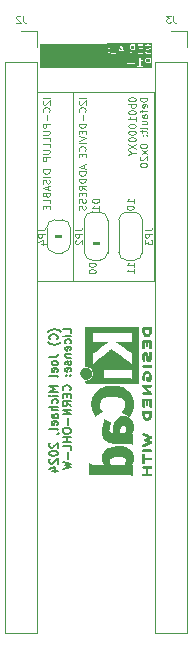
<source format=gbr>
%TF.GenerationSoftware,KiCad,Pcbnew,8.0.0*%
%TF.CreationDate,2024-03-15T22:25:50+11:00*%
%TF.ProjectId,PCAL6534EV-breakout,5043414c-3635-4333-9445-562d62726561,rev?*%
%TF.SameCoordinates,Original*%
%TF.FileFunction,Legend,Bot*%
%TF.FilePolarity,Positive*%
%FSLAX46Y46*%
G04 Gerber Fmt 4.6, Leading zero omitted, Abs format (unit mm)*
G04 Created by KiCad (PCBNEW 8.0.0) date 2024-03-15 22:25:50*
%MOMM*%
%LPD*%
G01*
G04 APERTURE LIST*
G04 Aperture macros list*
%AMFreePoly0*
4,1,19,0.500000,-0.750000,0.000000,-0.750000,0.000000,-0.744911,-0.071157,-0.744911,-0.207708,-0.704816,-0.327430,-0.627875,-0.420627,-0.520320,-0.479746,-0.390866,-0.500000,-0.250000,-0.500000,0.250000,-0.479746,0.390866,-0.420627,0.520320,-0.327430,0.627875,-0.207708,0.704816,-0.071157,0.744911,0.000000,0.744911,0.000000,0.750000,0.500000,0.750000,0.500000,-0.750000,0.500000,-0.750000,
$1*%
%AMFreePoly1*
4,1,19,0.000000,0.744911,0.071157,0.744911,0.207708,0.704816,0.327430,0.627875,0.420627,0.520320,0.479746,0.390866,0.500000,0.250000,0.500000,-0.250000,0.479746,-0.390866,0.420627,-0.520320,0.327430,-0.627875,0.207708,-0.704816,0.071157,-0.744911,0.000000,-0.744911,0.000000,-0.750000,-0.500000,-0.750000,-0.500000,0.750000,0.000000,0.750000,0.000000,0.744911,0.000000,0.744911,
$1*%
%AMFreePoly2*
4,1,19,0.000000,0.744911,0.071157,0.744911,0.207708,0.704816,0.327430,0.627875,0.420627,0.520320,0.479746,0.390866,0.500000,0.250000,0.500000,-0.250000,0.479746,-0.390866,0.420627,-0.520320,0.327430,-0.627875,0.207708,-0.704816,0.071157,-0.744911,0.000000,-0.744911,0.000000,-0.750000,-0.550000,-0.750000,-0.550000,0.750000,0.000000,0.750000,0.000000,0.744911,0.000000,0.744911,
$1*%
%AMFreePoly3*
4,1,19,0.550000,-0.750000,0.000000,-0.750000,0.000000,-0.744911,-0.071157,-0.744911,-0.207708,-0.704816,-0.327430,-0.627875,-0.420627,-0.520320,-0.479746,-0.390866,-0.500000,-0.250000,-0.500000,0.250000,-0.479746,0.390866,-0.420627,0.520320,-0.327430,0.627875,-0.207708,0.704816,-0.071157,0.744911,0.000000,0.744911,0.000000,0.750000,0.550000,0.750000,0.550000,-0.750000,0.550000,-0.750000,
$1*%
G04 Aperture macros list end*
%ADD10C,0.100000*%
%ADD11C,0.150000*%
%ADD12C,0.080000*%
%ADD13C,0.125000*%
%ADD14C,0.010000*%
%ADD15C,0.120000*%
%ADD16C,1.000000*%
%ADD17R,1.700000X1.700000*%
%ADD18O,1.700000X1.700000*%
%ADD19FreePoly0,90.000000*%
%ADD20FreePoly1,90.000000*%
%ADD21FreePoly2,270.000000*%
%ADD22R,1.500000X1.000000*%
%ADD23FreePoly3,270.000000*%
%ADD24FreePoly2,90.000000*%
%ADD25FreePoly3,90.000000*%
G04 APERTURE END LIST*
D10*
X157745388Y-90736931D02*
X157745388Y-90794074D01*
X157745388Y-90794074D02*
X157773959Y-90851217D01*
X157773959Y-90851217D02*
X157802531Y-90879789D01*
X157802531Y-90879789D02*
X157859674Y-90908360D01*
X157859674Y-90908360D02*
X157973959Y-90936931D01*
X157973959Y-90936931D02*
X158116817Y-90936931D01*
X158116817Y-90936931D02*
X158231102Y-90908360D01*
X158231102Y-90908360D02*
X158288245Y-90879789D01*
X158288245Y-90879789D02*
X158316817Y-90851217D01*
X158316817Y-90851217D02*
X158345388Y-90794074D01*
X158345388Y-90794074D02*
X158345388Y-90736931D01*
X158345388Y-90736931D02*
X158316817Y-90679789D01*
X158316817Y-90679789D02*
X158288245Y-90651217D01*
X158288245Y-90651217D02*
X158231102Y-90622646D01*
X158231102Y-90622646D02*
X158116817Y-90594074D01*
X158116817Y-90594074D02*
X157973959Y-90594074D01*
X157973959Y-90594074D02*
X157859674Y-90622646D01*
X157859674Y-90622646D02*
X157802531Y-90651217D01*
X157802531Y-90651217D02*
X157773959Y-90679789D01*
X157773959Y-90679789D02*
X157745388Y-90736931D01*
X158345388Y-91194075D02*
X157745388Y-91194075D01*
X157973959Y-91194075D02*
X157945388Y-91251218D01*
X157945388Y-91251218D02*
X157945388Y-91365503D01*
X157945388Y-91365503D02*
X157973959Y-91422646D01*
X157973959Y-91422646D02*
X158002531Y-91451218D01*
X158002531Y-91451218D02*
X158059674Y-91479789D01*
X158059674Y-91479789D02*
X158231102Y-91479789D01*
X158231102Y-91479789D02*
X158288245Y-91451218D01*
X158288245Y-91451218D02*
X158316817Y-91422646D01*
X158316817Y-91422646D02*
X158345388Y-91365503D01*
X158345388Y-91365503D02*
X158345388Y-91251218D01*
X158345388Y-91251218D02*
X158316817Y-91194075D01*
X157745388Y-91851217D02*
X157745388Y-91908360D01*
X157745388Y-91908360D02*
X157773959Y-91965503D01*
X157773959Y-91965503D02*
X157802531Y-91994075D01*
X157802531Y-91994075D02*
X157859674Y-92022646D01*
X157859674Y-92022646D02*
X157973959Y-92051217D01*
X157973959Y-92051217D02*
X158116817Y-92051217D01*
X158116817Y-92051217D02*
X158231102Y-92022646D01*
X158231102Y-92022646D02*
X158288245Y-91994075D01*
X158288245Y-91994075D02*
X158316817Y-91965503D01*
X158316817Y-91965503D02*
X158345388Y-91908360D01*
X158345388Y-91908360D02*
X158345388Y-91851217D01*
X158345388Y-91851217D02*
X158316817Y-91794075D01*
X158316817Y-91794075D02*
X158288245Y-91765503D01*
X158288245Y-91765503D02*
X158231102Y-91736932D01*
X158231102Y-91736932D02*
X158116817Y-91708360D01*
X158116817Y-91708360D02*
X157973959Y-91708360D01*
X157973959Y-91708360D02*
X157859674Y-91736932D01*
X157859674Y-91736932D02*
X157802531Y-91765503D01*
X157802531Y-91765503D02*
X157773959Y-91794075D01*
X157773959Y-91794075D02*
X157745388Y-91851217D01*
X158345388Y-92622646D02*
X158345388Y-92279789D01*
X158345388Y-92451218D02*
X157745388Y-92451218D01*
X157745388Y-92451218D02*
X157831102Y-92394075D01*
X157831102Y-92394075D02*
X157888245Y-92336932D01*
X157888245Y-92336932D02*
X157916817Y-92279789D01*
X157745388Y-92994075D02*
X157745388Y-93051218D01*
X157745388Y-93051218D02*
X157773959Y-93108361D01*
X157773959Y-93108361D02*
X157802531Y-93136933D01*
X157802531Y-93136933D02*
X157859674Y-93165504D01*
X157859674Y-93165504D02*
X157973959Y-93194075D01*
X157973959Y-93194075D02*
X158116817Y-93194075D01*
X158116817Y-93194075D02*
X158231102Y-93165504D01*
X158231102Y-93165504D02*
X158288245Y-93136933D01*
X158288245Y-93136933D02*
X158316817Y-93108361D01*
X158316817Y-93108361D02*
X158345388Y-93051218D01*
X158345388Y-93051218D02*
X158345388Y-92994075D01*
X158345388Y-92994075D02*
X158316817Y-92936933D01*
X158316817Y-92936933D02*
X158288245Y-92908361D01*
X158288245Y-92908361D02*
X158231102Y-92879790D01*
X158231102Y-92879790D02*
X158116817Y-92851218D01*
X158116817Y-92851218D02*
X157973959Y-92851218D01*
X157973959Y-92851218D02*
X157859674Y-92879790D01*
X157859674Y-92879790D02*
X157802531Y-92908361D01*
X157802531Y-92908361D02*
X157773959Y-92936933D01*
X157773959Y-92936933D02*
X157745388Y-92994075D01*
X157745388Y-93565504D02*
X157745388Y-93622647D01*
X157745388Y-93622647D02*
X157773959Y-93679790D01*
X157773959Y-93679790D02*
X157802531Y-93708362D01*
X157802531Y-93708362D02*
X157859674Y-93736933D01*
X157859674Y-93736933D02*
X157973959Y-93765504D01*
X157973959Y-93765504D02*
X158116817Y-93765504D01*
X158116817Y-93765504D02*
X158231102Y-93736933D01*
X158231102Y-93736933D02*
X158288245Y-93708362D01*
X158288245Y-93708362D02*
X158316817Y-93679790D01*
X158316817Y-93679790D02*
X158345388Y-93622647D01*
X158345388Y-93622647D02*
X158345388Y-93565504D01*
X158345388Y-93565504D02*
X158316817Y-93508362D01*
X158316817Y-93508362D02*
X158288245Y-93479790D01*
X158288245Y-93479790D02*
X158231102Y-93451219D01*
X158231102Y-93451219D02*
X158116817Y-93422647D01*
X158116817Y-93422647D02*
X157973959Y-93422647D01*
X157973959Y-93422647D02*
X157859674Y-93451219D01*
X157859674Y-93451219D02*
X157802531Y-93479790D01*
X157802531Y-93479790D02*
X157773959Y-93508362D01*
X157773959Y-93508362D02*
X157745388Y-93565504D01*
X157745388Y-94136933D02*
X157745388Y-94194076D01*
X157745388Y-94194076D02*
X157773959Y-94251219D01*
X157773959Y-94251219D02*
X157802531Y-94279791D01*
X157802531Y-94279791D02*
X157859674Y-94308362D01*
X157859674Y-94308362D02*
X157973959Y-94336933D01*
X157973959Y-94336933D02*
X158116817Y-94336933D01*
X158116817Y-94336933D02*
X158231102Y-94308362D01*
X158231102Y-94308362D02*
X158288245Y-94279791D01*
X158288245Y-94279791D02*
X158316817Y-94251219D01*
X158316817Y-94251219D02*
X158345388Y-94194076D01*
X158345388Y-94194076D02*
X158345388Y-94136933D01*
X158345388Y-94136933D02*
X158316817Y-94079791D01*
X158316817Y-94079791D02*
X158288245Y-94051219D01*
X158288245Y-94051219D02*
X158231102Y-94022648D01*
X158231102Y-94022648D02*
X158116817Y-93994076D01*
X158116817Y-93994076D02*
X157973959Y-93994076D01*
X157973959Y-93994076D02*
X157859674Y-94022648D01*
X157859674Y-94022648D02*
X157802531Y-94051219D01*
X157802531Y-94051219D02*
X157773959Y-94079791D01*
X157773959Y-94079791D02*
X157745388Y-94136933D01*
X157745388Y-94536934D02*
X158345388Y-94936934D01*
X157745388Y-94936934D02*
X158345388Y-94536934D01*
X158059674Y-95279791D02*
X158345388Y-95279791D01*
X157745388Y-95079791D02*
X158059674Y-95279791D01*
X158059674Y-95279791D02*
X157745388Y-95479791D01*
X159311354Y-90622646D02*
X158711354Y-90622646D01*
X158711354Y-90622646D02*
X158711354Y-90765503D01*
X158711354Y-90765503D02*
X158739925Y-90851217D01*
X158739925Y-90851217D02*
X158797068Y-90908360D01*
X158797068Y-90908360D02*
X158854211Y-90936931D01*
X158854211Y-90936931D02*
X158968497Y-90965503D01*
X158968497Y-90965503D02*
X159054211Y-90965503D01*
X159054211Y-90965503D02*
X159168497Y-90936931D01*
X159168497Y-90936931D02*
X159225640Y-90908360D01*
X159225640Y-90908360D02*
X159282783Y-90851217D01*
X159282783Y-90851217D02*
X159311354Y-90765503D01*
X159311354Y-90765503D02*
X159311354Y-90622646D01*
X159282783Y-91451217D02*
X159311354Y-91394074D01*
X159311354Y-91394074D02*
X159311354Y-91279789D01*
X159311354Y-91279789D02*
X159282783Y-91222646D01*
X159282783Y-91222646D02*
X159225640Y-91194074D01*
X159225640Y-91194074D02*
X158997068Y-91194074D01*
X158997068Y-91194074D02*
X158939925Y-91222646D01*
X158939925Y-91222646D02*
X158911354Y-91279789D01*
X158911354Y-91279789D02*
X158911354Y-91394074D01*
X158911354Y-91394074D02*
X158939925Y-91451217D01*
X158939925Y-91451217D02*
X158997068Y-91479789D01*
X158997068Y-91479789D02*
X159054211Y-91479789D01*
X159054211Y-91479789D02*
X159111354Y-91194074D01*
X158911354Y-91651217D02*
X158911354Y-91879789D01*
X159311354Y-91736932D02*
X158797068Y-91736932D01*
X158797068Y-91736932D02*
X158739925Y-91765503D01*
X158739925Y-91765503D02*
X158711354Y-91822646D01*
X158711354Y-91822646D02*
X158711354Y-91879789D01*
X159311354Y-92336932D02*
X158997068Y-92336932D01*
X158997068Y-92336932D02*
X158939925Y-92308360D01*
X158939925Y-92308360D02*
X158911354Y-92251217D01*
X158911354Y-92251217D02*
X158911354Y-92136932D01*
X158911354Y-92136932D02*
X158939925Y-92079789D01*
X159282783Y-92336932D02*
X159311354Y-92279789D01*
X159311354Y-92279789D02*
X159311354Y-92136932D01*
X159311354Y-92136932D02*
X159282783Y-92079789D01*
X159282783Y-92079789D02*
X159225640Y-92051217D01*
X159225640Y-92051217D02*
X159168497Y-92051217D01*
X159168497Y-92051217D02*
X159111354Y-92079789D01*
X159111354Y-92079789D02*
X159082783Y-92136932D01*
X159082783Y-92136932D02*
X159082783Y-92279789D01*
X159082783Y-92279789D02*
X159054211Y-92336932D01*
X158911354Y-92879789D02*
X159311354Y-92879789D01*
X158911354Y-92622646D02*
X159225640Y-92622646D01*
X159225640Y-92622646D02*
X159282783Y-92651217D01*
X159282783Y-92651217D02*
X159311354Y-92708360D01*
X159311354Y-92708360D02*
X159311354Y-92794074D01*
X159311354Y-92794074D02*
X159282783Y-92851217D01*
X159282783Y-92851217D02*
X159254211Y-92879789D01*
X159311354Y-93251217D02*
X159282783Y-93194074D01*
X159282783Y-93194074D02*
X159225640Y-93165503D01*
X159225640Y-93165503D02*
X158711354Y-93165503D01*
X158911354Y-93394074D02*
X158911354Y-93622646D01*
X158711354Y-93479789D02*
X159225640Y-93479789D01*
X159225640Y-93479789D02*
X159282783Y-93508360D01*
X159282783Y-93508360D02*
X159311354Y-93565503D01*
X159311354Y-93565503D02*
X159311354Y-93622646D01*
X159254211Y-93822646D02*
X159282783Y-93851217D01*
X159282783Y-93851217D02*
X159311354Y-93822646D01*
X159311354Y-93822646D02*
X159282783Y-93794074D01*
X159282783Y-93794074D02*
X159254211Y-93822646D01*
X159254211Y-93822646D02*
X159311354Y-93822646D01*
X158939925Y-93822646D02*
X158968497Y-93851217D01*
X158968497Y-93851217D02*
X158997068Y-93822646D01*
X158997068Y-93822646D02*
X158968497Y-93794074D01*
X158968497Y-93794074D02*
X158939925Y-93822646D01*
X158939925Y-93822646D02*
X158997068Y-93822646D01*
X158711354Y-94679788D02*
X158711354Y-94736931D01*
X158711354Y-94736931D02*
X158739925Y-94794074D01*
X158739925Y-94794074D02*
X158768497Y-94822646D01*
X158768497Y-94822646D02*
X158825640Y-94851217D01*
X158825640Y-94851217D02*
X158939925Y-94879788D01*
X158939925Y-94879788D02*
X159082783Y-94879788D01*
X159082783Y-94879788D02*
X159197068Y-94851217D01*
X159197068Y-94851217D02*
X159254211Y-94822646D01*
X159254211Y-94822646D02*
X159282783Y-94794074D01*
X159282783Y-94794074D02*
X159311354Y-94736931D01*
X159311354Y-94736931D02*
X159311354Y-94679788D01*
X159311354Y-94679788D02*
X159282783Y-94622646D01*
X159282783Y-94622646D02*
X159254211Y-94594074D01*
X159254211Y-94594074D02*
X159197068Y-94565503D01*
X159197068Y-94565503D02*
X159082783Y-94536931D01*
X159082783Y-94536931D02*
X158939925Y-94536931D01*
X158939925Y-94536931D02*
X158825640Y-94565503D01*
X158825640Y-94565503D02*
X158768497Y-94594074D01*
X158768497Y-94594074D02*
X158739925Y-94622646D01*
X158739925Y-94622646D02*
X158711354Y-94679788D01*
X159311354Y-95079789D02*
X158911354Y-95394075D01*
X158911354Y-95079789D02*
X159311354Y-95394075D01*
X158768497Y-95594074D02*
X158739925Y-95622646D01*
X158739925Y-95622646D02*
X158711354Y-95679789D01*
X158711354Y-95679789D02*
X158711354Y-95822646D01*
X158711354Y-95822646D02*
X158739925Y-95879789D01*
X158739925Y-95879789D02*
X158768497Y-95908360D01*
X158768497Y-95908360D02*
X158825640Y-95936931D01*
X158825640Y-95936931D02*
X158882783Y-95936931D01*
X158882783Y-95936931D02*
X158968497Y-95908360D01*
X158968497Y-95908360D02*
X159311354Y-95565503D01*
X159311354Y-95565503D02*
X159311354Y-95936931D01*
X158711354Y-96308360D02*
X158711354Y-96365503D01*
X158711354Y-96365503D02*
X158739925Y-96422646D01*
X158739925Y-96422646D02*
X158768497Y-96451218D01*
X158768497Y-96451218D02*
X158825640Y-96479789D01*
X158825640Y-96479789D02*
X158939925Y-96508360D01*
X158939925Y-96508360D02*
X159082783Y-96508360D01*
X159082783Y-96508360D02*
X159197068Y-96479789D01*
X159197068Y-96479789D02*
X159254211Y-96451218D01*
X159254211Y-96451218D02*
X159282783Y-96422646D01*
X159282783Y-96422646D02*
X159311354Y-96365503D01*
X159311354Y-96365503D02*
X159311354Y-96308360D01*
X159311354Y-96308360D02*
X159282783Y-96251218D01*
X159282783Y-96251218D02*
X159254211Y-96222646D01*
X159254211Y-96222646D02*
X159197068Y-96194075D01*
X159197068Y-96194075D02*
X159082783Y-96165503D01*
X159082783Y-96165503D02*
X158939925Y-96165503D01*
X158939925Y-96165503D02*
X158825640Y-96194075D01*
X158825640Y-96194075D02*
X158768497Y-96222646D01*
X158768497Y-96222646D02*
X158739925Y-96251218D01*
X158739925Y-96251218D02*
X158711354Y-96308360D01*
X153095000Y-90160000D02*
X159953000Y-90160000D01*
X159953000Y-106162000D01*
X153095000Y-106162000D01*
X153095000Y-90160000D01*
X150047000Y-90160000D02*
X153095000Y-90160000D01*
X153095000Y-106162000D01*
X150047000Y-106162000D01*
X150047000Y-90160000D01*
X154129371Y-90622646D02*
X153529371Y-90622646D01*
X153586514Y-90879788D02*
X153557942Y-90908360D01*
X153557942Y-90908360D02*
X153529371Y-90965503D01*
X153529371Y-90965503D02*
X153529371Y-91108360D01*
X153529371Y-91108360D02*
X153557942Y-91165503D01*
X153557942Y-91165503D02*
X153586514Y-91194074D01*
X153586514Y-91194074D02*
X153643657Y-91222645D01*
X153643657Y-91222645D02*
X153700800Y-91222645D01*
X153700800Y-91222645D02*
X153786514Y-91194074D01*
X153786514Y-91194074D02*
X154129371Y-90851217D01*
X154129371Y-90851217D02*
X154129371Y-91222645D01*
X154072228Y-91822646D02*
X154100800Y-91794074D01*
X154100800Y-91794074D02*
X154129371Y-91708360D01*
X154129371Y-91708360D02*
X154129371Y-91651217D01*
X154129371Y-91651217D02*
X154100800Y-91565503D01*
X154100800Y-91565503D02*
X154043657Y-91508360D01*
X154043657Y-91508360D02*
X153986514Y-91479789D01*
X153986514Y-91479789D02*
X153872228Y-91451217D01*
X153872228Y-91451217D02*
X153786514Y-91451217D01*
X153786514Y-91451217D02*
X153672228Y-91479789D01*
X153672228Y-91479789D02*
X153615085Y-91508360D01*
X153615085Y-91508360D02*
X153557942Y-91565503D01*
X153557942Y-91565503D02*
X153529371Y-91651217D01*
X153529371Y-91651217D02*
X153529371Y-91708360D01*
X153529371Y-91708360D02*
X153557942Y-91794074D01*
X153557942Y-91794074D02*
X153586514Y-91822646D01*
X153900800Y-92079789D02*
X153900800Y-92536932D01*
X154129371Y-92822646D02*
X153529371Y-92822646D01*
X153529371Y-92822646D02*
X153529371Y-92965503D01*
X153529371Y-92965503D02*
X153557942Y-93051217D01*
X153557942Y-93051217D02*
X153615085Y-93108360D01*
X153615085Y-93108360D02*
X153672228Y-93136931D01*
X153672228Y-93136931D02*
X153786514Y-93165503D01*
X153786514Y-93165503D02*
X153872228Y-93165503D01*
X153872228Y-93165503D02*
X153986514Y-93136931D01*
X153986514Y-93136931D02*
X154043657Y-93108360D01*
X154043657Y-93108360D02*
X154100800Y-93051217D01*
X154100800Y-93051217D02*
X154129371Y-92965503D01*
X154129371Y-92965503D02*
X154129371Y-92822646D01*
X153815085Y-93422646D02*
X153815085Y-93622646D01*
X154129371Y-93708360D02*
X154129371Y-93422646D01*
X154129371Y-93422646D02*
X153529371Y-93422646D01*
X153529371Y-93422646D02*
X153529371Y-93708360D01*
X153529371Y-93879788D02*
X154129371Y-94079788D01*
X154129371Y-94079788D02*
X153529371Y-94279788D01*
X154129371Y-94479789D02*
X153529371Y-94479789D01*
X154072228Y-95108360D02*
X154100800Y-95079788D01*
X154100800Y-95079788D02*
X154129371Y-94994074D01*
X154129371Y-94994074D02*
X154129371Y-94936931D01*
X154129371Y-94936931D02*
X154100800Y-94851217D01*
X154100800Y-94851217D02*
X154043657Y-94794074D01*
X154043657Y-94794074D02*
X153986514Y-94765503D01*
X153986514Y-94765503D02*
X153872228Y-94736931D01*
X153872228Y-94736931D02*
X153786514Y-94736931D01*
X153786514Y-94736931D02*
X153672228Y-94765503D01*
X153672228Y-94765503D02*
X153615085Y-94794074D01*
X153615085Y-94794074D02*
X153557942Y-94851217D01*
X153557942Y-94851217D02*
X153529371Y-94936931D01*
X153529371Y-94936931D02*
X153529371Y-94994074D01*
X153529371Y-94994074D02*
X153557942Y-95079788D01*
X153557942Y-95079788D02*
X153586514Y-95108360D01*
X153815085Y-95365503D02*
X153815085Y-95565503D01*
X154129371Y-95651217D02*
X154129371Y-95365503D01*
X154129371Y-95365503D02*
X153529371Y-95365503D01*
X153529371Y-95365503D02*
X153529371Y-95651217D01*
X153957942Y-96336931D02*
X153957942Y-96622646D01*
X154129371Y-96279788D02*
X153529371Y-96479788D01*
X153529371Y-96479788D02*
X154129371Y-96679788D01*
X154129371Y-96879789D02*
X153529371Y-96879789D01*
X153529371Y-96879789D02*
X153529371Y-97022646D01*
X153529371Y-97022646D02*
X153557942Y-97108360D01*
X153557942Y-97108360D02*
X153615085Y-97165503D01*
X153615085Y-97165503D02*
X153672228Y-97194074D01*
X153672228Y-97194074D02*
X153786514Y-97222646D01*
X153786514Y-97222646D02*
X153872228Y-97222646D01*
X153872228Y-97222646D02*
X153986514Y-97194074D01*
X153986514Y-97194074D02*
X154043657Y-97165503D01*
X154043657Y-97165503D02*
X154100800Y-97108360D01*
X154100800Y-97108360D02*
X154129371Y-97022646D01*
X154129371Y-97022646D02*
X154129371Y-96879789D01*
X154129371Y-97479789D02*
X153529371Y-97479789D01*
X153529371Y-97479789D02*
X153529371Y-97622646D01*
X153529371Y-97622646D02*
X153557942Y-97708360D01*
X153557942Y-97708360D02*
X153615085Y-97765503D01*
X153615085Y-97765503D02*
X153672228Y-97794074D01*
X153672228Y-97794074D02*
X153786514Y-97822646D01*
X153786514Y-97822646D02*
X153872228Y-97822646D01*
X153872228Y-97822646D02*
X153986514Y-97794074D01*
X153986514Y-97794074D02*
X154043657Y-97765503D01*
X154043657Y-97765503D02*
X154100800Y-97708360D01*
X154100800Y-97708360D02*
X154129371Y-97622646D01*
X154129371Y-97622646D02*
X154129371Y-97479789D01*
X154129371Y-98422646D02*
X153843657Y-98222646D01*
X154129371Y-98079789D02*
X153529371Y-98079789D01*
X153529371Y-98079789D02*
X153529371Y-98308360D01*
X153529371Y-98308360D02*
X153557942Y-98365503D01*
X153557942Y-98365503D02*
X153586514Y-98394074D01*
X153586514Y-98394074D02*
X153643657Y-98422646D01*
X153643657Y-98422646D02*
X153729371Y-98422646D01*
X153729371Y-98422646D02*
X153786514Y-98394074D01*
X153786514Y-98394074D02*
X153815085Y-98365503D01*
X153815085Y-98365503D02*
X153843657Y-98308360D01*
X153843657Y-98308360D02*
X153843657Y-98079789D01*
X153815085Y-98679789D02*
X153815085Y-98879789D01*
X154129371Y-98965503D02*
X154129371Y-98679789D01*
X154129371Y-98679789D02*
X153529371Y-98679789D01*
X153529371Y-98679789D02*
X153529371Y-98965503D01*
X154100800Y-99194074D02*
X154129371Y-99279789D01*
X154129371Y-99279789D02*
X154129371Y-99422646D01*
X154129371Y-99422646D02*
X154100800Y-99479789D01*
X154100800Y-99479789D02*
X154072228Y-99508360D01*
X154072228Y-99508360D02*
X154015085Y-99536931D01*
X154015085Y-99536931D02*
X153957942Y-99536931D01*
X153957942Y-99536931D02*
X153900800Y-99508360D01*
X153900800Y-99508360D02*
X153872228Y-99479789D01*
X153872228Y-99479789D02*
X153843657Y-99422646D01*
X153843657Y-99422646D02*
X153815085Y-99308360D01*
X153815085Y-99308360D02*
X153786514Y-99251217D01*
X153786514Y-99251217D02*
X153757942Y-99222646D01*
X153757942Y-99222646D02*
X153700800Y-99194074D01*
X153700800Y-99194074D02*
X153643657Y-99194074D01*
X153643657Y-99194074D02*
X153586514Y-99222646D01*
X153586514Y-99222646D02*
X153557942Y-99251217D01*
X153557942Y-99251217D02*
X153529371Y-99308360D01*
X153529371Y-99308360D02*
X153529371Y-99451217D01*
X153529371Y-99451217D02*
X153557942Y-99536931D01*
X154100800Y-99765503D02*
X154129371Y-99851218D01*
X154129371Y-99851218D02*
X154129371Y-99994075D01*
X154129371Y-99994075D02*
X154100800Y-100051218D01*
X154100800Y-100051218D02*
X154072228Y-100079789D01*
X154072228Y-100079789D02*
X154015085Y-100108360D01*
X154015085Y-100108360D02*
X153957942Y-100108360D01*
X153957942Y-100108360D02*
X153900800Y-100079789D01*
X153900800Y-100079789D02*
X153872228Y-100051218D01*
X153872228Y-100051218D02*
X153843657Y-99994075D01*
X153843657Y-99994075D02*
X153815085Y-99879789D01*
X153815085Y-99879789D02*
X153786514Y-99822646D01*
X153786514Y-99822646D02*
X153757942Y-99794075D01*
X153757942Y-99794075D02*
X153700800Y-99765503D01*
X153700800Y-99765503D02*
X153643657Y-99765503D01*
X153643657Y-99765503D02*
X153586514Y-99794075D01*
X153586514Y-99794075D02*
X153557942Y-99822646D01*
X153557942Y-99822646D02*
X153529371Y-99879789D01*
X153529371Y-99879789D02*
X153529371Y-100022646D01*
X153529371Y-100022646D02*
X153557942Y-100108360D01*
X151081371Y-90622646D02*
X150481371Y-90622646D01*
X150538514Y-90879788D02*
X150509942Y-90908360D01*
X150509942Y-90908360D02*
X150481371Y-90965503D01*
X150481371Y-90965503D02*
X150481371Y-91108360D01*
X150481371Y-91108360D02*
X150509942Y-91165503D01*
X150509942Y-91165503D02*
X150538514Y-91194074D01*
X150538514Y-91194074D02*
X150595657Y-91222645D01*
X150595657Y-91222645D02*
X150652800Y-91222645D01*
X150652800Y-91222645D02*
X150738514Y-91194074D01*
X150738514Y-91194074D02*
X151081371Y-90851217D01*
X151081371Y-90851217D02*
X151081371Y-91222645D01*
X151024228Y-91822646D02*
X151052800Y-91794074D01*
X151052800Y-91794074D02*
X151081371Y-91708360D01*
X151081371Y-91708360D02*
X151081371Y-91651217D01*
X151081371Y-91651217D02*
X151052800Y-91565503D01*
X151052800Y-91565503D02*
X150995657Y-91508360D01*
X150995657Y-91508360D02*
X150938514Y-91479789D01*
X150938514Y-91479789D02*
X150824228Y-91451217D01*
X150824228Y-91451217D02*
X150738514Y-91451217D01*
X150738514Y-91451217D02*
X150624228Y-91479789D01*
X150624228Y-91479789D02*
X150567085Y-91508360D01*
X150567085Y-91508360D02*
X150509942Y-91565503D01*
X150509942Y-91565503D02*
X150481371Y-91651217D01*
X150481371Y-91651217D02*
X150481371Y-91708360D01*
X150481371Y-91708360D02*
X150509942Y-91794074D01*
X150509942Y-91794074D02*
X150538514Y-91822646D01*
X150852800Y-92079789D02*
X150852800Y-92536932D01*
X151081371Y-92822646D02*
X150481371Y-92822646D01*
X150481371Y-92822646D02*
X150481371Y-93051217D01*
X150481371Y-93051217D02*
X150509942Y-93108360D01*
X150509942Y-93108360D02*
X150538514Y-93136931D01*
X150538514Y-93136931D02*
X150595657Y-93165503D01*
X150595657Y-93165503D02*
X150681371Y-93165503D01*
X150681371Y-93165503D02*
X150738514Y-93136931D01*
X150738514Y-93136931D02*
X150767085Y-93108360D01*
X150767085Y-93108360D02*
X150795657Y-93051217D01*
X150795657Y-93051217D02*
X150795657Y-92822646D01*
X150481371Y-93422646D02*
X150967085Y-93422646D01*
X150967085Y-93422646D02*
X151024228Y-93451217D01*
X151024228Y-93451217D02*
X151052800Y-93479789D01*
X151052800Y-93479789D02*
X151081371Y-93536931D01*
X151081371Y-93536931D02*
X151081371Y-93651217D01*
X151081371Y-93651217D02*
X151052800Y-93708360D01*
X151052800Y-93708360D02*
X151024228Y-93736931D01*
X151024228Y-93736931D02*
X150967085Y-93765503D01*
X150967085Y-93765503D02*
X150481371Y-93765503D01*
X151081371Y-94336931D02*
X151081371Y-94051217D01*
X151081371Y-94051217D02*
X150481371Y-94051217D01*
X151081371Y-94822645D02*
X151081371Y-94536931D01*
X151081371Y-94536931D02*
X150481371Y-94536931D01*
X150481371Y-95022645D02*
X150967085Y-95022645D01*
X150967085Y-95022645D02*
X151024228Y-95051216D01*
X151024228Y-95051216D02*
X151052800Y-95079788D01*
X151052800Y-95079788D02*
X151081371Y-95136930D01*
X151081371Y-95136930D02*
X151081371Y-95251216D01*
X151081371Y-95251216D02*
X151052800Y-95308359D01*
X151052800Y-95308359D02*
X151024228Y-95336930D01*
X151024228Y-95336930D02*
X150967085Y-95365502D01*
X150967085Y-95365502D02*
X150481371Y-95365502D01*
X151081371Y-95651216D02*
X150481371Y-95651216D01*
X150481371Y-95651216D02*
X150481371Y-95879787D01*
X150481371Y-95879787D02*
X150509942Y-95936930D01*
X150509942Y-95936930D02*
X150538514Y-95965501D01*
X150538514Y-95965501D02*
X150595657Y-95994073D01*
X150595657Y-95994073D02*
X150681371Y-95994073D01*
X150681371Y-95994073D02*
X150738514Y-95965501D01*
X150738514Y-95965501D02*
X150767085Y-95936930D01*
X150767085Y-95936930D02*
X150795657Y-95879787D01*
X150795657Y-95879787D02*
X150795657Y-95651216D01*
X151081371Y-96708359D02*
X150481371Y-96708359D01*
X150481371Y-96708359D02*
X150481371Y-96851216D01*
X150481371Y-96851216D02*
X150509942Y-96936930D01*
X150509942Y-96936930D02*
X150567085Y-96994073D01*
X150567085Y-96994073D02*
X150624228Y-97022644D01*
X150624228Y-97022644D02*
X150738514Y-97051216D01*
X150738514Y-97051216D02*
X150824228Y-97051216D01*
X150824228Y-97051216D02*
X150938514Y-97022644D01*
X150938514Y-97022644D02*
X150995657Y-96994073D01*
X150995657Y-96994073D02*
X151052800Y-96936930D01*
X151052800Y-96936930D02*
X151081371Y-96851216D01*
X151081371Y-96851216D02*
X151081371Y-96708359D01*
X151081371Y-97308359D02*
X150481371Y-97308359D01*
X151052800Y-97565501D02*
X151081371Y-97651216D01*
X151081371Y-97651216D02*
X151081371Y-97794073D01*
X151081371Y-97794073D02*
X151052800Y-97851216D01*
X151052800Y-97851216D02*
X151024228Y-97879787D01*
X151024228Y-97879787D02*
X150967085Y-97908358D01*
X150967085Y-97908358D02*
X150909942Y-97908358D01*
X150909942Y-97908358D02*
X150852800Y-97879787D01*
X150852800Y-97879787D02*
X150824228Y-97851216D01*
X150824228Y-97851216D02*
X150795657Y-97794073D01*
X150795657Y-97794073D02*
X150767085Y-97679787D01*
X150767085Y-97679787D02*
X150738514Y-97622644D01*
X150738514Y-97622644D02*
X150709942Y-97594073D01*
X150709942Y-97594073D02*
X150652800Y-97565501D01*
X150652800Y-97565501D02*
X150595657Y-97565501D01*
X150595657Y-97565501D02*
X150538514Y-97594073D01*
X150538514Y-97594073D02*
X150509942Y-97622644D01*
X150509942Y-97622644D02*
X150481371Y-97679787D01*
X150481371Y-97679787D02*
X150481371Y-97822644D01*
X150481371Y-97822644D02*
X150509942Y-97908358D01*
X150909942Y-98136930D02*
X150909942Y-98422645D01*
X151081371Y-98079787D02*
X150481371Y-98279787D01*
X150481371Y-98279787D02*
X151081371Y-98479787D01*
X150767085Y-98879788D02*
X150795657Y-98965502D01*
X150795657Y-98965502D02*
X150824228Y-98994073D01*
X150824228Y-98994073D02*
X150881371Y-99022645D01*
X150881371Y-99022645D02*
X150967085Y-99022645D01*
X150967085Y-99022645D02*
X151024228Y-98994073D01*
X151024228Y-98994073D02*
X151052800Y-98965502D01*
X151052800Y-98965502D02*
X151081371Y-98908359D01*
X151081371Y-98908359D02*
X151081371Y-98679788D01*
X151081371Y-98679788D02*
X150481371Y-98679788D01*
X150481371Y-98679788D02*
X150481371Y-98879788D01*
X150481371Y-98879788D02*
X150509942Y-98936931D01*
X150509942Y-98936931D02*
X150538514Y-98965502D01*
X150538514Y-98965502D02*
X150595657Y-98994073D01*
X150595657Y-98994073D02*
X150652800Y-98994073D01*
X150652800Y-98994073D02*
X150709942Y-98965502D01*
X150709942Y-98965502D02*
X150738514Y-98936931D01*
X150738514Y-98936931D02*
X150767085Y-98879788D01*
X150767085Y-98879788D02*
X150767085Y-98679788D01*
X151081371Y-99565502D02*
X151081371Y-99279788D01*
X151081371Y-99279788D02*
X150481371Y-99279788D01*
X150767085Y-99765502D02*
X150767085Y-99965502D01*
X151081371Y-100051216D02*
X151081371Y-99765502D01*
X151081371Y-99765502D02*
X150481371Y-99765502D01*
X150481371Y-99765502D02*
X150481371Y-100051216D01*
G36*
X150288300Y-86045200D02*
G01*
X155952500Y-86045200D01*
X155952500Y-88128000D01*
X150288300Y-88128000D01*
X150288300Y-86045200D01*
G37*
G36*
X159545223Y-87611423D02*
G01*
X159344868Y-87614091D01*
X159295121Y-87591693D01*
X159270484Y-87569733D01*
X159243322Y-87520513D01*
X159240878Y-87444002D01*
X159262630Y-87395688D01*
X159284590Y-87371053D01*
X159333570Y-87344023D01*
X159543793Y-87341224D01*
X159545223Y-87611423D01*
G37*
G36*
X157226846Y-86617873D02*
G01*
X157027156Y-86620029D01*
X157125688Y-86319406D01*
X157226846Y-86617873D01*
G37*
G36*
X158245223Y-86484463D02*
G01*
X158138941Y-86485878D01*
X158137692Y-86485004D01*
X158132227Y-86485968D01*
X158044868Y-86487131D01*
X157995121Y-86464733D01*
X157970484Y-86442773D01*
X157943322Y-86393553D01*
X157940878Y-86317042D01*
X157962630Y-86268728D01*
X157984590Y-86244093D01*
X158033570Y-86217063D01*
X158243793Y-86214264D01*
X158245223Y-86484463D01*
G37*
G36*
X159754655Y-88121891D02*
G01*
X155936239Y-88121891D01*
X155936239Y-88013247D01*
X158480683Y-88013247D01*
X158507743Y-88040307D01*
X158526877Y-88044113D01*
X158946011Y-88040307D01*
X158973071Y-88013247D01*
X158973071Y-87974979D01*
X158946011Y-87947919D01*
X158926877Y-87944113D01*
X158776619Y-87945477D01*
X158773966Y-87444221D01*
X158820503Y-87487737D01*
X158822438Y-87493540D01*
X158837850Y-87505501D01*
X158841033Y-87506934D01*
X158841076Y-87506974D01*
X158841122Y-87506974D01*
X158923333Y-87543987D01*
X158959637Y-87531886D01*
X158976751Y-87497658D01*
X158964650Y-87461353D01*
X158949238Y-87449392D01*
X158900493Y-87427446D01*
X159143544Y-87427446D01*
X159146573Y-87522279D01*
X159143670Y-87530990D01*
X159147272Y-87544143D01*
X159147350Y-87546580D01*
X159148161Y-87547391D01*
X159148823Y-87549806D01*
X159180683Y-87607541D01*
X159180683Y-87613248D01*
X159191522Y-87629469D01*
X159194004Y-87631681D01*
X159194117Y-87631886D01*
X159194303Y-87631948D01*
X159220929Y-87655681D01*
X159222438Y-87660206D01*
X159237850Y-87672167D01*
X159241033Y-87673600D01*
X159241078Y-87673640D01*
X159241122Y-87673640D01*
X159301670Y-87700901D01*
X159307743Y-87706974D01*
X159321027Y-87709616D01*
X159323332Y-87710654D01*
X159324420Y-87710291D01*
X159326877Y-87710780D01*
X159545733Y-87707865D01*
X159547350Y-88013247D01*
X159574410Y-88040307D01*
X159612678Y-88040307D01*
X159639738Y-88013247D01*
X159643544Y-87994113D01*
X159639738Y-87274979D01*
X159612678Y-87247919D01*
X159593544Y-87244113D01*
X159333350Y-87247577D01*
X159323333Y-87244239D01*
X159310004Y-87247888D01*
X159307743Y-87247919D01*
X159306931Y-87248730D01*
X159304516Y-87249392D01*
X159246782Y-87281252D01*
X159241076Y-87281252D01*
X159224855Y-87292091D01*
X159222642Y-87294573D01*
X159222438Y-87294686D01*
X159222375Y-87294872D01*
X159198641Y-87321498D01*
X159194117Y-87323007D01*
X159182156Y-87338419D01*
X159180723Y-87341600D01*
X159180683Y-87341646D01*
X159180683Y-87341690D01*
X159153422Y-87402239D01*
X159147350Y-87408312D01*
X159144707Y-87421596D01*
X159143670Y-87423901D01*
X159144032Y-87424989D01*
X159143544Y-87427446D01*
X158900493Y-87427446D01*
X158895160Y-87425045D01*
X158836861Y-87370532D01*
X158835146Y-87366378D01*
X158773090Y-87278587D01*
X158773071Y-87274979D01*
X158764435Y-87266343D01*
X158754699Y-87252569D01*
X158749651Y-87251559D01*
X158746011Y-87247919D01*
X158731449Y-87247919D01*
X158717174Y-87245064D01*
X158712891Y-87247919D01*
X158707743Y-87247919D01*
X158697446Y-87258215D01*
X158685333Y-87266291D01*
X158684323Y-87271338D01*
X158680683Y-87274979D01*
X158676877Y-87294113D01*
X158680328Y-87946351D01*
X158507743Y-87947919D01*
X158480683Y-87974979D01*
X158480683Y-88013247D01*
X155936239Y-88013247D01*
X155936239Y-87746580D01*
X157647350Y-87746580D01*
X157674410Y-87773640D01*
X157693544Y-87777446D01*
X158246011Y-87773640D01*
X158273071Y-87746580D01*
X158273071Y-87708312D01*
X158246011Y-87681252D01*
X158226877Y-87677446D01*
X157674410Y-87681252D01*
X157647350Y-87708312D01*
X157647350Y-87746580D01*
X155936239Y-87746580D01*
X155936239Y-86852955D01*
X156014017Y-86852955D01*
X156014019Y-86852957D01*
X156024856Y-86869175D01*
X156074410Y-86913347D01*
X156112678Y-86913347D01*
X156128899Y-86902508D01*
X156143358Y-86886287D01*
X156280684Y-86886287D01*
X156307744Y-86913347D01*
X156326878Y-86917153D01*
X156679345Y-86913347D01*
X156706405Y-86886287D01*
X156709506Y-86870697D01*
X156843670Y-86870697D01*
X156860784Y-86904926D01*
X156897088Y-86917027D01*
X156931317Y-86899913D01*
X156940978Y-86882964D01*
X156995448Y-86716772D01*
X157259400Y-86713922D01*
X157322438Y-86899913D01*
X157356667Y-86917027D01*
X157392971Y-86904926D01*
X157410085Y-86870698D01*
X157407645Y-86851342D01*
X157339738Y-86650983D01*
X157339738Y-86648019D01*
X157338217Y-86646498D01*
X157175753Y-86167153D01*
X157543544Y-86167153D01*
X157547350Y-86886287D01*
X157574410Y-86913347D01*
X157612678Y-86913347D01*
X157639738Y-86886287D01*
X157643544Y-86867153D01*
X157640545Y-86300486D01*
X157843544Y-86300486D01*
X157846573Y-86395319D01*
X157843670Y-86404030D01*
X157847272Y-86417183D01*
X157847350Y-86419620D01*
X157848161Y-86420431D01*
X157848823Y-86422846D01*
X157880683Y-86480581D01*
X157880683Y-86486288D01*
X157891522Y-86502509D01*
X157894004Y-86504721D01*
X157894117Y-86504926D01*
X157894303Y-86504988D01*
X157920929Y-86528721D01*
X157922438Y-86533246D01*
X157937850Y-86545207D01*
X157941033Y-86546640D01*
X157941078Y-86546680D01*
X157941122Y-86546680D01*
X158001670Y-86573941D01*
X158007743Y-86580014D01*
X158021027Y-86582656D01*
X158023332Y-86583694D01*
X158024420Y-86583331D01*
X158026877Y-86583820D01*
X158031931Y-86583752D01*
X157844728Y-86856338D01*
X157851378Y-86894024D01*
X157882729Y-86915969D01*
X157920415Y-86909319D01*
X157934506Y-86895826D01*
X158149907Y-86582181D01*
X158245733Y-86580905D01*
X158247350Y-86886287D01*
X158274410Y-86913347D01*
X158312678Y-86913347D01*
X158339738Y-86886287D01*
X158547350Y-86886287D01*
X158574410Y-86913347D01*
X158593544Y-86917153D01*
X158946011Y-86913347D01*
X158973071Y-86886287D01*
X158976877Y-86867153D01*
X158975819Y-86667153D01*
X159176877Y-86667153D01*
X159179640Y-86729452D01*
X159177003Y-86737365D01*
X159180569Y-86750386D01*
X159180683Y-86752954D01*
X159181494Y-86753765D01*
X159182156Y-86756181D01*
X159214017Y-86813915D01*
X159214017Y-86819620D01*
X159224855Y-86835841D01*
X159227338Y-86838054D01*
X159227451Y-86838259D01*
X159227637Y-86838321D01*
X159254264Y-86862056D01*
X159255772Y-86866580D01*
X159271184Y-86878541D01*
X159274361Y-86879971D01*
X159274409Y-86880014D01*
X159274456Y-86880014D01*
X159335003Y-86907273D01*
X159341077Y-86913347D01*
X159354363Y-86915989D01*
X159356667Y-86917027D01*
X159357754Y-86916664D01*
X159360211Y-86917153D01*
X159517155Y-86913938D01*
X159523333Y-86917027D01*
X159542688Y-86914587D01*
X159659637Y-86871593D01*
X159676751Y-86837364D01*
X159664650Y-86801060D01*
X159630421Y-86783946D01*
X159611066Y-86786386D01*
X159527200Y-86817217D01*
X159526877Y-86817153D01*
X159377636Y-86820210D01*
X159328453Y-86798067D01*
X159303818Y-86776106D01*
X159276561Y-86726716D01*
X159274614Y-86682814D01*
X159295964Y-86635394D01*
X159317923Y-86610759D01*
X159369168Y-86582481D01*
X159372338Y-86582327D01*
X159493046Y-86549012D01*
X159497088Y-86550360D01*
X159515904Y-86545207D01*
X159573639Y-86513347D01*
X159579345Y-86513347D01*
X159595566Y-86502508D01*
X159597777Y-86500026D01*
X159597984Y-86499913D01*
X159598046Y-86499725D01*
X159621779Y-86473100D01*
X159626304Y-86471592D01*
X159638265Y-86456180D01*
X159639696Y-86453000D01*
X159639738Y-86452954D01*
X159639738Y-86452908D01*
X159666997Y-86392360D01*
X159673071Y-86386287D01*
X159675713Y-86373000D01*
X159676751Y-86370697D01*
X159676388Y-86369609D01*
X159676877Y-86367153D01*
X159674113Y-86304854D01*
X159676751Y-86296942D01*
X159673184Y-86283919D01*
X159673071Y-86281352D01*
X159672259Y-86280540D01*
X159671598Y-86278125D01*
X159639738Y-86220390D01*
X159639738Y-86214687D01*
X159628900Y-86198465D01*
X159626416Y-86196251D01*
X159626304Y-86196047D01*
X159626117Y-86195984D01*
X159599492Y-86172250D01*
X159597984Y-86167726D01*
X159582572Y-86155765D01*
X159579392Y-86154333D01*
X159579346Y-86154292D01*
X159579300Y-86154292D01*
X159518750Y-86127031D01*
X159512678Y-86120959D01*
X159499391Y-86118316D01*
X159497088Y-86117279D01*
X159496000Y-86117641D01*
X159493544Y-86117153D01*
X159336598Y-86120367D01*
X159330421Y-86117279D01*
X159311066Y-86119719D01*
X159194117Y-86162713D01*
X159177003Y-86196942D01*
X159189104Y-86233246D01*
X159223333Y-86250360D01*
X159242688Y-86247920D01*
X159326553Y-86217088D01*
X159326877Y-86217153D01*
X159476119Y-86214095D01*
X159525300Y-86236238D01*
X159549936Y-86258199D01*
X159577192Y-86307589D01*
X159579139Y-86351492D01*
X159557790Y-86398912D01*
X159535833Y-86423544D01*
X159484586Y-86451824D01*
X159481417Y-86451979D01*
X159360708Y-86485293D01*
X159356667Y-86483946D01*
X159337851Y-86489098D01*
X159280116Y-86520959D01*
X159274410Y-86520959D01*
X159258189Y-86531798D01*
X159255976Y-86534280D01*
X159255772Y-86534393D01*
X159255709Y-86534579D01*
X159231976Y-86561204D01*
X159227451Y-86562713D01*
X159215490Y-86578125D01*
X159214057Y-86581306D01*
X159214017Y-86581352D01*
X159214017Y-86581396D01*
X159186755Y-86641946D01*
X159180683Y-86648019D01*
X159178040Y-86661303D01*
X159177003Y-86663608D01*
X159177365Y-86664696D01*
X159176877Y-86667153D01*
X158975819Y-86667153D01*
X158973071Y-86148019D01*
X158946011Y-86120959D01*
X158926877Y-86117153D01*
X158574410Y-86120959D01*
X158547350Y-86148019D01*
X158547350Y-86186287D01*
X158574410Y-86213347D01*
X158593544Y-86217153D01*
X158877125Y-86214090D01*
X158878380Y-86451217D01*
X158674410Y-86454292D01*
X158647350Y-86481352D01*
X158647350Y-86519620D01*
X158674410Y-86546680D01*
X158693544Y-86550486D01*
X158878890Y-86547691D01*
X158880319Y-86817655D01*
X158574410Y-86820959D01*
X158547350Y-86848019D01*
X158547350Y-86886287D01*
X158339738Y-86886287D01*
X158343544Y-86867153D01*
X158339738Y-86148019D01*
X158312678Y-86120959D01*
X158293544Y-86117153D01*
X158033350Y-86120617D01*
X158023333Y-86117279D01*
X158010004Y-86120928D01*
X158007743Y-86120959D01*
X158006931Y-86121770D01*
X158004516Y-86122432D01*
X157946782Y-86154292D01*
X157941076Y-86154292D01*
X157924855Y-86165131D01*
X157922642Y-86167613D01*
X157922438Y-86167726D01*
X157922375Y-86167912D01*
X157898641Y-86194538D01*
X157894117Y-86196047D01*
X157882156Y-86211459D01*
X157880723Y-86214640D01*
X157880683Y-86214686D01*
X157880683Y-86214730D01*
X157853422Y-86275279D01*
X157847350Y-86281352D01*
X157844707Y-86294636D01*
X157843670Y-86296941D01*
X157844032Y-86298029D01*
X157843544Y-86300486D01*
X157640545Y-86300486D01*
X157639738Y-86148019D01*
X157612678Y-86120959D01*
X157574410Y-86120959D01*
X157547350Y-86148019D01*
X157543544Y-86167153D01*
X157175753Y-86167153D01*
X157175670Y-86166907D01*
X157176752Y-86163609D01*
X157169925Y-86149956D01*
X157164651Y-86134393D01*
X157161308Y-86132722D01*
X157159638Y-86129380D01*
X157144598Y-86124366D01*
X157130422Y-86117279D01*
X157126878Y-86118460D01*
X157123334Y-86117279D01*
X157109157Y-86124366D01*
X157094118Y-86129380D01*
X157092447Y-86132722D01*
X157089105Y-86134393D01*
X157079444Y-86151342D01*
X156917940Y-86644095D01*
X156914017Y-86648019D01*
X156914017Y-86656065D01*
X156843670Y-86870697D01*
X156709506Y-86870697D01*
X156710211Y-86867153D01*
X156706405Y-86148019D01*
X156679345Y-86120959D01*
X156641077Y-86120959D01*
X156614017Y-86148019D01*
X156610211Y-86167153D01*
X156613653Y-86817655D01*
X156307744Y-86820959D01*
X156280684Y-86848019D01*
X156280684Y-86886287D01*
X156143358Y-86886287D01*
X156173062Y-86852963D01*
X156173071Y-86852955D01*
X156173071Y-86814687D01*
X156173071Y-86814686D01*
X156173068Y-86814683D01*
X156162233Y-86798465D01*
X156112679Y-86754292D01*
X156112678Y-86754292D01*
X156074409Y-86754292D01*
X156058188Y-86765131D01*
X156014017Y-86814686D01*
X156014017Y-86852955D01*
X155936239Y-86852955D01*
X155936239Y-86486287D01*
X156014017Y-86486287D01*
X156024856Y-86502508D01*
X156074410Y-86546680D01*
X156112678Y-86546680D01*
X156128899Y-86535841D01*
X156173071Y-86486287D01*
X156173071Y-86448019D01*
X156162232Y-86431798D01*
X156112678Y-86387626D01*
X156074410Y-86387626D01*
X156058189Y-86398465D01*
X156014017Y-86448019D01*
X156014017Y-86486287D01*
X155936239Y-86486287D01*
X155936239Y-86039375D01*
X159754655Y-86039375D01*
X159754655Y-88121891D01*
G37*
D11*
X152014239Y-110437350D02*
X151980905Y-110404017D01*
X151980905Y-110404017D02*
X151880905Y-110337350D01*
X151880905Y-110337350D02*
X151814239Y-110304017D01*
X151814239Y-110304017D02*
X151714239Y-110270684D01*
X151714239Y-110270684D02*
X151547572Y-110237350D01*
X151547572Y-110237350D02*
X151414239Y-110237350D01*
X151414239Y-110237350D02*
X151247572Y-110270684D01*
X151247572Y-110270684D02*
X151147572Y-110304017D01*
X151147572Y-110304017D02*
X151080905Y-110337350D01*
X151080905Y-110337350D02*
X150980905Y-110404017D01*
X150980905Y-110404017D02*
X150947572Y-110437350D01*
X151680905Y-111104017D02*
X151714239Y-111070684D01*
X151714239Y-111070684D02*
X151747572Y-110970684D01*
X151747572Y-110970684D02*
X151747572Y-110904017D01*
X151747572Y-110904017D02*
X151714239Y-110804017D01*
X151714239Y-110804017D02*
X151647572Y-110737351D01*
X151647572Y-110737351D02*
X151580905Y-110704017D01*
X151580905Y-110704017D02*
X151447572Y-110670684D01*
X151447572Y-110670684D02*
X151347572Y-110670684D01*
X151347572Y-110670684D02*
X151214239Y-110704017D01*
X151214239Y-110704017D02*
X151147572Y-110737351D01*
X151147572Y-110737351D02*
X151080905Y-110804017D01*
X151080905Y-110804017D02*
X151047572Y-110904017D01*
X151047572Y-110904017D02*
X151047572Y-110970684D01*
X151047572Y-110970684D02*
X151080905Y-111070684D01*
X151080905Y-111070684D02*
X151114239Y-111104017D01*
X152014239Y-111337351D02*
X151980905Y-111370684D01*
X151980905Y-111370684D02*
X151880905Y-111437351D01*
X151880905Y-111437351D02*
X151814239Y-111470684D01*
X151814239Y-111470684D02*
X151714239Y-111504017D01*
X151714239Y-111504017D02*
X151547572Y-111537351D01*
X151547572Y-111537351D02*
X151414239Y-111537351D01*
X151414239Y-111537351D02*
X151247572Y-111504017D01*
X151247572Y-111504017D02*
X151147572Y-111470684D01*
X151147572Y-111470684D02*
X151080905Y-111437351D01*
X151080905Y-111437351D02*
X150980905Y-111370684D01*
X150980905Y-111370684D02*
X150947572Y-111337351D01*
X151047572Y-112604017D02*
X151547572Y-112604017D01*
X151547572Y-112604017D02*
X151647572Y-112570684D01*
X151647572Y-112570684D02*
X151714239Y-112504017D01*
X151714239Y-112504017D02*
X151747572Y-112404017D01*
X151747572Y-112404017D02*
X151747572Y-112337351D01*
X151747572Y-113037350D02*
X151714239Y-112970684D01*
X151714239Y-112970684D02*
X151680905Y-112937350D01*
X151680905Y-112937350D02*
X151614239Y-112904017D01*
X151614239Y-112904017D02*
X151414239Y-112904017D01*
X151414239Y-112904017D02*
X151347572Y-112937350D01*
X151347572Y-112937350D02*
X151314239Y-112970684D01*
X151314239Y-112970684D02*
X151280905Y-113037350D01*
X151280905Y-113037350D02*
X151280905Y-113137350D01*
X151280905Y-113137350D02*
X151314239Y-113204017D01*
X151314239Y-113204017D02*
X151347572Y-113237350D01*
X151347572Y-113237350D02*
X151414239Y-113270684D01*
X151414239Y-113270684D02*
X151614239Y-113270684D01*
X151614239Y-113270684D02*
X151680905Y-113237350D01*
X151680905Y-113237350D02*
X151714239Y-113204017D01*
X151714239Y-113204017D02*
X151747572Y-113137350D01*
X151747572Y-113137350D02*
X151747572Y-113037350D01*
X151714239Y-113837350D02*
X151747572Y-113770683D01*
X151747572Y-113770683D02*
X151747572Y-113637350D01*
X151747572Y-113637350D02*
X151714239Y-113570683D01*
X151714239Y-113570683D02*
X151647572Y-113537350D01*
X151647572Y-113537350D02*
X151380905Y-113537350D01*
X151380905Y-113537350D02*
X151314239Y-113570683D01*
X151314239Y-113570683D02*
X151280905Y-113637350D01*
X151280905Y-113637350D02*
X151280905Y-113770683D01*
X151280905Y-113770683D02*
X151314239Y-113837350D01*
X151314239Y-113837350D02*
X151380905Y-113870683D01*
X151380905Y-113870683D02*
X151447572Y-113870683D01*
X151447572Y-113870683D02*
X151514239Y-113537350D01*
X151747572Y-114270683D02*
X151714239Y-114204017D01*
X151714239Y-114204017D02*
X151647572Y-114170683D01*
X151647572Y-114170683D02*
X151047572Y-114170683D01*
X151747572Y-115070683D02*
X151047572Y-115070683D01*
X151047572Y-115070683D02*
X151547572Y-115304017D01*
X151547572Y-115304017D02*
X151047572Y-115537350D01*
X151047572Y-115537350D02*
X151747572Y-115537350D01*
X151747572Y-115870683D02*
X151280905Y-115870683D01*
X151047572Y-115870683D02*
X151080905Y-115837350D01*
X151080905Y-115837350D02*
X151114239Y-115870683D01*
X151114239Y-115870683D02*
X151080905Y-115904017D01*
X151080905Y-115904017D02*
X151047572Y-115870683D01*
X151047572Y-115870683D02*
X151114239Y-115870683D01*
X151714239Y-116504016D02*
X151747572Y-116437350D01*
X151747572Y-116437350D02*
X151747572Y-116304016D01*
X151747572Y-116304016D02*
X151714239Y-116237350D01*
X151714239Y-116237350D02*
X151680905Y-116204016D01*
X151680905Y-116204016D02*
X151614239Y-116170683D01*
X151614239Y-116170683D02*
X151414239Y-116170683D01*
X151414239Y-116170683D02*
X151347572Y-116204016D01*
X151347572Y-116204016D02*
X151314239Y-116237350D01*
X151314239Y-116237350D02*
X151280905Y-116304016D01*
X151280905Y-116304016D02*
X151280905Y-116437350D01*
X151280905Y-116437350D02*
X151314239Y-116504016D01*
X151747572Y-116804016D02*
X151047572Y-116804016D01*
X151747572Y-117104016D02*
X151380905Y-117104016D01*
X151380905Y-117104016D02*
X151314239Y-117070683D01*
X151314239Y-117070683D02*
X151280905Y-117004016D01*
X151280905Y-117004016D02*
X151280905Y-116904016D01*
X151280905Y-116904016D02*
X151314239Y-116837350D01*
X151314239Y-116837350D02*
X151347572Y-116804016D01*
X151747572Y-117737349D02*
X151380905Y-117737349D01*
X151380905Y-117737349D02*
X151314239Y-117704016D01*
X151314239Y-117704016D02*
X151280905Y-117637349D01*
X151280905Y-117637349D02*
X151280905Y-117504016D01*
X151280905Y-117504016D02*
X151314239Y-117437349D01*
X151714239Y-117737349D02*
X151747572Y-117670683D01*
X151747572Y-117670683D02*
X151747572Y-117504016D01*
X151747572Y-117504016D02*
X151714239Y-117437349D01*
X151714239Y-117437349D02*
X151647572Y-117404016D01*
X151647572Y-117404016D02*
X151580905Y-117404016D01*
X151580905Y-117404016D02*
X151514239Y-117437349D01*
X151514239Y-117437349D02*
X151480905Y-117504016D01*
X151480905Y-117504016D02*
X151480905Y-117670683D01*
X151480905Y-117670683D02*
X151447572Y-117737349D01*
X151714239Y-118337349D02*
X151747572Y-118270682D01*
X151747572Y-118270682D02*
X151747572Y-118137349D01*
X151747572Y-118137349D02*
X151714239Y-118070682D01*
X151714239Y-118070682D02*
X151647572Y-118037349D01*
X151647572Y-118037349D02*
X151380905Y-118037349D01*
X151380905Y-118037349D02*
X151314239Y-118070682D01*
X151314239Y-118070682D02*
X151280905Y-118137349D01*
X151280905Y-118137349D02*
X151280905Y-118270682D01*
X151280905Y-118270682D02*
X151314239Y-118337349D01*
X151314239Y-118337349D02*
X151380905Y-118370682D01*
X151380905Y-118370682D02*
X151447572Y-118370682D01*
X151447572Y-118370682D02*
X151514239Y-118037349D01*
X151747572Y-118770682D02*
X151714239Y-118704016D01*
X151714239Y-118704016D02*
X151647572Y-118670682D01*
X151647572Y-118670682D02*
X151047572Y-118670682D01*
X151714239Y-119070683D02*
X151747572Y-119070683D01*
X151747572Y-119070683D02*
X151814239Y-119037349D01*
X151814239Y-119037349D02*
X151847572Y-119004016D01*
X151114239Y-119870682D02*
X151080905Y-119904015D01*
X151080905Y-119904015D02*
X151047572Y-119970682D01*
X151047572Y-119970682D02*
X151047572Y-120137349D01*
X151047572Y-120137349D02*
X151080905Y-120204015D01*
X151080905Y-120204015D02*
X151114239Y-120237349D01*
X151114239Y-120237349D02*
X151180905Y-120270682D01*
X151180905Y-120270682D02*
X151247572Y-120270682D01*
X151247572Y-120270682D02*
X151347572Y-120237349D01*
X151347572Y-120237349D02*
X151747572Y-119837349D01*
X151747572Y-119837349D02*
X151747572Y-120270682D01*
X151047572Y-120704016D02*
X151047572Y-120770682D01*
X151047572Y-120770682D02*
X151080905Y-120837349D01*
X151080905Y-120837349D02*
X151114239Y-120870682D01*
X151114239Y-120870682D02*
X151180905Y-120904016D01*
X151180905Y-120904016D02*
X151314239Y-120937349D01*
X151314239Y-120937349D02*
X151480905Y-120937349D01*
X151480905Y-120937349D02*
X151614239Y-120904016D01*
X151614239Y-120904016D02*
X151680905Y-120870682D01*
X151680905Y-120870682D02*
X151714239Y-120837349D01*
X151714239Y-120837349D02*
X151747572Y-120770682D01*
X151747572Y-120770682D02*
X151747572Y-120704016D01*
X151747572Y-120704016D02*
X151714239Y-120637349D01*
X151714239Y-120637349D02*
X151680905Y-120604016D01*
X151680905Y-120604016D02*
X151614239Y-120570682D01*
X151614239Y-120570682D02*
X151480905Y-120537349D01*
X151480905Y-120537349D02*
X151314239Y-120537349D01*
X151314239Y-120537349D02*
X151180905Y-120570682D01*
X151180905Y-120570682D02*
X151114239Y-120604016D01*
X151114239Y-120604016D02*
X151080905Y-120637349D01*
X151080905Y-120637349D02*
X151047572Y-120704016D01*
X151114239Y-121204016D02*
X151080905Y-121237349D01*
X151080905Y-121237349D02*
X151047572Y-121304016D01*
X151047572Y-121304016D02*
X151047572Y-121470683D01*
X151047572Y-121470683D02*
X151080905Y-121537349D01*
X151080905Y-121537349D02*
X151114239Y-121570683D01*
X151114239Y-121570683D02*
X151180905Y-121604016D01*
X151180905Y-121604016D02*
X151247572Y-121604016D01*
X151247572Y-121604016D02*
X151347572Y-121570683D01*
X151347572Y-121570683D02*
X151747572Y-121170683D01*
X151747572Y-121170683D02*
X151747572Y-121604016D01*
X151280905Y-122204016D02*
X151747572Y-122204016D01*
X151014239Y-122037350D02*
X151514239Y-121870683D01*
X151514239Y-121870683D02*
X151514239Y-122304016D01*
X152874533Y-110570684D02*
X152874533Y-110237350D01*
X152874533Y-110237350D02*
X152174533Y-110237350D01*
X152874533Y-110804017D02*
X152407866Y-110804017D01*
X152174533Y-110804017D02*
X152207866Y-110770684D01*
X152207866Y-110770684D02*
X152241200Y-110804017D01*
X152241200Y-110804017D02*
X152207866Y-110837351D01*
X152207866Y-110837351D02*
X152174533Y-110804017D01*
X152174533Y-110804017D02*
X152241200Y-110804017D01*
X152841200Y-111437350D02*
X152874533Y-111370684D01*
X152874533Y-111370684D02*
X152874533Y-111237350D01*
X152874533Y-111237350D02*
X152841200Y-111170684D01*
X152841200Y-111170684D02*
X152807866Y-111137350D01*
X152807866Y-111137350D02*
X152741200Y-111104017D01*
X152741200Y-111104017D02*
X152541200Y-111104017D01*
X152541200Y-111104017D02*
X152474533Y-111137350D01*
X152474533Y-111137350D02*
X152441200Y-111170684D01*
X152441200Y-111170684D02*
X152407866Y-111237350D01*
X152407866Y-111237350D02*
X152407866Y-111370684D01*
X152407866Y-111370684D02*
X152441200Y-111437350D01*
X152841200Y-112004017D02*
X152874533Y-111937350D01*
X152874533Y-111937350D02*
X152874533Y-111804017D01*
X152874533Y-111804017D02*
X152841200Y-111737350D01*
X152841200Y-111737350D02*
X152774533Y-111704017D01*
X152774533Y-111704017D02*
X152507866Y-111704017D01*
X152507866Y-111704017D02*
X152441200Y-111737350D01*
X152441200Y-111737350D02*
X152407866Y-111804017D01*
X152407866Y-111804017D02*
X152407866Y-111937350D01*
X152407866Y-111937350D02*
X152441200Y-112004017D01*
X152441200Y-112004017D02*
X152507866Y-112037350D01*
X152507866Y-112037350D02*
X152574533Y-112037350D01*
X152574533Y-112037350D02*
X152641200Y-111704017D01*
X152407866Y-112337350D02*
X152874533Y-112337350D01*
X152474533Y-112337350D02*
X152441200Y-112370684D01*
X152441200Y-112370684D02*
X152407866Y-112437350D01*
X152407866Y-112437350D02*
X152407866Y-112537350D01*
X152407866Y-112537350D02*
X152441200Y-112604017D01*
X152441200Y-112604017D02*
X152507866Y-112637350D01*
X152507866Y-112637350D02*
X152874533Y-112637350D01*
X152841200Y-112937350D02*
X152874533Y-113004017D01*
X152874533Y-113004017D02*
X152874533Y-113137350D01*
X152874533Y-113137350D02*
X152841200Y-113204017D01*
X152841200Y-113204017D02*
X152774533Y-113237350D01*
X152774533Y-113237350D02*
X152741200Y-113237350D01*
X152741200Y-113237350D02*
X152674533Y-113204017D01*
X152674533Y-113204017D02*
X152641200Y-113137350D01*
X152641200Y-113137350D02*
X152641200Y-113037350D01*
X152641200Y-113037350D02*
X152607866Y-112970683D01*
X152607866Y-112970683D02*
X152541200Y-112937350D01*
X152541200Y-112937350D02*
X152507866Y-112937350D01*
X152507866Y-112937350D02*
X152441200Y-112970683D01*
X152441200Y-112970683D02*
X152407866Y-113037350D01*
X152407866Y-113037350D02*
X152407866Y-113137350D01*
X152407866Y-113137350D02*
X152441200Y-113204017D01*
X152841200Y-113804017D02*
X152874533Y-113737350D01*
X152874533Y-113737350D02*
X152874533Y-113604017D01*
X152874533Y-113604017D02*
X152841200Y-113537350D01*
X152841200Y-113537350D02*
X152774533Y-113504017D01*
X152774533Y-113504017D02*
X152507866Y-113504017D01*
X152507866Y-113504017D02*
X152441200Y-113537350D01*
X152441200Y-113537350D02*
X152407866Y-113604017D01*
X152407866Y-113604017D02*
X152407866Y-113737350D01*
X152407866Y-113737350D02*
X152441200Y-113804017D01*
X152441200Y-113804017D02*
X152507866Y-113837350D01*
X152507866Y-113837350D02*
X152574533Y-113837350D01*
X152574533Y-113837350D02*
X152641200Y-113504017D01*
X152807866Y-114137350D02*
X152841200Y-114170684D01*
X152841200Y-114170684D02*
X152874533Y-114137350D01*
X152874533Y-114137350D02*
X152841200Y-114104017D01*
X152841200Y-114104017D02*
X152807866Y-114137350D01*
X152807866Y-114137350D02*
X152874533Y-114137350D01*
X152441200Y-114137350D02*
X152474533Y-114170684D01*
X152474533Y-114170684D02*
X152507866Y-114137350D01*
X152507866Y-114137350D02*
X152474533Y-114104017D01*
X152474533Y-114104017D02*
X152441200Y-114137350D01*
X152441200Y-114137350D02*
X152507866Y-114137350D01*
X152807866Y-115404016D02*
X152841200Y-115370683D01*
X152841200Y-115370683D02*
X152874533Y-115270683D01*
X152874533Y-115270683D02*
X152874533Y-115204016D01*
X152874533Y-115204016D02*
X152841200Y-115104016D01*
X152841200Y-115104016D02*
X152774533Y-115037350D01*
X152774533Y-115037350D02*
X152707866Y-115004016D01*
X152707866Y-115004016D02*
X152574533Y-114970683D01*
X152574533Y-114970683D02*
X152474533Y-114970683D01*
X152474533Y-114970683D02*
X152341200Y-115004016D01*
X152341200Y-115004016D02*
X152274533Y-115037350D01*
X152274533Y-115037350D02*
X152207866Y-115104016D01*
X152207866Y-115104016D02*
X152174533Y-115204016D01*
X152174533Y-115204016D02*
X152174533Y-115270683D01*
X152174533Y-115270683D02*
X152207866Y-115370683D01*
X152207866Y-115370683D02*
X152241200Y-115404016D01*
X152507866Y-115704016D02*
X152507866Y-115937350D01*
X152874533Y-116037350D02*
X152874533Y-115704016D01*
X152874533Y-115704016D02*
X152174533Y-115704016D01*
X152174533Y-115704016D02*
X152174533Y-116037350D01*
X152874533Y-116737349D02*
X152541200Y-116504016D01*
X152874533Y-116337349D02*
X152174533Y-116337349D01*
X152174533Y-116337349D02*
X152174533Y-116604016D01*
X152174533Y-116604016D02*
X152207866Y-116670683D01*
X152207866Y-116670683D02*
X152241200Y-116704016D01*
X152241200Y-116704016D02*
X152307866Y-116737349D01*
X152307866Y-116737349D02*
X152407866Y-116737349D01*
X152407866Y-116737349D02*
X152474533Y-116704016D01*
X152474533Y-116704016D02*
X152507866Y-116670683D01*
X152507866Y-116670683D02*
X152541200Y-116604016D01*
X152541200Y-116604016D02*
X152541200Y-116337349D01*
X152874533Y-117037349D02*
X152174533Y-117037349D01*
X152174533Y-117037349D02*
X152874533Y-117437349D01*
X152874533Y-117437349D02*
X152174533Y-117437349D01*
X152607866Y-117770682D02*
X152607866Y-118304016D01*
X152174533Y-118770683D02*
X152174533Y-118904016D01*
X152174533Y-118904016D02*
X152207866Y-118970683D01*
X152207866Y-118970683D02*
X152274533Y-119037349D01*
X152274533Y-119037349D02*
X152407866Y-119070683D01*
X152407866Y-119070683D02*
X152641200Y-119070683D01*
X152641200Y-119070683D02*
X152774533Y-119037349D01*
X152774533Y-119037349D02*
X152841200Y-118970683D01*
X152841200Y-118970683D02*
X152874533Y-118904016D01*
X152874533Y-118904016D02*
X152874533Y-118770683D01*
X152874533Y-118770683D02*
X152841200Y-118704016D01*
X152841200Y-118704016D02*
X152774533Y-118637349D01*
X152774533Y-118637349D02*
X152641200Y-118604016D01*
X152641200Y-118604016D02*
X152407866Y-118604016D01*
X152407866Y-118604016D02*
X152274533Y-118637349D01*
X152274533Y-118637349D02*
X152207866Y-118704016D01*
X152207866Y-118704016D02*
X152174533Y-118770683D01*
X152874533Y-119370682D02*
X152174533Y-119370682D01*
X152507866Y-119370682D02*
X152507866Y-119770682D01*
X152874533Y-119770682D02*
X152174533Y-119770682D01*
X152874533Y-120437349D02*
X152874533Y-120104015D01*
X152874533Y-120104015D02*
X152174533Y-120104015D01*
X152607866Y-120670682D02*
X152607866Y-121204016D01*
X152174533Y-121470683D02*
X152874533Y-121637349D01*
X152874533Y-121637349D02*
X152374533Y-121770683D01*
X152374533Y-121770683D02*
X152874533Y-121904016D01*
X152874533Y-121904016D02*
X152174533Y-122070683D01*
D10*
X151571000Y-102225000D02*
X152079000Y-102225000D01*
X152079000Y-102479000D01*
X151571000Y-102479000D01*
X151571000Y-102225000D01*
G36*
X151571000Y-102225000D02*
G01*
X152079000Y-102225000D01*
X152079000Y-102479000D01*
X151571000Y-102479000D01*
X151571000Y-102225000D01*
G37*
X154746000Y-102860000D02*
X155254000Y-102860000D01*
X155254000Y-103114000D01*
X154746000Y-103114000D01*
X154746000Y-102860000D01*
G36*
X154746000Y-102860000D02*
G01*
X155254000Y-102860000D01*
X155254000Y-103114000D01*
X154746000Y-103114000D01*
X154746000Y-102860000D01*
G37*
D12*
X161550000Y-83693411D02*
X161550000Y-84121982D01*
X161550000Y-84121982D02*
X161578571Y-84207697D01*
X161578571Y-84207697D02*
X161635714Y-84264840D01*
X161635714Y-84264840D02*
X161721428Y-84293411D01*
X161721428Y-84293411D02*
X161778571Y-84293411D01*
X161321428Y-83693411D02*
X160950000Y-83693411D01*
X160950000Y-83693411D02*
X161150000Y-83921982D01*
X161150000Y-83921982D02*
X161064285Y-83921982D01*
X161064285Y-83921982D02*
X161007143Y-83950554D01*
X161007143Y-83950554D02*
X160978571Y-83979125D01*
X160978571Y-83979125D02*
X160950000Y-84036268D01*
X160950000Y-84036268D02*
X160950000Y-84179125D01*
X160950000Y-84179125D02*
X160978571Y-84236268D01*
X160978571Y-84236268D02*
X161007143Y-84264840D01*
X161007143Y-84264840D02*
X161064285Y-84293411D01*
X161064285Y-84293411D02*
X161235714Y-84293411D01*
X161235714Y-84293411D02*
X161292857Y-84264840D01*
X161292857Y-84264840D02*
X161321428Y-84236268D01*
X148850000Y-83693411D02*
X148850000Y-84121982D01*
X148850000Y-84121982D02*
X148878571Y-84207697D01*
X148878571Y-84207697D02*
X148935714Y-84264840D01*
X148935714Y-84264840D02*
X149021428Y-84293411D01*
X149021428Y-84293411D02*
X149078571Y-84293411D01*
X148592857Y-83750554D02*
X148564285Y-83721982D01*
X148564285Y-83721982D02*
X148507143Y-83693411D01*
X148507143Y-83693411D02*
X148364285Y-83693411D01*
X148364285Y-83693411D02*
X148307143Y-83721982D01*
X148307143Y-83721982D02*
X148278571Y-83750554D01*
X148278571Y-83750554D02*
X148250000Y-83807697D01*
X148250000Y-83807697D02*
X148250000Y-83864840D01*
X148250000Y-83864840D02*
X148278571Y-83950554D01*
X148278571Y-83950554D02*
X148621428Y-84293411D01*
X148621428Y-84293411D02*
X148250000Y-84293411D01*
X150101411Y-101851999D02*
X150529982Y-101851999D01*
X150529982Y-101851999D02*
X150615697Y-101823428D01*
X150615697Y-101823428D02*
X150672840Y-101766285D01*
X150672840Y-101766285D02*
X150701411Y-101680571D01*
X150701411Y-101680571D02*
X150701411Y-101623428D01*
X150701411Y-102137714D02*
X150101411Y-102137714D01*
X150101411Y-102137714D02*
X150101411Y-102366285D01*
X150101411Y-102366285D02*
X150129982Y-102423428D01*
X150129982Y-102423428D02*
X150158554Y-102451999D01*
X150158554Y-102451999D02*
X150215697Y-102480571D01*
X150215697Y-102480571D02*
X150301411Y-102480571D01*
X150301411Y-102480571D02*
X150358554Y-102451999D01*
X150358554Y-102451999D02*
X150387125Y-102423428D01*
X150387125Y-102423428D02*
X150415697Y-102366285D01*
X150415697Y-102366285D02*
X150415697Y-102137714D01*
X150301411Y-102994857D02*
X150701411Y-102994857D01*
X150072840Y-102851999D02*
X150501411Y-102709142D01*
X150501411Y-102709142D02*
X150501411Y-103080571D01*
X159150411Y-101851999D02*
X159578982Y-101851999D01*
X159578982Y-101851999D02*
X159664697Y-101823428D01*
X159664697Y-101823428D02*
X159721840Y-101766285D01*
X159721840Y-101766285D02*
X159750411Y-101680571D01*
X159750411Y-101680571D02*
X159750411Y-101623428D01*
X159750411Y-102137714D02*
X159150411Y-102137714D01*
X159150411Y-102137714D02*
X159150411Y-102366285D01*
X159150411Y-102366285D02*
X159178982Y-102423428D01*
X159178982Y-102423428D02*
X159207554Y-102451999D01*
X159207554Y-102451999D02*
X159264697Y-102480571D01*
X159264697Y-102480571D02*
X159350411Y-102480571D01*
X159350411Y-102480571D02*
X159407554Y-102451999D01*
X159407554Y-102451999D02*
X159436125Y-102423428D01*
X159436125Y-102423428D02*
X159464697Y-102366285D01*
X159464697Y-102366285D02*
X159464697Y-102137714D01*
X159150411Y-102680571D02*
X159150411Y-103051999D01*
X159150411Y-103051999D02*
X159378982Y-102851999D01*
X159378982Y-102851999D02*
X159378982Y-102937714D01*
X159378982Y-102937714D02*
X159407554Y-102994857D01*
X159407554Y-102994857D02*
X159436125Y-103023428D01*
X159436125Y-103023428D02*
X159493268Y-103051999D01*
X159493268Y-103051999D02*
X159636125Y-103051999D01*
X159636125Y-103051999D02*
X159693268Y-103023428D01*
X159693268Y-103023428D02*
X159721840Y-102994857D01*
X159721840Y-102994857D02*
X159750411Y-102937714D01*
X159750411Y-102937714D02*
X159750411Y-102766285D01*
X159750411Y-102766285D02*
X159721840Y-102709142D01*
X159721840Y-102709142D02*
X159693268Y-102680571D01*
D13*
X158192071Y-104941378D02*
X158192071Y-104598521D01*
X158192071Y-104769950D02*
X157592071Y-104769950D01*
X157592071Y-104769950D02*
X157677785Y-104712807D01*
X157677785Y-104712807D02*
X157734928Y-104655664D01*
X157734928Y-104655664D02*
X157763500Y-104598521D01*
X158192071Y-105512807D02*
X158192071Y-105169950D01*
X158192071Y-105341379D02*
X157592071Y-105341379D01*
X157592071Y-105341379D02*
X157677785Y-105284236D01*
X157677785Y-105284236D02*
X157734928Y-105227093D01*
X157734928Y-105227093D02*
X157763500Y-105169950D01*
X158192071Y-99534048D02*
X158192071Y-99191191D01*
X158192071Y-99362620D02*
X157592071Y-99362620D01*
X157592071Y-99362620D02*
X157677785Y-99305477D01*
X157677785Y-99305477D02*
X157734928Y-99248334D01*
X157734928Y-99248334D02*
X157763500Y-99191191D01*
X157592071Y-99905477D02*
X157592071Y-99962620D01*
X157592071Y-99962620D02*
X157620642Y-100019763D01*
X157620642Y-100019763D02*
X157649214Y-100048335D01*
X157649214Y-100048335D02*
X157706357Y-100076906D01*
X157706357Y-100076906D02*
X157820642Y-100105477D01*
X157820642Y-100105477D02*
X157963500Y-100105477D01*
X157963500Y-100105477D02*
X158077785Y-100076906D01*
X158077785Y-100076906D02*
X158134928Y-100048335D01*
X158134928Y-100048335D02*
X158163500Y-100019763D01*
X158163500Y-100019763D02*
X158192071Y-99962620D01*
X158192071Y-99962620D02*
X158192071Y-99905477D01*
X158192071Y-99905477D02*
X158163500Y-99848335D01*
X158163500Y-99848335D02*
X158134928Y-99819763D01*
X158134928Y-99819763D02*
X158077785Y-99791192D01*
X158077785Y-99791192D02*
X157963500Y-99762620D01*
X157963500Y-99762620D02*
X157820642Y-99762620D01*
X157820642Y-99762620D02*
X157706357Y-99791192D01*
X157706357Y-99791192D02*
X157649214Y-99819763D01*
X157649214Y-99819763D02*
X157620642Y-99848335D01*
X157620642Y-99848335D02*
X157592071Y-99905477D01*
D12*
X153241411Y-101851999D02*
X153669982Y-101851999D01*
X153669982Y-101851999D02*
X153755697Y-101823428D01*
X153755697Y-101823428D02*
X153812840Y-101766285D01*
X153812840Y-101766285D02*
X153841411Y-101680571D01*
X153841411Y-101680571D02*
X153841411Y-101623428D01*
X153841411Y-102137714D02*
X153241411Y-102137714D01*
X153241411Y-102137714D02*
X153241411Y-102366285D01*
X153241411Y-102366285D02*
X153269982Y-102423428D01*
X153269982Y-102423428D02*
X153298554Y-102451999D01*
X153298554Y-102451999D02*
X153355697Y-102480571D01*
X153355697Y-102480571D02*
X153441411Y-102480571D01*
X153441411Y-102480571D02*
X153498554Y-102451999D01*
X153498554Y-102451999D02*
X153527125Y-102423428D01*
X153527125Y-102423428D02*
X153555697Y-102366285D01*
X153555697Y-102366285D02*
X153555697Y-102137714D01*
X153298554Y-102709142D02*
X153269982Y-102737714D01*
X153269982Y-102737714D02*
X153241411Y-102794857D01*
X153241411Y-102794857D02*
X153241411Y-102937714D01*
X153241411Y-102937714D02*
X153269982Y-102994857D01*
X153269982Y-102994857D02*
X153298554Y-103023428D01*
X153298554Y-103023428D02*
X153355697Y-103051999D01*
X153355697Y-103051999D02*
X153412840Y-103051999D01*
X153412840Y-103051999D02*
X153498554Y-103023428D01*
X153498554Y-103023428D02*
X153841411Y-102680571D01*
X153841411Y-102680571D02*
X153841411Y-103051999D01*
D13*
X154371071Y-104741378D02*
X154371071Y-104798521D01*
X154371071Y-104798521D02*
X154399642Y-104855664D01*
X154399642Y-104855664D02*
X154428214Y-104884236D01*
X154428214Y-104884236D02*
X154485357Y-104912807D01*
X154485357Y-104912807D02*
X154599642Y-104941378D01*
X154599642Y-104941378D02*
X154742500Y-104941378D01*
X154742500Y-104941378D02*
X154856785Y-104912807D01*
X154856785Y-104912807D02*
X154913928Y-104884236D01*
X154913928Y-104884236D02*
X154942500Y-104855664D01*
X154942500Y-104855664D02*
X154971071Y-104798521D01*
X154971071Y-104798521D02*
X154971071Y-104741378D01*
X154971071Y-104741378D02*
X154942500Y-104684236D01*
X154942500Y-104684236D02*
X154913928Y-104655664D01*
X154913928Y-104655664D02*
X154856785Y-104627093D01*
X154856785Y-104627093D02*
X154742500Y-104598521D01*
X154742500Y-104598521D02*
X154599642Y-104598521D01*
X154599642Y-104598521D02*
X154485357Y-104627093D01*
X154485357Y-104627093D02*
X154428214Y-104655664D01*
X154428214Y-104655664D02*
X154399642Y-104684236D01*
X154399642Y-104684236D02*
X154371071Y-104741378D01*
X154371071Y-105312807D02*
X154371071Y-105369950D01*
X154371071Y-105369950D02*
X154399642Y-105427093D01*
X154399642Y-105427093D02*
X154428214Y-105455665D01*
X154428214Y-105455665D02*
X154485357Y-105484236D01*
X154485357Y-105484236D02*
X154599642Y-105512807D01*
X154599642Y-105512807D02*
X154742500Y-105512807D01*
X154742500Y-105512807D02*
X154856785Y-105484236D01*
X154856785Y-105484236D02*
X154913928Y-105455665D01*
X154913928Y-105455665D02*
X154942500Y-105427093D01*
X154942500Y-105427093D02*
X154971071Y-105369950D01*
X154971071Y-105369950D02*
X154971071Y-105312807D01*
X154971071Y-105312807D02*
X154942500Y-105255665D01*
X154942500Y-105255665D02*
X154913928Y-105227093D01*
X154913928Y-105227093D02*
X154856785Y-105198522D01*
X154856785Y-105198522D02*
X154742500Y-105169950D01*
X154742500Y-105169950D02*
X154599642Y-105169950D01*
X154599642Y-105169950D02*
X154485357Y-105198522D01*
X154485357Y-105198522D02*
X154428214Y-105227093D01*
X154428214Y-105227093D02*
X154399642Y-105255665D01*
X154399642Y-105255665D02*
X154371071Y-105312807D01*
X154671071Y-99334048D02*
X154671071Y-99391191D01*
X154671071Y-99391191D02*
X154699642Y-99448334D01*
X154699642Y-99448334D02*
X154728214Y-99476906D01*
X154728214Y-99476906D02*
X154785357Y-99505477D01*
X154785357Y-99505477D02*
X154899642Y-99534048D01*
X154899642Y-99534048D02*
X155042500Y-99534048D01*
X155042500Y-99534048D02*
X155156785Y-99505477D01*
X155156785Y-99505477D02*
X155213928Y-99476906D01*
X155213928Y-99476906D02*
X155242500Y-99448334D01*
X155242500Y-99448334D02*
X155271071Y-99391191D01*
X155271071Y-99391191D02*
X155271071Y-99334048D01*
X155271071Y-99334048D02*
X155242500Y-99276906D01*
X155242500Y-99276906D02*
X155213928Y-99248334D01*
X155213928Y-99248334D02*
X155156785Y-99219763D01*
X155156785Y-99219763D02*
X155042500Y-99191191D01*
X155042500Y-99191191D02*
X154899642Y-99191191D01*
X154899642Y-99191191D02*
X154785357Y-99219763D01*
X154785357Y-99219763D02*
X154728214Y-99248334D01*
X154728214Y-99248334D02*
X154699642Y-99276906D01*
X154699642Y-99276906D02*
X154671071Y-99334048D01*
X155271071Y-100105477D02*
X155271071Y-99762620D01*
X155271071Y-99934049D02*
X154671071Y-99934049D01*
X154671071Y-99934049D02*
X154756785Y-99876906D01*
X154756785Y-99876906D02*
X154813928Y-99819763D01*
X154813928Y-99819763D02*
X154842500Y-99762620D01*
D14*
%TO.C,REF\u002A\u002A*%
X159632264Y-120440873D02*
X159649739Y-120472233D01*
X159650575Y-120508034D01*
X159630082Y-120539472D01*
X159625416Y-120543348D01*
X159615949Y-120548814D01*
X159602267Y-120553021D01*
X159581748Y-120556133D01*
X159551768Y-120558313D01*
X159509704Y-120559724D01*
X159452932Y-120560529D01*
X159378830Y-120560893D01*
X159284773Y-120560978D01*
X158963227Y-120560978D01*
X158941647Y-120534327D01*
X158926877Y-120510614D01*
X158920067Y-120487600D01*
X158925949Y-120466594D01*
X158941647Y-120440873D01*
X158963227Y-120414222D01*
X159610684Y-120414222D01*
X159632264Y-120440873D01*
G36*
X159632264Y-120440873D02*
G01*
X159649739Y-120472233D01*
X159650575Y-120508034D01*
X159630082Y-120539472D01*
X159625416Y-120543348D01*
X159615949Y-120548814D01*
X159602267Y-120553021D01*
X159581748Y-120556133D01*
X159551768Y-120558313D01*
X159509704Y-120559724D01*
X159452932Y-120560529D01*
X159378830Y-120560893D01*
X159284773Y-120560978D01*
X158963227Y-120560978D01*
X158941647Y-120534327D01*
X158926877Y-120510614D01*
X158920067Y-120487600D01*
X158925949Y-120466594D01*
X158941647Y-120440873D01*
X158963227Y-120414222D01*
X159610684Y-120414222D01*
X159632264Y-120440873D01*
G37*
X159372567Y-113274041D02*
X159446789Y-113274299D01*
X159503541Y-113274970D01*
X159545512Y-113276248D01*
X159575389Y-113278327D01*
X159595861Y-113281401D01*
X159609614Y-113285666D01*
X159619337Y-113291316D01*
X159627717Y-113298545D01*
X159649181Y-113330009D01*
X159650947Y-113365174D01*
X159631267Y-113398178D01*
X159625398Y-113403484D01*
X159616314Y-113408934D01*
X159602973Y-113413100D01*
X159582757Y-113416154D01*
X159553049Y-113418268D01*
X159511232Y-113419614D01*
X159454689Y-113420362D01*
X159380802Y-113420686D01*
X159286956Y-113420755D01*
X159211294Y-113420716D01*
X159133385Y-113420461D01*
X159073375Y-113419817D01*
X159028648Y-113418613D01*
X158996585Y-113416676D01*
X158974571Y-113413836D01*
X158959987Y-113409921D01*
X158950218Y-113404758D01*
X158942645Y-113398178D01*
X158923623Y-113368994D01*
X158924463Y-113335863D01*
X158947776Y-113301709D01*
X158975485Y-113274000D01*
X159288537Y-113274000D01*
X159372567Y-113274041D01*
G36*
X159372567Y-113274041D02*
G01*
X159446789Y-113274299D01*
X159503541Y-113274970D01*
X159545512Y-113276248D01*
X159575389Y-113278327D01*
X159595861Y-113281401D01*
X159609614Y-113285666D01*
X159619337Y-113291316D01*
X159627717Y-113298545D01*
X159649181Y-113330009D01*
X159650947Y-113365174D01*
X159631267Y-113398178D01*
X159625398Y-113403484D01*
X159616314Y-113408934D01*
X159602973Y-113413100D01*
X159582757Y-113416154D01*
X159553049Y-113418268D01*
X159511232Y-113419614D01*
X159454689Y-113420362D01*
X159380802Y-113420686D01*
X159286956Y-113420755D01*
X159211294Y-113420716D01*
X159133385Y-113420461D01*
X159073375Y-113419817D01*
X159028648Y-113418613D01*
X158996585Y-113416676D01*
X158974571Y-113413836D01*
X158959987Y-113409921D01*
X158950218Y-113404758D01*
X158942645Y-113398178D01*
X158923623Y-113368994D01*
X158924463Y-113335863D01*
X158947776Y-113301709D01*
X158975485Y-113274000D01*
X159288537Y-113274000D01*
X159372567Y-113274041D01*
G37*
X154185307Y-113517331D02*
X154226450Y-113519540D01*
X154258582Y-113525106D01*
X154289122Y-113535414D01*
X154325489Y-113551852D01*
X154352728Y-113565800D01*
X154438429Y-113624335D01*
X154507617Y-113696381D01*
X154558741Y-113780053D01*
X154590250Y-113873469D01*
X154597225Y-113906566D01*
X154604094Y-113947040D01*
X154605919Y-113980001D01*
X154602947Y-114014302D01*
X154595426Y-114058800D01*
X154583002Y-114110066D01*
X154545112Y-114200566D01*
X154490836Y-114279655D01*
X154422770Y-114345472D01*
X154343511Y-114396160D01*
X154255654Y-114429860D01*
X154161795Y-114444714D01*
X154064530Y-114438864D01*
X153968220Y-114412601D01*
X153879494Y-114367582D01*
X153804419Y-114306627D01*
X153744641Y-114231816D01*
X153701809Y-114145232D01*
X153677571Y-114048957D01*
X153673576Y-113945072D01*
X153683850Y-113867438D01*
X153711053Y-113784687D01*
X153756484Y-113709594D01*
X153822302Y-113637702D01*
X153866567Y-113599154D01*
X153924961Y-113559744D01*
X153985586Y-113534554D01*
X154054865Y-113521139D01*
X154139222Y-113517052D01*
X154185307Y-113517331D01*
G36*
X154185307Y-113517331D02*
G01*
X154226450Y-113519540D01*
X154258582Y-113525106D01*
X154289122Y-113535414D01*
X154325489Y-113551852D01*
X154352728Y-113565800D01*
X154438429Y-113624335D01*
X154507617Y-113696381D01*
X154558741Y-113780053D01*
X154590250Y-113873469D01*
X154597225Y-113906566D01*
X154604094Y-113947040D01*
X154605919Y-113980001D01*
X154602947Y-114014302D01*
X154595426Y-114058800D01*
X154583002Y-114110066D01*
X154545112Y-114200566D01*
X154490836Y-114279655D01*
X154422770Y-114345472D01*
X154343511Y-114396160D01*
X154255654Y-114429860D01*
X154161795Y-114444714D01*
X154064530Y-114438864D01*
X153968220Y-114412601D01*
X153879494Y-114367582D01*
X153804419Y-114306627D01*
X153744641Y-114231816D01*
X153701809Y-114145232D01*
X153677571Y-114048957D01*
X153673576Y-113945072D01*
X153683850Y-113867438D01*
X153711053Y-113784687D01*
X153756484Y-113709594D01*
X153822302Y-113637702D01*
X153866567Y-113599154D01*
X153924961Y-113559744D01*
X153985586Y-113534554D01*
X154054865Y-113521139D01*
X154139222Y-113517052D01*
X154185307Y-113517331D01*
G37*
X159046178Y-120811083D02*
X159047631Y-120812443D01*
X159055992Y-120823646D01*
X159061547Y-120840748D01*
X159064840Y-120867918D01*
X159066418Y-120909322D01*
X159066822Y-120969127D01*
X159066822Y-121108489D01*
X159330589Y-121108489D01*
X159406417Y-121108564D01*
X159473083Y-121108972D01*
X159522867Y-121109954D01*
X159558784Y-121111750D01*
X159583850Y-121114601D01*
X159601081Y-121118747D01*
X159613492Y-121124429D01*
X159624100Y-121131886D01*
X159626906Y-121134176D01*
X159649548Y-121165354D01*
X159651112Y-121199734D01*
X159631267Y-121232666D01*
X159623191Y-121239645D01*
X159612593Y-121245117D01*
X159596749Y-121249137D01*
X159572773Y-121251928D01*
X159537774Y-121253712D01*
X159488864Y-121254711D01*
X159423154Y-121255148D01*
X159337756Y-121255244D01*
X159066822Y-121255244D01*
X159066822Y-121401180D01*
X159066821Y-121412280D01*
X159066596Y-121468798D01*
X159065457Y-121507642D01*
X159062657Y-121533035D01*
X159057450Y-121549196D01*
X159049089Y-121560348D01*
X159036826Y-121570711D01*
X159006138Y-121586559D01*
X158972358Y-121583457D01*
X158939822Y-121557813D01*
X158936105Y-121552871D01*
X158931269Y-121542662D01*
X158927506Y-121527236D01*
X158924683Y-121504114D01*
X158922670Y-121470817D01*
X158921333Y-121424863D01*
X158920542Y-121363772D01*
X158920163Y-121285065D01*
X158920067Y-121186260D01*
X158920068Y-121166233D01*
X158920158Y-121072110D01*
X158920498Y-120997595D01*
X158921239Y-120940189D01*
X158922535Y-120897389D01*
X158924537Y-120866696D01*
X158927396Y-120845609D01*
X158931266Y-120831627D01*
X158936298Y-120822250D01*
X158942645Y-120814978D01*
X158975362Y-120796172D01*
X159012939Y-120794725D01*
X159046178Y-120811083D01*
G36*
X159046178Y-120811083D02*
G01*
X159047631Y-120812443D01*
X159055992Y-120823646D01*
X159061547Y-120840748D01*
X159064840Y-120867918D01*
X159066418Y-120909322D01*
X159066822Y-120969127D01*
X159066822Y-121108489D01*
X159330589Y-121108489D01*
X159406417Y-121108564D01*
X159473083Y-121108972D01*
X159522867Y-121109954D01*
X159558784Y-121111750D01*
X159583850Y-121114601D01*
X159601081Y-121118747D01*
X159613492Y-121124429D01*
X159624100Y-121131886D01*
X159626906Y-121134176D01*
X159649548Y-121165354D01*
X159651112Y-121199734D01*
X159631267Y-121232666D01*
X159623191Y-121239645D01*
X159612593Y-121245117D01*
X159596749Y-121249137D01*
X159572773Y-121251928D01*
X159537774Y-121253712D01*
X159488864Y-121254711D01*
X159423154Y-121255148D01*
X159337756Y-121255244D01*
X159066822Y-121255244D01*
X159066822Y-121401180D01*
X159066821Y-121412280D01*
X159066596Y-121468798D01*
X159065457Y-121507642D01*
X159062657Y-121533035D01*
X159057450Y-121549196D01*
X159049089Y-121560348D01*
X159036826Y-121570711D01*
X159006138Y-121586559D01*
X158972358Y-121583457D01*
X158939822Y-121557813D01*
X158936105Y-121552871D01*
X158931269Y-121542662D01*
X158927506Y-121527236D01*
X158924683Y-121504114D01*
X158922670Y-121470817D01*
X158921333Y-121424863D01*
X158920542Y-121363772D01*
X158920163Y-121285065D01*
X158920067Y-121186260D01*
X158920068Y-121166233D01*
X158920158Y-121072110D01*
X158920498Y-120997595D01*
X158921239Y-120940189D01*
X158922535Y-120897389D01*
X158924537Y-120866696D01*
X158927396Y-120845609D01*
X158931266Y-120831627D01*
X158936298Y-120822250D01*
X158942645Y-120814978D01*
X158975362Y-120796172D01*
X159012939Y-120794725D01*
X159046178Y-120811083D01*
G37*
X159328631Y-121818891D02*
X159445000Y-121819375D01*
X159459175Y-121819443D01*
X159520937Y-121820029D01*
X159564620Y-121821352D01*
X159594001Y-121823897D01*
X159612855Y-121828152D01*
X159624959Y-121834604D01*
X159634089Y-121843738D01*
X159651506Y-121877196D01*
X159648604Y-121912144D01*
X159624100Y-121943047D01*
X159610897Y-121952056D01*
X159592361Y-121959508D01*
X159566333Y-121963876D01*
X159527787Y-121965931D01*
X159471700Y-121966444D01*
X159349045Y-121966444D01*
X159349045Y-122463155D01*
X159483871Y-122463155D01*
X159519662Y-122463228D01*
X159565992Y-122463991D01*
X159596526Y-122466167D01*
X159615557Y-122470464D01*
X159627374Y-122477588D01*
X159636271Y-122488245D01*
X159651341Y-122520496D01*
X159648673Y-122555783D01*
X159624100Y-122586514D01*
X159617845Y-122591169D01*
X159607321Y-122597105D01*
X159593391Y-122601636D01*
X159573317Y-122604952D01*
X159544360Y-122607241D01*
X159503780Y-122608692D01*
X159448840Y-122609495D01*
X159376799Y-122609838D01*
X159284920Y-122609911D01*
X158975485Y-122609911D01*
X158947776Y-122582202D01*
X158925533Y-122550823D01*
X158922844Y-122517594D01*
X158942645Y-122485733D01*
X158952415Y-122477447D01*
X158968307Y-122470035D01*
X158992275Y-122465698D01*
X159029148Y-122463662D01*
X159083756Y-122463155D01*
X159202289Y-122463155D01*
X159202289Y-121966444D01*
X159086776Y-121966444D01*
X159035078Y-121966006D01*
X159000554Y-121964042D01*
X158977978Y-121959526D01*
X158962126Y-121951433D01*
X158947776Y-121938735D01*
X158925533Y-121907357D01*
X158922844Y-121874128D01*
X158942645Y-121842266D01*
X158948835Y-121836634D01*
X158957041Y-121831544D01*
X158968817Y-121827457D01*
X158986276Y-121824279D01*
X159011530Y-121821913D01*
X159046690Y-121820262D01*
X159093869Y-121819231D01*
X159155177Y-121818723D01*
X159232727Y-121818641D01*
X159328631Y-121818891D01*
G36*
X159328631Y-121818891D02*
G01*
X159445000Y-121819375D01*
X159459175Y-121819443D01*
X159520937Y-121820029D01*
X159564620Y-121821352D01*
X159594001Y-121823897D01*
X159612855Y-121828152D01*
X159624959Y-121834604D01*
X159634089Y-121843738D01*
X159651506Y-121877196D01*
X159648604Y-121912144D01*
X159624100Y-121943047D01*
X159610897Y-121952056D01*
X159592361Y-121959508D01*
X159566333Y-121963876D01*
X159527787Y-121965931D01*
X159471700Y-121966444D01*
X159349045Y-121966444D01*
X159349045Y-122463155D01*
X159483871Y-122463155D01*
X159519662Y-122463228D01*
X159565992Y-122463991D01*
X159596526Y-122466167D01*
X159615557Y-122470464D01*
X159627374Y-122477588D01*
X159636271Y-122488245D01*
X159651341Y-122520496D01*
X159648673Y-122555783D01*
X159624100Y-122586514D01*
X159617845Y-122591169D01*
X159607321Y-122597105D01*
X159593391Y-122601636D01*
X159573317Y-122604952D01*
X159544360Y-122607241D01*
X159503780Y-122608692D01*
X159448840Y-122609495D01*
X159376799Y-122609838D01*
X159284920Y-122609911D01*
X158975485Y-122609911D01*
X158947776Y-122582202D01*
X158925533Y-122550823D01*
X158922844Y-122517594D01*
X158942645Y-122485733D01*
X158952415Y-122477447D01*
X158968307Y-122470035D01*
X158992275Y-122465698D01*
X159029148Y-122463662D01*
X159083756Y-122463155D01*
X159202289Y-122463155D01*
X159202289Y-121966444D01*
X159086776Y-121966444D01*
X159035078Y-121966006D01*
X159000554Y-121964042D01*
X158977978Y-121959526D01*
X158962126Y-121951433D01*
X158947776Y-121938735D01*
X158925533Y-121907357D01*
X158922844Y-121874128D01*
X158942645Y-121842266D01*
X158948835Y-121836634D01*
X158957041Y-121831544D01*
X158968817Y-121827457D01*
X158986276Y-121824279D01*
X159011530Y-121821913D01*
X159046690Y-121820262D01*
X159093869Y-121819231D01*
X159155177Y-121818723D01*
X159232727Y-121818641D01*
X159328631Y-121818891D01*
G37*
X159346526Y-117134825D02*
X159425311Y-117135050D01*
X159486021Y-117135668D01*
X159507089Y-117136225D01*
X159531396Y-117136867D01*
X159564175Y-117138837D01*
X159587095Y-117141765D01*
X159602897Y-117145842D01*
X159614319Y-117151257D01*
X159624100Y-117158197D01*
X159653845Y-117181594D01*
X159653251Y-117347286D01*
X159652953Y-117382082D01*
X159649522Y-117480565D01*
X159641839Y-117561527D01*
X159629282Y-117628621D01*
X159611227Y-117685504D01*
X159587052Y-117735831D01*
X159585135Y-117739190D01*
X159548417Y-117797002D01*
X159511451Y-117839356D01*
X159467966Y-117872172D01*
X159411689Y-117901372D01*
X159402073Y-117905654D01*
X159338887Y-117928231D01*
X159283509Y-117935203D01*
X159228483Y-117926601D01*
X159166351Y-117902459D01*
X159164658Y-117901663D01*
X159095236Y-117861212D01*
X159038638Y-117810527D01*
X158994070Y-117747802D01*
X158960741Y-117671226D01*
X158937861Y-117578991D01*
X158924636Y-117469288D01*
X158920275Y-117340309D01*
X158920270Y-117336737D01*
X158920372Y-117292844D01*
X159066822Y-117292844D01*
X159067270Y-117380333D01*
X159069746Y-117447253D01*
X159080998Y-117539651D01*
X159100537Y-117618966D01*
X159127511Y-117680940D01*
X159148240Y-117711880D01*
X159178006Y-117740000D01*
X159220434Y-117763340D01*
X159236400Y-117770467D01*
X159268902Y-117782291D01*
X159293333Y-117784721D01*
X159318061Y-117779108D01*
X159333939Y-117773382D01*
X159393847Y-117740452D01*
X159439600Y-117693114D01*
X159472736Y-117629348D01*
X159494790Y-117547139D01*
X159495292Y-117544345D01*
X159501255Y-117498060D01*
X159505483Y-117441664D01*
X159507089Y-117386726D01*
X159507089Y-117292844D01*
X159066822Y-117292844D01*
X158920372Y-117292844D01*
X158920410Y-117276717D01*
X158921446Y-117234786D01*
X158924040Y-117206672D01*
X158928853Y-117188103D01*
X158936544Y-117174806D01*
X158947776Y-117162509D01*
X158975485Y-117134800D01*
X159284920Y-117134800D01*
X159346526Y-117134825D01*
G36*
X159346526Y-117134825D02*
G01*
X159425311Y-117135050D01*
X159486021Y-117135668D01*
X159507089Y-117136225D01*
X159531396Y-117136867D01*
X159564175Y-117138837D01*
X159587095Y-117141765D01*
X159602897Y-117145842D01*
X159614319Y-117151257D01*
X159624100Y-117158197D01*
X159653845Y-117181594D01*
X159653251Y-117347286D01*
X159652953Y-117382082D01*
X159649522Y-117480565D01*
X159641839Y-117561527D01*
X159629282Y-117628621D01*
X159611227Y-117685504D01*
X159587052Y-117735831D01*
X159585135Y-117739190D01*
X159548417Y-117797002D01*
X159511451Y-117839356D01*
X159467966Y-117872172D01*
X159411689Y-117901372D01*
X159402073Y-117905654D01*
X159338887Y-117928231D01*
X159283509Y-117935203D01*
X159228483Y-117926601D01*
X159166351Y-117902459D01*
X159164658Y-117901663D01*
X159095236Y-117861212D01*
X159038638Y-117810527D01*
X158994070Y-117747802D01*
X158960741Y-117671226D01*
X158937861Y-117578991D01*
X158924636Y-117469288D01*
X158920275Y-117340309D01*
X158920270Y-117336737D01*
X158920372Y-117292844D01*
X159066822Y-117292844D01*
X159067270Y-117380333D01*
X159069746Y-117447253D01*
X159080998Y-117539651D01*
X159100537Y-117618966D01*
X159127511Y-117680940D01*
X159148240Y-117711880D01*
X159178006Y-117740000D01*
X159220434Y-117763340D01*
X159236400Y-117770467D01*
X159268902Y-117782291D01*
X159293333Y-117784721D01*
X159318061Y-117779108D01*
X159333939Y-117773382D01*
X159393847Y-117740452D01*
X159439600Y-117693114D01*
X159472736Y-117629348D01*
X159494790Y-117547139D01*
X159495292Y-117544345D01*
X159501255Y-117498060D01*
X159505483Y-117441664D01*
X159507089Y-117386726D01*
X159507089Y-117292844D01*
X159066822Y-117292844D01*
X158920372Y-117292844D01*
X158920410Y-117276717D01*
X158921446Y-117234786D01*
X158924040Y-117206672D01*
X158928853Y-117188103D01*
X158936544Y-117174806D01*
X158947776Y-117162509D01*
X158975485Y-117134800D01*
X159284920Y-117134800D01*
X159346526Y-117134825D01*
G37*
X159286956Y-110045378D02*
X159362617Y-110045417D01*
X159440526Y-110045672D01*
X159500536Y-110046316D01*
X159545264Y-110047520D01*
X159577326Y-110049457D01*
X159599340Y-110052297D01*
X159613924Y-110056212D01*
X159623694Y-110061374D01*
X159631267Y-110067955D01*
X159637501Y-110074923D01*
X159644801Y-110087921D01*
X159649554Y-110107069D01*
X159652292Y-110136472D01*
X159653545Y-110180238D01*
X159653845Y-110242472D01*
X159653469Y-110291418D01*
X159649041Y-110398278D01*
X159638953Y-110487506D01*
X159622365Y-110562304D01*
X159598435Y-110625875D01*
X159566321Y-110681421D01*
X159525182Y-110732146D01*
X159519330Y-110738134D01*
X159470821Y-110775001D01*
X159410013Y-110806101D01*
X159345769Y-110827583D01*
X159286956Y-110835600D01*
X159265739Y-110834321D01*
X159208323Y-110822009D01*
X159148413Y-110799480D01*
X159094363Y-110770250D01*
X159054532Y-110737833D01*
X159037510Y-110718292D01*
X158998322Y-110663580D01*
X158968193Y-110603277D01*
X158946232Y-110534081D01*
X158931550Y-110452689D01*
X158923259Y-110355800D01*
X158921148Y-110268333D01*
X159066808Y-110268333D01*
X159066817Y-110271361D01*
X159068782Y-110322481D01*
X159073507Y-110382584D01*
X159080035Y-110439292D01*
X159089331Y-110489250D01*
X159115600Y-110564002D01*
X159154899Y-110621511D01*
X159207933Y-110663012D01*
X159259200Y-110684229D01*
X159307026Y-110685647D01*
X159357961Y-110667365D01*
X159403878Y-110637695D01*
X159446287Y-110590998D01*
X159476090Y-110529608D01*
X159495226Y-110450462D01*
X159495464Y-110448972D01*
X159501256Y-110400001D01*
X159505396Y-110341307D01*
X159507004Y-110285266D01*
X159507089Y-110192133D01*
X159066822Y-110192133D01*
X159066808Y-110268333D01*
X158921148Y-110268333D01*
X158920467Y-110240111D01*
X158920066Y-110200629D01*
X158919653Y-110154918D01*
X158921457Y-110119117D01*
X158927739Y-110092026D01*
X158940759Y-110072444D01*
X158962778Y-110059170D01*
X158996055Y-110051002D01*
X159042851Y-110046740D01*
X159066822Y-110046143D01*
X159105427Y-110045183D01*
X159186041Y-110045130D01*
X159286956Y-110045378D01*
G36*
X159286956Y-110045378D02*
G01*
X159362617Y-110045417D01*
X159440526Y-110045672D01*
X159500536Y-110046316D01*
X159545264Y-110047520D01*
X159577326Y-110049457D01*
X159599340Y-110052297D01*
X159613924Y-110056212D01*
X159623694Y-110061374D01*
X159631267Y-110067955D01*
X159637501Y-110074923D01*
X159644801Y-110087921D01*
X159649554Y-110107069D01*
X159652292Y-110136472D01*
X159653545Y-110180238D01*
X159653845Y-110242472D01*
X159653469Y-110291418D01*
X159649041Y-110398278D01*
X159638953Y-110487506D01*
X159622365Y-110562304D01*
X159598435Y-110625875D01*
X159566321Y-110681421D01*
X159525182Y-110732146D01*
X159519330Y-110738134D01*
X159470821Y-110775001D01*
X159410013Y-110806101D01*
X159345769Y-110827583D01*
X159286956Y-110835600D01*
X159265739Y-110834321D01*
X159208323Y-110822009D01*
X159148413Y-110799480D01*
X159094363Y-110770250D01*
X159054532Y-110737833D01*
X159037510Y-110718292D01*
X158998322Y-110663580D01*
X158968193Y-110603277D01*
X158946232Y-110534081D01*
X158931550Y-110452689D01*
X158923259Y-110355800D01*
X158921148Y-110268333D01*
X159066808Y-110268333D01*
X159066817Y-110271361D01*
X159068782Y-110322481D01*
X159073507Y-110382584D01*
X159080035Y-110439292D01*
X159089331Y-110489250D01*
X159115600Y-110564002D01*
X159154899Y-110621511D01*
X159207933Y-110663012D01*
X159259200Y-110684229D01*
X159307026Y-110685647D01*
X159357961Y-110667365D01*
X159403878Y-110637695D01*
X159446287Y-110590998D01*
X159476090Y-110529608D01*
X159495226Y-110450462D01*
X159495464Y-110448972D01*
X159501256Y-110400001D01*
X159505396Y-110341307D01*
X159507004Y-110285266D01*
X159507089Y-110192133D01*
X159066822Y-110192133D01*
X159066808Y-110268333D01*
X158921148Y-110268333D01*
X158920467Y-110240111D01*
X158920066Y-110200629D01*
X158919653Y-110154918D01*
X158921457Y-110119117D01*
X158927739Y-110092026D01*
X158940759Y-110072444D01*
X158962778Y-110059170D01*
X158996055Y-110051002D01*
X159042851Y-110046740D01*
X159066822Y-110046143D01*
X159105427Y-110045183D01*
X159186041Y-110045130D01*
X159286956Y-110045378D01*
G37*
X159345486Y-114933489D02*
X159424573Y-114933708D01*
X159485516Y-114934317D01*
X159531062Y-114935508D01*
X159563963Y-114937471D01*
X159586968Y-114940397D01*
X159602826Y-114944477D01*
X159614286Y-114949903D01*
X159624100Y-114956864D01*
X159648493Y-114987292D01*
X159651372Y-115022235D01*
X159632282Y-115059216D01*
X159628807Y-115063400D01*
X159620279Y-115071576D01*
X159608728Y-115077636D01*
X159590896Y-115082019D01*
X159563524Y-115085161D01*
X159523354Y-115087498D01*
X159467128Y-115089469D01*
X159391589Y-115091511D01*
X159172458Y-115097155D01*
X159413099Y-115362444D01*
X159479875Y-115436278D01*
X159537991Y-115501458D01*
X159582949Y-115553652D01*
X159615871Y-115594727D01*
X159637879Y-115626545D01*
X159650094Y-115650974D01*
X159653639Y-115669876D01*
X159649636Y-115685117D01*
X159639207Y-115698561D01*
X159623474Y-115712073D01*
X159614991Y-115718318D01*
X159604413Y-115723950D01*
X159590255Y-115728161D01*
X159569803Y-115731113D01*
X159540342Y-115732968D01*
X159499161Y-115733887D01*
X159443544Y-115734032D01*
X159370779Y-115733565D01*
X159278151Y-115732648D01*
X158963199Y-115729333D01*
X158941633Y-115702682D01*
X158925441Y-115676617D01*
X158922670Y-115643759D01*
X158941623Y-115609228D01*
X158945208Y-115604916D01*
X158953737Y-115596784D01*
X158965329Y-115590755D01*
X158983235Y-115586394D01*
X159010706Y-115583266D01*
X159050994Y-115580937D01*
X159107351Y-115578971D01*
X159183029Y-115576933D01*
X159402878Y-115571289D01*
X159239084Y-115390666D01*
X159160451Y-115303928D01*
X159092058Y-115228157D01*
X159036708Y-115166020D01*
X158993338Y-115115922D01*
X158960881Y-115076265D01*
X158938273Y-115045452D01*
X158924448Y-115021886D01*
X158918343Y-115003970D01*
X158918892Y-114990107D01*
X158925029Y-114978699D01*
X158935691Y-114968150D01*
X158949811Y-114956864D01*
X158955772Y-114952411D01*
X158966268Y-114946412D01*
X158980093Y-114941833D01*
X158999998Y-114938481D01*
X159028732Y-114936167D01*
X159069045Y-114934699D01*
X159123687Y-114933887D01*
X159195407Y-114933540D01*
X159286956Y-114933466D01*
X159345486Y-114933489D01*
G36*
X159345486Y-114933489D02*
G01*
X159424573Y-114933708D01*
X159485516Y-114934317D01*
X159531062Y-114935508D01*
X159563963Y-114937471D01*
X159586968Y-114940397D01*
X159602826Y-114944477D01*
X159614286Y-114949903D01*
X159624100Y-114956864D01*
X159648493Y-114987292D01*
X159651372Y-115022235D01*
X159632282Y-115059216D01*
X159628807Y-115063400D01*
X159620279Y-115071576D01*
X159608728Y-115077636D01*
X159590896Y-115082019D01*
X159563524Y-115085161D01*
X159523354Y-115087498D01*
X159467128Y-115089469D01*
X159391589Y-115091511D01*
X159172458Y-115097155D01*
X159413099Y-115362444D01*
X159479875Y-115436278D01*
X159537991Y-115501458D01*
X159582949Y-115553652D01*
X159615871Y-115594727D01*
X159637879Y-115626545D01*
X159650094Y-115650974D01*
X159653639Y-115669876D01*
X159649636Y-115685117D01*
X159639207Y-115698561D01*
X159623474Y-115712073D01*
X159614991Y-115718318D01*
X159604413Y-115723950D01*
X159590255Y-115728161D01*
X159569803Y-115731113D01*
X159540342Y-115732968D01*
X159499161Y-115733887D01*
X159443544Y-115734032D01*
X159370779Y-115733565D01*
X159278151Y-115732648D01*
X158963199Y-115729333D01*
X158941633Y-115702682D01*
X158925441Y-115676617D01*
X158922670Y-115643759D01*
X158941623Y-115609228D01*
X158945208Y-115604916D01*
X158953737Y-115596784D01*
X158965329Y-115590755D01*
X158983235Y-115586394D01*
X159010706Y-115583266D01*
X159050994Y-115580937D01*
X159107351Y-115578971D01*
X159183029Y-115576933D01*
X159402878Y-115571289D01*
X159239084Y-115390666D01*
X159160451Y-115303928D01*
X159092058Y-115228157D01*
X159036708Y-115166020D01*
X158993338Y-115115922D01*
X158960881Y-115076265D01*
X158938273Y-115045452D01*
X158924448Y-115021886D01*
X158918343Y-115003970D01*
X158918892Y-114990107D01*
X158925029Y-114978699D01*
X158935691Y-114968150D01*
X158949811Y-114956864D01*
X158955772Y-114952411D01*
X158966268Y-114946412D01*
X158980093Y-114941833D01*
X158999998Y-114938481D01*
X159028732Y-114936167D01*
X159069045Y-114934699D01*
X159123687Y-114933887D01*
X159195407Y-114933540D01*
X159286956Y-114933466D01*
X159345486Y-114933489D01*
G37*
X159305259Y-113749702D02*
X159356592Y-113762643D01*
X159413118Y-113785806D01*
X159467035Y-113815698D01*
X159510539Y-113848827D01*
X159520887Y-113859023D01*
X159572662Y-113926108D01*
X159612554Y-114006234D01*
X159636956Y-114092444D01*
X159645068Y-114147408D01*
X159651673Y-114240861D01*
X159649586Y-114330642D01*
X159639340Y-114413131D01*
X159621470Y-114484714D01*
X159596508Y-114541772D01*
X159564988Y-114580689D01*
X159563012Y-114582064D01*
X159537786Y-114589152D01*
X159490535Y-114593391D01*
X159421071Y-114594800D01*
X159358838Y-114593940D01*
X159311456Y-114589220D01*
X159279353Y-114577530D01*
X159259800Y-114555761D01*
X159250070Y-114520802D01*
X159247433Y-114469544D01*
X159249161Y-114398877D01*
X159252173Y-114350257D01*
X159260366Y-114300061D01*
X159274419Y-114267567D01*
X159295654Y-114250108D01*
X159325394Y-114245017D01*
X159329936Y-114245123D01*
X159364730Y-114253825D01*
X159388147Y-114277835D01*
X159401347Y-114319100D01*
X159405489Y-114379569D01*
X159405489Y-114448044D01*
X159443841Y-114448044D01*
X159452976Y-114447994D01*
X159470227Y-114445773D01*
X159480521Y-114436506D01*
X159487459Y-114415125D01*
X159494641Y-114376564D01*
X159495575Y-114371090D01*
X159505478Y-114274140D01*
X159502559Y-114184148D01*
X159487829Y-114103240D01*
X159462299Y-114033541D01*
X159426978Y-113977176D01*
X159382879Y-113936271D01*
X159331012Y-113912949D01*
X159272388Y-113909337D01*
X159243494Y-113914855D01*
X159187604Y-113941539D01*
X159141945Y-113987727D01*
X159107108Y-114052709D01*
X159083690Y-114135771D01*
X159079241Y-114160445D01*
X159068742Y-114249774D01*
X159069971Y-114329581D01*
X159082906Y-114407674D01*
X159089696Y-114442817D01*
X159090713Y-114488255D01*
X159078182Y-114519570D01*
X159051395Y-114539723D01*
X159023148Y-114546107D01*
X158991924Y-114536621D01*
X158978499Y-114527292D01*
X158954967Y-114493057D01*
X158937095Y-114440435D01*
X158925599Y-114371919D01*
X158921192Y-114290000D01*
X158925179Y-114192850D01*
X158941494Y-114086843D01*
X158969545Y-113993031D01*
X159008452Y-113914235D01*
X159057334Y-113853281D01*
X159090195Y-113827211D01*
X159139394Y-113797703D01*
X159193252Y-113772432D01*
X159244419Y-113754782D01*
X159285544Y-113748142D01*
X159305259Y-113749702D01*
G36*
X159305259Y-113749702D02*
G01*
X159356592Y-113762643D01*
X159413118Y-113785806D01*
X159467035Y-113815698D01*
X159510539Y-113848827D01*
X159520887Y-113859023D01*
X159572662Y-113926108D01*
X159612554Y-114006234D01*
X159636956Y-114092444D01*
X159645068Y-114147408D01*
X159651673Y-114240861D01*
X159649586Y-114330642D01*
X159639340Y-114413131D01*
X159621470Y-114484714D01*
X159596508Y-114541772D01*
X159564988Y-114580689D01*
X159563012Y-114582064D01*
X159537786Y-114589152D01*
X159490535Y-114593391D01*
X159421071Y-114594800D01*
X159358838Y-114593940D01*
X159311456Y-114589220D01*
X159279353Y-114577530D01*
X159259800Y-114555761D01*
X159250070Y-114520802D01*
X159247433Y-114469544D01*
X159249161Y-114398877D01*
X159252173Y-114350257D01*
X159260366Y-114300061D01*
X159274419Y-114267567D01*
X159295654Y-114250108D01*
X159325394Y-114245017D01*
X159329936Y-114245123D01*
X159364730Y-114253825D01*
X159388147Y-114277835D01*
X159401347Y-114319100D01*
X159405489Y-114379569D01*
X159405489Y-114448044D01*
X159443841Y-114448044D01*
X159452976Y-114447994D01*
X159470227Y-114445773D01*
X159480521Y-114436506D01*
X159487459Y-114415125D01*
X159494641Y-114376564D01*
X159495575Y-114371090D01*
X159505478Y-114274140D01*
X159502559Y-114184148D01*
X159487829Y-114103240D01*
X159462299Y-114033541D01*
X159426978Y-113977176D01*
X159382879Y-113936271D01*
X159331012Y-113912949D01*
X159272388Y-113909337D01*
X159243494Y-113914855D01*
X159187604Y-113941539D01*
X159141945Y-113987727D01*
X159107108Y-114052709D01*
X159083690Y-114135771D01*
X159079241Y-114160445D01*
X159068742Y-114249774D01*
X159069971Y-114329581D01*
X159082906Y-114407674D01*
X159089696Y-114442817D01*
X159090713Y-114488255D01*
X159078182Y-114519570D01*
X159051395Y-114539723D01*
X159023148Y-114546107D01*
X158991924Y-114536621D01*
X158978499Y-114527292D01*
X158954967Y-114493057D01*
X158937095Y-114440435D01*
X158925599Y-114371919D01*
X158921192Y-114290000D01*
X158925179Y-114192850D01*
X158941494Y-114086843D01*
X158969545Y-113993031D01*
X159008452Y-113914235D01*
X159057334Y-113853281D01*
X159090195Y-113827211D01*
X159139394Y-113797703D01*
X159193252Y-113772432D01*
X159244419Y-113754782D01*
X159285544Y-113748142D01*
X159305259Y-113749702D01*
G37*
X159357911Y-116118829D02*
X159436228Y-116119061D01*
X159496496Y-116119681D01*
X159541393Y-116120874D01*
X159573602Y-116122821D01*
X159595800Y-116125706D01*
X159610669Y-116129712D01*
X159620889Y-116135021D01*
X159629138Y-116141817D01*
X159633795Y-116146332D01*
X159640282Y-116154562D01*
X159645194Y-116165922D01*
X159648749Y-116183190D01*
X159651167Y-116209145D01*
X159652667Y-116246564D01*
X159653467Y-116298227D01*
X159653787Y-116366911D01*
X159653845Y-116455394D01*
X159653838Y-116475069D01*
X159653572Y-116562094D01*
X159652806Y-116629746D01*
X159651392Y-116680701D01*
X159649180Y-116717633D01*
X159646022Y-116743217D01*
X159641769Y-116760129D01*
X159636271Y-116771043D01*
X159626285Y-116781536D01*
X159595168Y-116794797D01*
X159559280Y-116793614D01*
X159527733Y-116777450D01*
X159525457Y-116775261D01*
X159519189Y-116766573D01*
X159514523Y-116753231D01*
X159511227Y-116732248D01*
X159509068Y-116700637D01*
X159507814Y-116655410D01*
X159507231Y-116593580D01*
X159507089Y-116512161D01*
X159507089Y-116265555D01*
X159349045Y-116265555D01*
X159349045Y-116427994D01*
X159348964Y-116463662D01*
X159348167Y-116519432D01*
X159346162Y-116558570D01*
X159342521Y-116585024D01*
X159336812Y-116602741D01*
X159328607Y-116615671D01*
X159325423Y-116619314D01*
X159294448Y-116637722D01*
X159258112Y-116638356D01*
X159224493Y-116620817D01*
X159224424Y-116620755D01*
X159215798Y-116611084D01*
X159209742Y-116597791D01*
X159205811Y-116577083D01*
X159203556Y-116545172D01*
X159202531Y-116498266D01*
X159202289Y-116432576D01*
X159202289Y-116264429D01*
X159137378Y-116267814D01*
X159072467Y-116271200D01*
X159069414Y-116513277D01*
X159069086Y-116538293D01*
X159067606Y-116619913D01*
X159065222Y-116682232D01*
X159061227Y-116727846D01*
X159054913Y-116759348D01*
X159045574Y-116779333D01*
X159032503Y-116790396D01*
X159014992Y-116795131D01*
X158992335Y-116796133D01*
X158989970Y-116796127D01*
X158969939Y-116794973D01*
X158954146Y-116790176D01*
X158942090Y-116779368D01*
X158933267Y-116760183D01*
X158927175Y-116730255D01*
X158923311Y-116687217D01*
X158921174Y-116628701D01*
X158920260Y-116552343D01*
X158920067Y-116455774D01*
X158920067Y-116165594D01*
X158949811Y-116142197D01*
X158956495Y-116137248D01*
X158967066Y-116131404D01*
X158981153Y-116126943D01*
X159001478Y-116123679D01*
X159030765Y-116121426D01*
X159071737Y-116119998D01*
X159127117Y-116119208D01*
X159199628Y-116118871D01*
X159291994Y-116118800D01*
X159357911Y-116118829D01*
G36*
X159357911Y-116118829D02*
G01*
X159436228Y-116119061D01*
X159496496Y-116119681D01*
X159541393Y-116120874D01*
X159573602Y-116122821D01*
X159595800Y-116125706D01*
X159610669Y-116129712D01*
X159620889Y-116135021D01*
X159629138Y-116141817D01*
X159633795Y-116146332D01*
X159640282Y-116154562D01*
X159645194Y-116165922D01*
X159648749Y-116183190D01*
X159651167Y-116209145D01*
X159652667Y-116246564D01*
X159653467Y-116298227D01*
X159653787Y-116366911D01*
X159653845Y-116455394D01*
X159653838Y-116475069D01*
X159653572Y-116562094D01*
X159652806Y-116629746D01*
X159651392Y-116680701D01*
X159649180Y-116717633D01*
X159646022Y-116743217D01*
X159641769Y-116760129D01*
X159636271Y-116771043D01*
X159626285Y-116781536D01*
X159595168Y-116794797D01*
X159559280Y-116793614D01*
X159527733Y-116777450D01*
X159525457Y-116775261D01*
X159519189Y-116766573D01*
X159514523Y-116753231D01*
X159511227Y-116732248D01*
X159509068Y-116700637D01*
X159507814Y-116655410D01*
X159507231Y-116593580D01*
X159507089Y-116512161D01*
X159507089Y-116265555D01*
X159349045Y-116265555D01*
X159349045Y-116427994D01*
X159348964Y-116463662D01*
X159348167Y-116519432D01*
X159346162Y-116558570D01*
X159342521Y-116585024D01*
X159336812Y-116602741D01*
X159328607Y-116615671D01*
X159325423Y-116619314D01*
X159294448Y-116637722D01*
X159258112Y-116638356D01*
X159224493Y-116620817D01*
X159224424Y-116620755D01*
X159215798Y-116611084D01*
X159209742Y-116597791D01*
X159205811Y-116577083D01*
X159203556Y-116545172D01*
X159202531Y-116498266D01*
X159202289Y-116432576D01*
X159202289Y-116264429D01*
X159137378Y-116267814D01*
X159072467Y-116271200D01*
X159069414Y-116513277D01*
X159069086Y-116538293D01*
X159067606Y-116619913D01*
X159065222Y-116682232D01*
X159061227Y-116727846D01*
X159054913Y-116759348D01*
X159045574Y-116779333D01*
X159032503Y-116790396D01*
X159014992Y-116795131D01*
X158992335Y-116796133D01*
X158989970Y-116796127D01*
X158969939Y-116794973D01*
X158954146Y-116790176D01*
X158942090Y-116779368D01*
X158933267Y-116760183D01*
X158927175Y-116730255D01*
X158923311Y-116687217D01*
X158921174Y-116628701D01*
X158920260Y-116552343D01*
X158920067Y-116455774D01*
X158920067Y-116165594D01*
X158949811Y-116142197D01*
X158956495Y-116137248D01*
X158967066Y-116131404D01*
X158981153Y-116126943D01*
X159001478Y-116123679D01*
X159030765Y-116121426D01*
X159071737Y-116119998D01*
X159127117Y-116119208D01*
X159199628Y-116118871D01*
X159291994Y-116118800D01*
X159357911Y-116118829D01*
G37*
X159361713Y-111174303D02*
X159439889Y-111174552D01*
X159500103Y-111175188D01*
X159544982Y-111176385D01*
X159577152Y-111178316D01*
X159599239Y-111181154D01*
X159613870Y-111185073D01*
X159623670Y-111190245D01*
X159631267Y-111196844D01*
X159634444Y-111200178D01*
X159640554Y-111208700D01*
X159645229Y-111220702D01*
X159648659Y-111238913D01*
X159651036Y-111266060D01*
X159652552Y-111304871D01*
X159653398Y-111358076D01*
X159653765Y-111428402D01*
X159653845Y-111518578D01*
X159653833Y-111560686D01*
X159653651Y-111641833D01*
X159653098Y-111704325D01*
X159651982Y-111750891D01*
X159650113Y-111784259D01*
X159647298Y-111807156D01*
X159643346Y-111822312D01*
X159638066Y-111832454D01*
X159631267Y-111840311D01*
X159609667Y-111855037D01*
X159580467Y-111862889D01*
X159556560Y-111857390D01*
X159529667Y-111840311D01*
X159525059Y-111835332D01*
X159518772Y-111825557D01*
X159514146Y-111811441D01*
X159510930Y-111789946D01*
X159508870Y-111758032D01*
X159507712Y-111712658D01*
X159507202Y-111650787D01*
X159507089Y-111569378D01*
X159507089Y-111321022D01*
X159349045Y-111321022D01*
X159349045Y-111482199D01*
X159348899Y-111518017D01*
X159347176Y-111583641D01*
X159342741Y-111630882D01*
X159334637Y-111662617D01*
X159321906Y-111681723D01*
X159303592Y-111691077D01*
X159278738Y-111693555D01*
X159258482Y-111692758D01*
X159236656Y-111687506D01*
X159221304Y-111674712D01*
X159211309Y-111651372D01*
X159205553Y-111614483D01*
X159202919Y-111561041D01*
X159202289Y-111488042D01*
X159202289Y-111319895D01*
X159137378Y-111323281D01*
X159072467Y-111326666D01*
X159069418Y-111574383D01*
X159068539Y-111636974D01*
X159067095Y-111705435D01*
X159065164Y-111756339D01*
X159062514Y-111792592D01*
X159058910Y-111817099D01*
X159054121Y-111832765D01*
X159047913Y-111842494D01*
X159041510Y-111848509D01*
X159009828Y-111861518D01*
X158974142Y-111857957D01*
X158943084Y-111838182D01*
X158940161Y-111834931D01*
X158933810Y-111825951D01*
X158928957Y-111813847D01*
X158925403Y-111795841D01*
X158922946Y-111769153D01*
X158921385Y-111731003D01*
X158920518Y-111678614D01*
X158920146Y-111609206D01*
X158920067Y-111519999D01*
X158920083Y-111465266D01*
X158920275Y-111388169D01*
X158920860Y-111329223D01*
X158922051Y-111285636D01*
X158924064Y-111254617D01*
X158927112Y-111233375D01*
X158931409Y-111219118D01*
X158937172Y-111209055D01*
X158944612Y-111200394D01*
X158946293Y-111198609D01*
X158953832Y-111191365D01*
X158962850Y-111185723D01*
X158975984Y-111181483D01*
X158995872Y-111178444D01*
X159025151Y-111176406D01*
X159066458Y-111175170D01*
X159122431Y-111174535D01*
X159195707Y-111174300D01*
X159288923Y-111174266D01*
X159361713Y-111174303D01*
G36*
X159361713Y-111174303D02*
G01*
X159439889Y-111174552D01*
X159500103Y-111175188D01*
X159544982Y-111176385D01*
X159577152Y-111178316D01*
X159599239Y-111181154D01*
X159613870Y-111185073D01*
X159623670Y-111190245D01*
X159631267Y-111196844D01*
X159634444Y-111200178D01*
X159640554Y-111208700D01*
X159645229Y-111220702D01*
X159648659Y-111238913D01*
X159651036Y-111266060D01*
X159652552Y-111304871D01*
X159653398Y-111358076D01*
X159653765Y-111428402D01*
X159653845Y-111518578D01*
X159653833Y-111560686D01*
X159653651Y-111641833D01*
X159653098Y-111704325D01*
X159651982Y-111750891D01*
X159650113Y-111784259D01*
X159647298Y-111807156D01*
X159643346Y-111822312D01*
X159638066Y-111832454D01*
X159631267Y-111840311D01*
X159609667Y-111855037D01*
X159580467Y-111862889D01*
X159556560Y-111857390D01*
X159529667Y-111840311D01*
X159525059Y-111835332D01*
X159518772Y-111825557D01*
X159514146Y-111811441D01*
X159510930Y-111789946D01*
X159508870Y-111758032D01*
X159507712Y-111712658D01*
X159507202Y-111650787D01*
X159507089Y-111569378D01*
X159507089Y-111321022D01*
X159349045Y-111321022D01*
X159349045Y-111482199D01*
X159348899Y-111518017D01*
X159347176Y-111583641D01*
X159342741Y-111630882D01*
X159334637Y-111662617D01*
X159321906Y-111681723D01*
X159303592Y-111691077D01*
X159278738Y-111693555D01*
X159258482Y-111692758D01*
X159236656Y-111687506D01*
X159221304Y-111674712D01*
X159211309Y-111651372D01*
X159205553Y-111614483D01*
X159202919Y-111561041D01*
X159202289Y-111488042D01*
X159202289Y-111319895D01*
X159137378Y-111323281D01*
X159072467Y-111326666D01*
X159069418Y-111574383D01*
X159068539Y-111636974D01*
X159067095Y-111705435D01*
X159065164Y-111756339D01*
X159062514Y-111792592D01*
X159058910Y-111817099D01*
X159054121Y-111832765D01*
X159047913Y-111842494D01*
X159041510Y-111848509D01*
X159009828Y-111861518D01*
X158974142Y-111857957D01*
X158943084Y-111838182D01*
X158940161Y-111834931D01*
X158933810Y-111825951D01*
X158928957Y-111813847D01*
X158925403Y-111795841D01*
X158922946Y-111769153D01*
X158921385Y-111731003D01*
X158920518Y-111678614D01*
X158920146Y-111609206D01*
X158920067Y-111519999D01*
X158920083Y-111465266D01*
X158920275Y-111388169D01*
X158920860Y-111329223D01*
X158922051Y-111285636D01*
X158924064Y-111254617D01*
X158927112Y-111233375D01*
X158931409Y-111219118D01*
X158937172Y-111209055D01*
X158944612Y-111200394D01*
X158946293Y-111198609D01*
X158953832Y-111191365D01*
X158962850Y-111185723D01*
X158975984Y-111181483D01*
X158995872Y-111178444D01*
X159025151Y-111176406D01*
X159066458Y-111175170D01*
X159122431Y-111174535D01*
X159195707Y-111174300D01*
X159288923Y-111174266D01*
X159361713Y-111174303D01*
G37*
X159002915Y-119026772D02*
X159037481Y-119039636D01*
X159085826Y-119059395D01*
X159144825Y-119084619D01*
X159211355Y-119113881D01*
X159282291Y-119145750D01*
X159354507Y-119178799D01*
X159424880Y-119211599D01*
X159490285Y-119242720D01*
X159547597Y-119270735D01*
X159593692Y-119294214D01*
X159625446Y-119311728D01*
X159639733Y-119321849D01*
X159653102Y-119356257D01*
X159646741Y-119397954D01*
X159642044Y-119403319D01*
X159619893Y-119419148D01*
X159583132Y-119441350D01*
X159535415Y-119467767D01*
X159480393Y-119496240D01*
X159321150Y-119576014D01*
X159467742Y-119649201D01*
X159487032Y-119658897D01*
X159539380Y-119685875D01*
X159584170Y-119709904D01*
X159617154Y-119728668D01*
X159634089Y-119739854D01*
X159635332Y-119741000D01*
X159650619Y-119769121D01*
X159652302Y-119804183D01*
X159639733Y-119835224D01*
X159636884Y-119837650D01*
X159616259Y-119849910D01*
X159578708Y-119869648D01*
X159526880Y-119895552D01*
X159463423Y-119926315D01*
X159390985Y-119960625D01*
X159312216Y-119997175D01*
X159268093Y-120017415D01*
X159187365Y-120054188D01*
X159123687Y-120082645D01*
X159074752Y-120103669D01*
X159038257Y-120118146D01*
X159011895Y-120126961D01*
X158993361Y-120130996D01*
X158980352Y-120131138D01*
X158970561Y-120128270D01*
X158949678Y-120113613D01*
X158929377Y-120087010D01*
X158929035Y-120086255D01*
X158922034Y-120066665D01*
X158921504Y-120049210D01*
X158929478Y-120032298D01*
X158947989Y-120014337D01*
X158979071Y-119993737D01*
X159024756Y-119968905D01*
X159087078Y-119938250D01*
X159168071Y-119900180D01*
X159199454Y-119885546D01*
X159262638Y-119855797D01*
X159317244Y-119829703D01*
X159360290Y-119808708D01*
X159388793Y-119794261D01*
X159399770Y-119787809D01*
X159399189Y-119786450D01*
X159385242Y-119776458D01*
X159355704Y-119759167D01*
X159314087Y-119736570D01*
X159263903Y-119710662D01*
X159232414Y-119694689D01*
X159177061Y-119665739D01*
X159138044Y-119643251D01*
X159112566Y-119625035D01*
X159097831Y-119608904D01*
X159091042Y-119592670D01*
X159089400Y-119574143D01*
X159089875Y-119563640D01*
X159094082Y-119547524D01*
X159104946Y-119532210D01*
X159125219Y-119515612D01*
X159157654Y-119495643D01*
X159205004Y-119470217D01*
X159270022Y-119437248D01*
X159289277Y-119427515D01*
X159335946Y-119403057D01*
X159372109Y-119382822D01*
X159394497Y-119368689D01*
X159399845Y-119362540D01*
X159396573Y-119361173D01*
X159375664Y-119351798D01*
X159338725Y-119334938D01*
X159288874Y-119312021D01*
X159229226Y-119284480D01*
X159162898Y-119253745D01*
X159105677Y-119227030D01*
X159043688Y-119197407D01*
X158997949Y-119174336D01*
X158965908Y-119156357D01*
X158945014Y-119142010D01*
X158932718Y-119129834D01*
X158926466Y-119118368D01*
X158923574Y-119108958D01*
X158923425Y-119083853D01*
X158938768Y-119056710D01*
X158939753Y-119055410D01*
X158962388Y-119033326D01*
X158984613Y-119022277D01*
X158985253Y-119022231D01*
X159002915Y-119026772D01*
G36*
X159002915Y-119026772D02*
G01*
X159037481Y-119039636D01*
X159085826Y-119059395D01*
X159144825Y-119084619D01*
X159211355Y-119113881D01*
X159282291Y-119145750D01*
X159354507Y-119178799D01*
X159424880Y-119211599D01*
X159490285Y-119242720D01*
X159547597Y-119270735D01*
X159593692Y-119294214D01*
X159625446Y-119311728D01*
X159639733Y-119321849D01*
X159653102Y-119356257D01*
X159646741Y-119397954D01*
X159642044Y-119403319D01*
X159619893Y-119419148D01*
X159583132Y-119441350D01*
X159535415Y-119467767D01*
X159480393Y-119496240D01*
X159321150Y-119576014D01*
X159467742Y-119649201D01*
X159487032Y-119658897D01*
X159539380Y-119685875D01*
X159584170Y-119709904D01*
X159617154Y-119728668D01*
X159634089Y-119739854D01*
X159635332Y-119741000D01*
X159650619Y-119769121D01*
X159652302Y-119804183D01*
X159639733Y-119835224D01*
X159636884Y-119837650D01*
X159616259Y-119849910D01*
X159578708Y-119869648D01*
X159526880Y-119895552D01*
X159463423Y-119926315D01*
X159390985Y-119960625D01*
X159312216Y-119997175D01*
X159268093Y-120017415D01*
X159187365Y-120054188D01*
X159123687Y-120082645D01*
X159074752Y-120103669D01*
X159038257Y-120118146D01*
X159011895Y-120126961D01*
X158993361Y-120130996D01*
X158980352Y-120131138D01*
X158970561Y-120128270D01*
X158949678Y-120113613D01*
X158929377Y-120087010D01*
X158929035Y-120086255D01*
X158922034Y-120066665D01*
X158921504Y-120049210D01*
X158929478Y-120032298D01*
X158947989Y-120014337D01*
X158979071Y-119993737D01*
X159024756Y-119968905D01*
X159087078Y-119938250D01*
X159168071Y-119900180D01*
X159199454Y-119885546D01*
X159262638Y-119855797D01*
X159317244Y-119829703D01*
X159360290Y-119808708D01*
X159388793Y-119794261D01*
X159399770Y-119787809D01*
X159399189Y-119786450D01*
X159385242Y-119776458D01*
X159355704Y-119759167D01*
X159314087Y-119736570D01*
X159263903Y-119710662D01*
X159232414Y-119694689D01*
X159177061Y-119665739D01*
X159138044Y-119643251D01*
X159112566Y-119625035D01*
X159097831Y-119608904D01*
X159091042Y-119592670D01*
X159089400Y-119574143D01*
X159089875Y-119563640D01*
X159094082Y-119547524D01*
X159104946Y-119532210D01*
X159125219Y-119515612D01*
X159157654Y-119495643D01*
X159205004Y-119470217D01*
X159270022Y-119437248D01*
X159289277Y-119427515D01*
X159335946Y-119403057D01*
X159372109Y-119382822D01*
X159394497Y-119368689D01*
X159399845Y-119362540D01*
X159396573Y-119361173D01*
X159375664Y-119351798D01*
X159338725Y-119334938D01*
X159288874Y-119312021D01*
X159229226Y-119284480D01*
X159162898Y-119253745D01*
X159105677Y-119227030D01*
X159043688Y-119197407D01*
X158997949Y-119174336D01*
X158965908Y-119156357D01*
X158945014Y-119142010D01*
X158932718Y-119129834D01*
X158926466Y-119118368D01*
X158923574Y-119108958D01*
X158923425Y-119083853D01*
X158938768Y-119056710D01*
X158939753Y-119055410D01*
X158962388Y-119033326D01*
X158984613Y-119022277D01*
X158985253Y-119022231D01*
X159002915Y-119026772D01*
G37*
X159171232Y-112146048D02*
X159196029Y-112151840D01*
X159217699Y-112166647D01*
X159245049Y-112194620D01*
X159252378Y-112202598D01*
X159273281Y-112226308D01*
X159290251Y-112248702D01*
X159304205Y-112272735D01*
X159316056Y-112301363D01*
X159326720Y-112337540D01*
X159337111Y-112384220D01*
X159348146Y-112444359D01*
X159360738Y-112520910D01*
X159375804Y-112616829D01*
X159378838Y-112635192D01*
X159392458Y-112697522D01*
X159408192Y-112742740D01*
X159425263Y-112769024D01*
X159442897Y-112774553D01*
X159447168Y-112771932D01*
X159462233Y-112754000D01*
X159478867Y-112725874D01*
X159484857Y-112713074D01*
X159492050Y-112691776D01*
X159496827Y-112665390D01*
X159499646Y-112629546D01*
X159500964Y-112579872D01*
X159501237Y-112512000D01*
X159501164Y-112494215D01*
X159500053Y-112426594D01*
X159497828Y-112361655D01*
X159494762Y-112306030D01*
X159491127Y-112266349D01*
X159487059Y-112230838D01*
X159486276Y-112201585D01*
X159490876Y-112182685D01*
X159501551Y-112167571D01*
X159505144Y-112163915D01*
X159536918Y-112147573D01*
X159572572Y-112148893D01*
X159603190Y-112167850D01*
X159614796Y-112188220D01*
X159627491Y-112224204D01*
X159637541Y-112266628D01*
X159638140Y-112270078D01*
X159643356Y-112312748D01*
X159647730Y-112370134D01*
X159650818Y-112435151D01*
X159652177Y-112500711D01*
X159652218Y-112516943D01*
X159649741Y-112615256D01*
X159641735Y-112695308D01*
X159627203Y-112760487D01*
X159605149Y-112814183D01*
X159574576Y-112859784D01*
X159534486Y-112900677D01*
X159508259Y-112920798D01*
X159478712Y-112932424D01*
X159438995Y-112935333D01*
X159427026Y-112935192D01*
X159394345Y-112931319D01*
X159367819Y-112918935D01*
X159336971Y-112893770D01*
X159314831Y-112872558D01*
X159292285Y-112846162D01*
X159273917Y-112816445D01*
X159258661Y-112780215D01*
X159245449Y-112734283D01*
X159233214Y-112675456D01*
X159220889Y-112600544D01*
X159207406Y-112506355D01*
X159200396Y-112461043D01*
X159185837Y-112393089D01*
X159169337Y-112343953D01*
X159151439Y-112314386D01*
X159132685Y-112305136D01*
X159113615Y-112316952D01*
X159094771Y-112350584D01*
X159093557Y-112353630D01*
X159081479Y-112399989D01*
X159073279Y-112462639D01*
X159069119Y-112536073D01*
X159069161Y-112614783D01*
X159073569Y-112693261D01*
X159082505Y-112766000D01*
X159083154Y-112769927D01*
X159090861Y-112818743D01*
X159094473Y-112850995D01*
X159093876Y-112871992D01*
X159088954Y-112887046D01*
X159079596Y-112901466D01*
X159078725Y-112902636D01*
X159048351Y-112927153D01*
X159012850Y-112931946D01*
X158978269Y-112916140D01*
X158973813Y-112911594D01*
X158958673Y-112881980D01*
X158945550Y-112834998D01*
X158934750Y-112774694D01*
X158926581Y-112705112D01*
X158921351Y-112630297D01*
X158919367Y-112554294D01*
X158920936Y-112481147D01*
X158926366Y-112414900D01*
X158935964Y-112359600D01*
X158950825Y-112308717D01*
X158983958Y-112237405D01*
X159026640Y-112186248D01*
X159078705Y-112155425D01*
X159139983Y-112145111D01*
X159171232Y-112146048D01*
G36*
X159171232Y-112146048D02*
G01*
X159196029Y-112151840D01*
X159217699Y-112166647D01*
X159245049Y-112194620D01*
X159252378Y-112202598D01*
X159273281Y-112226308D01*
X159290251Y-112248702D01*
X159304205Y-112272735D01*
X159316056Y-112301363D01*
X159326720Y-112337540D01*
X159337111Y-112384220D01*
X159348146Y-112444359D01*
X159360738Y-112520910D01*
X159375804Y-112616829D01*
X159378838Y-112635192D01*
X159392458Y-112697522D01*
X159408192Y-112742740D01*
X159425263Y-112769024D01*
X159442897Y-112774553D01*
X159447168Y-112771932D01*
X159462233Y-112754000D01*
X159478867Y-112725874D01*
X159484857Y-112713074D01*
X159492050Y-112691776D01*
X159496827Y-112665390D01*
X159499646Y-112629546D01*
X159500964Y-112579872D01*
X159501237Y-112512000D01*
X159501164Y-112494215D01*
X159500053Y-112426594D01*
X159497828Y-112361655D01*
X159494762Y-112306030D01*
X159491127Y-112266349D01*
X159487059Y-112230838D01*
X159486276Y-112201585D01*
X159490876Y-112182685D01*
X159501551Y-112167571D01*
X159505144Y-112163915D01*
X159536918Y-112147573D01*
X159572572Y-112148893D01*
X159603190Y-112167850D01*
X159614796Y-112188220D01*
X159627491Y-112224204D01*
X159637541Y-112266628D01*
X159638140Y-112270078D01*
X159643356Y-112312748D01*
X159647730Y-112370134D01*
X159650818Y-112435151D01*
X159652177Y-112500711D01*
X159652218Y-112516943D01*
X159649741Y-112615256D01*
X159641735Y-112695308D01*
X159627203Y-112760487D01*
X159605149Y-112814183D01*
X159574576Y-112859784D01*
X159534486Y-112900677D01*
X159508259Y-112920798D01*
X159478712Y-112932424D01*
X159438995Y-112935333D01*
X159427026Y-112935192D01*
X159394345Y-112931319D01*
X159367819Y-112918935D01*
X159336971Y-112893770D01*
X159314831Y-112872558D01*
X159292285Y-112846162D01*
X159273917Y-112816445D01*
X159258661Y-112780215D01*
X159245449Y-112734283D01*
X159233214Y-112675456D01*
X159220889Y-112600544D01*
X159207406Y-112506355D01*
X159200396Y-112461043D01*
X159185837Y-112393089D01*
X159169337Y-112343953D01*
X159151439Y-112314386D01*
X159132685Y-112305136D01*
X159113615Y-112316952D01*
X159094771Y-112350584D01*
X159093557Y-112353630D01*
X159081479Y-112399989D01*
X159073279Y-112462639D01*
X159069119Y-112536073D01*
X159069161Y-112614783D01*
X159073569Y-112693261D01*
X159082505Y-112766000D01*
X159083154Y-112769927D01*
X159090861Y-112818743D01*
X159094473Y-112850995D01*
X159093876Y-112871992D01*
X159088954Y-112887046D01*
X159079596Y-112901466D01*
X159078725Y-112902636D01*
X159048351Y-112927153D01*
X159012850Y-112931946D01*
X158978269Y-112916140D01*
X158973813Y-112911594D01*
X158958673Y-112881980D01*
X158945550Y-112834998D01*
X158934750Y-112774694D01*
X158926581Y-112705112D01*
X158921351Y-112630297D01*
X158919367Y-112554294D01*
X158920936Y-112481147D01*
X158926366Y-112414900D01*
X158935964Y-112359600D01*
X158950825Y-112308717D01*
X158983958Y-112237405D01*
X159026640Y-112186248D01*
X159078705Y-112155425D01*
X159139983Y-112145111D01*
X159171232Y-112146048D01*
G37*
X156472325Y-115004449D02*
X156673581Y-115021209D01*
X156868128Y-115054708D01*
X157051756Y-115104956D01*
X157169053Y-115148810D01*
X157331951Y-115226652D01*
X157485866Y-115320172D01*
X157627671Y-115427178D01*
X157754239Y-115545481D01*
X157862441Y-115672889D01*
X157915120Y-115750394D01*
X157984750Y-115877275D01*
X158043468Y-116014757D01*
X158088587Y-116156284D01*
X158117422Y-116295298D01*
X158119106Y-116309403D01*
X158122434Y-116352847D01*
X158125275Y-116410277D01*
X158127373Y-116475878D01*
X158128468Y-116543833D01*
X158126140Y-116670622D01*
X158113136Y-116818327D01*
X158088133Y-116956221D01*
X158050318Y-117089986D01*
X158041889Y-117113438D01*
X158022408Y-117161388D01*
X157997473Y-117217860D01*
X157968722Y-117279621D01*
X157937790Y-117343437D01*
X157906315Y-117406074D01*
X157875934Y-117464297D01*
X157848283Y-117514873D01*
X157824999Y-117554567D01*
X157807718Y-117580146D01*
X157798079Y-117588375D01*
X157794984Y-117586924D01*
X157775079Y-117575750D01*
X157739420Y-117554866D01*
X157690459Y-117525735D01*
X157630646Y-117489819D01*
X157562433Y-117448580D01*
X157488271Y-117403483D01*
X157191008Y-117222215D01*
X157235539Y-117175685D01*
X157313865Y-117084277D01*
X157388439Y-116970666D01*
X157442474Y-116852878D01*
X157475290Y-116732441D01*
X157486211Y-116610883D01*
X157484868Y-116569415D01*
X157466612Y-116451920D01*
X157427617Y-116341911D01*
X157368670Y-116240570D01*
X157290557Y-116149079D01*
X157194064Y-116068620D01*
X157079978Y-116000373D01*
X157045724Y-115984092D01*
X156922240Y-115938018D01*
X156783918Y-115902894D01*
X156634561Y-115878803D01*
X156477973Y-115865827D01*
X156317956Y-115864051D01*
X156158314Y-115873557D01*
X156002850Y-115894428D01*
X155855366Y-115926748D01*
X155719667Y-115970601D01*
X155633076Y-116008018D01*
X155519688Y-116072815D01*
X155426070Y-116148228D01*
X155351959Y-116234582D01*
X155297094Y-116332205D01*
X155261212Y-116441423D01*
X155244051Y-116562561D01*
X155242880Y-116631962D01*
X155257141Y-116754832D01*
X155292241Y-116870336D01*
X155347682Y-116977047D01*
X155422964Y-117073536D01*
X155437440Y-117089280D01*
X155463962Y-117119850D01*
X155481138Y-117142191D01*
X155485787Y-117152309D01*
X155483597Y-117154294D01*
X155464721Y-117168759D01*
X155431397Y-117192600D01*
X155386380Y-117223971D01*
X155332425Y-117261026D01*
X155272285Y-117301917D01*
X155208718Y-117344798D01*
X155144476Y-117387822D01*
X155082315Y-117429143D01*
X155024991Y-117466914D01*
X154975257Y-117499288D01*
X154935868Y-117524418D01*
X154909580Y-117540458D01*
X154899147Y-117545561D01*
X154894941Y-117540950D01*
X154889933Y-117521733D01*
X154887386Y-117512162D01*
X154876249Y-117484191D01*
X154857802Y-117442552D01*
X154833725Y-117391005D01*
X154805699Y-117333310D01*
X154800154Y-117322043D01*
X154720889Y-117144313D01*
X154661385Y-116974510D01*
X154621245Y-116810570D01*
X154600071Y-116650429D01*
X154597466Y-116492023D01*
X154613033Y-116333289D01*
X154630523Y-116237732D01*
X154675564Y-116073442D01*
X154738656Y-115919411D01*
X154820915Y-115773491D01*
X154923457Y-115633534D01*
X155047399Y-115497392D01*
X155092661Y-115453527D01*
X155224865Y-115341242D01*
X155362832Y-115248028D01*
X155510750Y-115171281D01*
X155672803Y-115108397D01*
X155684391Y-115104580D01*
X155870392Y-115054493D01*
X156066521Y-115021101D01*
X156268568Y-115004416D01*
X156472325Y-115004449D01*
G36*
X156472325Y-115004449D02*
G01*
X156673581Y-115021209D01*
X156868128Y-115054708D01*
X157051756Y-115104956D01*
X157169053Y-115148810D01*
X157331951Y-115226652D01*
X157485866Y-115320172D01*
X157627671Y-115427178D01*
X157754239Y-115545481D01*
X157862441Y-115672889D01*
X157915120Y-115750394D01*
X157984750Y-115877275D01*
X158043468Y-116014757D01*
X158088587Y-116156284D01*
X158117422Y-116295298D01*
X158119106Y-116309403D01*
X158122434Y-116352847D01*
X158125275Y-116410277D01*
X158127373Y-116475878D01*
X158128468Y-116543833D01*
X158126140Y-116670622D01*
X158113136Y-116818327D01*
X158088133Y-116956221D01*
X158050318Y-117089986D01*
X158041889Y-117113438D01*
X158022408Y-117161388D01*
X157997473Y-117217860D01*
X157968722Y-117279621D01*
X157937790Y-117343437D01*
X157906315Y-117406074D01*
X157875934Y-117464297D01*
X157848283Y-117514873D01*
X157824999Y-117554567D01*
X157807718Y-117580146D01*
X157798079Y-117588375D01*
X157794984Y-117586924D01*
X157775079Y-117575750D01*
X157739420Y-117554866D01*
X157690459Y-117525735D01*
X157630646Y-117489819D01*
X157562433Y-117448580D01*
X157488271Y-117403483D01*
X157191008Y-117222215D01*
X157235539Y-117175685D01*
X157313865Y-117084277D01*
X157388439Y-116970666D01*
X157442474Y-116852878D01*
X157475290Y-116732441D01*
X157486211Y-116610883D01*
X157484868Y-116569415D01*
X157466612Y-116451920D01*
X157427617Y-116341911D01*
X157368670Y-116240570D01*
X157290557Y-116149079D01*
X157194064Y-116068620D01*
X157079978Y-116000373D01*
X157045724Y-115984092D01*
X156922240Y-115938018D01*
X156783918Y-115902894D01*
X156634561Y-115878803D01*
X156477973Y-115865827D01*
X156317956Y-115864051D01*
X156158314Y-115873557D01*
X156002850Y-115894428D01*
X155855366Y-115926748D01*
X155719667Y-115970601D01*
X155633076Y-116008018D01*
X155519688Y-116072815D01*
X155426070Y-116148228D01*
X155351959Y-116234582D01*
X155297094Y-116332205D01*
X155261212Y-116441423D01*
X155244051Y-116562561D01*
X155242880Y-116631962D01*
X155257141Y-116754832D01*
X155292241Y-116870336D01*
X155347682Y-116977047D01*
X155422964Y-117073536D01*
X155437440Y-117089280D01*
X155463962Y-117119850D01*
X155481138Y-117142191D01*
X155485787Y-117152309D01*
X155483597Y-117154294D01*
X155464721Y-117168759D01*
X155431397Y-117192600D01*
X155386380Y-117223971D01*
X155332425Y-117261026D01*
X155272285Y-117301917D01*
X155208718Y-117344798D01*
X155144476Y-117387822D01*
X155082315Y-117429143D01*
X155024991Y-117466914D01*
X154975257Y-117499288D01*
X154935868Y-117524418D01*
X154909580Y-117540458D01*
X154899147Y-117545561D01*
X154894941Y-117540950D01*
X154889933Y-117521733D01*
X154887386Y-117512162D01*
X154876249Y-117484191D01*
X154857802Y-117442552D01*
X154833725Y-117391005D01*
X154805699Y-117333310D01*
X154800154Y-117322043D01*
X154720889Y-117144313D01*
X154661385Y-116974510D01*
X154621245Y-116810570D01*
X154600071Y-116650429D01*
X154597466Y-116492023D01*
X154613033Y-116333289D01*
X154630523Y-116237732D01*
X154675564Y-116073442D01*
X154738656Y-115919411D01*
X154820915Y-115773491D01*
X154923457Y-115633534D01*
X155047399Y-115497392D01*
X155092661Y-115453527D01*
X155224865Y-115341242D01*
X155362832Y-115248028D01*
X155510750Y-115171281D01*
X155672803Y-115108397D01*
X155684391Y-115104580D01*
X155870392Y-115054493D01*
X156066521Y-115021101D01*
X156268568Y-115004416D01*
X156472325Y-115004449D01*
G37*
X156971158Y-120136732D02*
X157122594Y-120145311D01*
X157259283Y-120164167D01*
X157385276Y-120194163D01*
X157504625Y-120236164D01*
X157621381Y-120291031D01*
X157732179Y-120357833D01*
X157845739Y-120448637D01*
X157941211Y-120552292D01*
X158018073Y-120668113D01*
X158075797Y-120795414D01*
X158113858Y-120933511D01*
X158119666Y-120971207D01*
X158125396Y-121050248D01*
X158125583Y-121138371D01*
X158120539Y-121227764D01*
X158110578Y-121310616D01*
X158096012Y-121379113D01*
X158086364Y-121409965D01*
X158056123Y-121487270D01*
X158018617Y-121564321D01*
X157977614Y-121633800D01*
X157936879Y-121688385D01*
X157917505Y-121711084D01*
X157899662Y-121733799D01*
X157892778Y-121745221D01*
X157894424Y-121746463D01*
X157912205Y-121749272D01*
X157945370Y-121751224D01*
X157988733Y-121751955D01*
X158084689Y-121751955D01*
X158084689Y-122610104D01*
X158023974Y-122575839D01*
X158014868Y-122570645D01*
X158000249Y-122562285D01*
X157986173Y-122554712D01*
X157971540Y-122547888D01*
X157955249Y-122541773D01*
X157936198Y-122536327D01*
X157913286Y-122531513D01*
X157885413Y-122527292D01*
X157851478Y-122523623D01*
X157810379Y-122520469D01*
X157761015Y-122517789D01*
X157702286Y-122515546D01*
X157633090Y-122513701D01*
X157552326Y-122512213D01*
X157458894Y-122511045D01*
X157351692Y-122510156D01*
X157229620Y-122509509D01*
X157091576Y-122509064D01*
X156936459Y-122508782D01*
X156763168Y-122508625D01*
X156570603Y-122508552D01*
X156357662Y-122508526D01*
X156123245Y-122508507D01*
X154438378Y-122508311D01*
X154438378Y-121602983D01*
X154475067Y-121627415D01*
X154484647Y-121633682D01*
X154530981Y-121659792D01*
X154578102Y-121677531D01*
X154633251Y-121689092D01*
X154703667Y-121696669D01*
X154710650Y-121697161D01*
X154748641Y-121698938D01*
X154802576Y-121700556D01*
X154869703Y-121702001D01*
X154947271Y-121703260D01*
X155032528Y-121704320D01*
X155122724Y-121705171D01*
X155215107Y-121705797D01*
X155306925Y-121706188D01*
X155395427Y-121706330D01*
X155477862Y-121706210D01*
X155551479Y-121705817D01*
X155613526Y-121705138D01*
X155661251Y-121704159D01*
X155691904Y-121702868D01*
X155702733Y-121701253D01*
X155698333Y-121693043D01*
X155683362Y-121671353D01*
X155661448Y-121641986D01*
X155627236Y-121593121D01*
X155580714Y-121504875D01*
X155547046Y-121406084D01*
X155544231Y-121391557D01*
X156098465Y-121391557D01*
X156110389Y-121476681D01*
X156137040Y-121560867D01*
X156177962Y-121639392D01*
X156221530Y-121706800D01*
X157371721Y-121706800D01*
X157418089Y-121636244D01*
X157441791Y-121595583D01*
X157467639Y-121541454D01*
X157485829Y-121492311D01*
X157501551Y-121428835D01*
X157512541Y-121332669D01*
X157504365Y-121248100D01*
X157476805Y-121174781D01*
X157429642Y-121112363D01*
X157362658Y-121060498D01*
X157275633Y-121018840D01*
X157168350Y-120987038D01*
X157156009Y-120984455D01*
X157094772Y-120976000D01*
X157017692Y-120970337D01*
X156930002Y-120967424D01*
X156836934Y-120967217D01*
X156743720Y-120969670D01*
X156655594Y-120974739D01*
X156577788Y-120982381D01*
X156515533Y-120992552D01*
X156509666Y-120993833D01*
X156399121Y-121022874D01*
X156308575Y-121057390D01*
X156235953Y-121098544D01*
X156179181Y-121147501D01*
X156136184Y-121205426D01*
X156120615Y-121237380D01*
X156101722Y-121310216D01*
X156098465Y-121391557D01*
X155544231Y-121391557D01*
X155525231Y-121293490D01*
X155514265Y-121163836D01*
X155513219Y-121071330D01*
X155523014Y-120949989D01*
X155547174Y-120839901D01*
X155586785Y-120736611D01*
X155642932Y-120635662D01*
X155673883Y-120590497D01*
X155765115Y-120485089D01*
X155874106Y-120393462D01*
X156000726Y-120315668D01*
X156144845Y-120251759D01*
X156306332Y-120201786D01*
X156485059Y-120165802D01*
X156680895Y-120143857D01*
X156836934Y-120138100D01*
X156893711Y-120136006D01*
X156971158Y-120136732D01*
G36*
X156971158Y-120136732D02*
G01*
X157122594Y-120145311D01*
X157259283Y-120164167D01*
X157385276Y-120194163D01*
X157504625Y-120236164D01*
X157621381Y-120291031D01*
X157732179Y-120357833D01*
X157845739Y-120448637D01*
X157941211Y-120552292D01*
X158018073Y-120668113D01*
X158075797Y-120795414D01*
X158113858Y-120933511D01*
X158119666Y-120971207D01*
X158125396Y-121050248D01*
X158125583Y-121138371D01*
X158120539Y-121227764D01*
X158110578Y-121310616D01*
X158096012Y-121379113D01*
X158086364Y-121409965D01*
X158056123Y-121487270D01*
X158018617Y-121564321D01*
X157977614Y-121633800D01*
X157936879Y-121688385D01*
X157917505Y-121711084D01*
X157899662Y-121733799D01*
X157892778Y-121745221D01*
X157894424Y-121746463D01*
X157912205Y-121749272D01*
X157945370Y-121751224D01*
X157988733Y-121751955D01*
X158084689Y-121751955D01*
X158084689Y-122610104D01*
X158023974Y-122575839D01*
X158014868Y-122570645D01*
X158000249Y-122562285D01*
X157986173Y-122554712D01*
X157971540Y-122547888D01*
X157955249Y-122541773D01*
X157936198Y-122536327D01*
X157913286Y-122531513D01*
X157885413Y-122527292D01*
X157851478Y-122523623D01*
X157810379Y-122520469D01*
X157761015Y-122517789D01*
X157702286Y-122515546D01*
X157633090Y-122513701D01*
X157552326Y-122512213D01*
X157458894Y-122511045D01*
X157351692Y-122510156D01*
X157229620Y-122509509D01*
X157091576Y-122509064D01*
X156936459Y-122508782D01*
X156763168Y-122508625D01*
X156570603Y-122508552D01*
X156357662Y-122508526D01*
X156123245Y-122508507D01*
X154438378Y-122508311D01*
X154438378Y-121602983D01*
X154475067Y-121627415D01*
X154484647Y-121633682D01*
X154530981Y-121659792D01*
X154578102Y-121677531D01*
X154633251Y-121689092D01*
X154703667Y-121696669D01*
X154710650Y-121697161D01*
X154748641Y-121698938D01*
X154802576Y-121700556D01*
X154869703Y-121702001D01*
X154947271Y-121703260D01*
X155032528Y-121704320D01*
X155122724Y-121705171D01*
X155215107Y-121705797D01*
X155306925Y-121706188D01*
X155395427Y-121706330D01*
X155477862Y-121706210D01*
X155551479Y-121705817D01*
X155613526Y-121705138D01*
X155661251Y-121704159D01*
X155691904Y-121702868D01*
X155702733Y-121701253D01*
X155698333Y-121693043D01*
X155683362Y-121671353D01*
X155661448Y-121641986D01*
X155627236Y-121593121D01*
X155580714Y-121504875D01*
X155547046Y-121406084D01*
X155544231Y-121391557D01*
X156098465Y-121391557D01*
X156110389Y-121476681D01*
X156137040Y-121560867D01*
X156177962Y-121639392D01*
X156221530Y-121706800D01*
X157371721Y-121706800D01*
X157418089Y-121636244D01*
X157441791Y-121595583D01*
X157467639Y-121541454D01*
X157485829Y-121492311D01*
X157501551Y-121428835D01*
X157512541Y-121332669D01*
X157504365Y-121248100D01*
X157476805Y-121174781D01*
X157429642Y-121112363D01*
X157362658Y-121060498D01*
X157275633Y-121018840D01*
X157168350Y-120987038D01*
X157156009Y-120984455D01*
X157094772Y-120976000D01*
X157017692Y-120970337D01*
X156930002Y-120967424D01*
X156836934Y-120967217D01*
X156743720Y-120969670D01*
X156655594Y-120974739D01*
X156577788Y-120982381D01*
X156515533Y-120992552D01*
X156509666Y-120993833D01*
X156399121Y-121022874D01*
X156308575Y-121057390D01*
X156235953Y-121098544D01*
X156179181Y-121147501D01*
X156136184Y-121205426D01*
X156120615Y-121237380D01*
X156101722Y-121310216D01*
X156098465Y-121391557D01*
X155544231Y-121391557D01*
X155525231Y-121293490D01*
X155514265Y-121163836D01*
X155513219Y-121071330D01*
X155523014Y-120949989D01*
X155547174Y-120839901D01*
X155586785Y-120736611D01*
X155642932Y-120635662D01*
X155673883Y-120590497D01*
X155765115Y-120485089D01*
X155874106Y-120393462D01*
X156000726Y-120315668D01*
X156144845Y-120251759D01*
X156306332Y-120201786D01*
X156485059Y-120165802D01*
X156680895Y-120143857D01*
X156836934Y-120138100D01*
X156893711Y-120136006D01*
X156971158Y-120136732D01*
G37*
X157328363Y-117594739D02*
X157403202Y-117598368D01*
X157465401Y-117605978D01*
X157521984Y-117618312D01*
X157648076Y-117662687D01*
X157762679Y-117725600D01*
X157863568Y-117805762D01*
X157949924Y-117902260D01*
X158020932Y-118014178D01*
X158075776Y-118140603D01*
X158113638Y-118280622D01*
X158119351Y-118316851D01*
X158125313Y-118395845D01*
X158125646Y-118484159D01*
X158120659Y-118573925D01*
X158110666Y-118657278D01*
X158095978Y-118726349D01*
X158065749Y-118812813D01*
X158011057Y-118922714D01*
X157943543Y-119020044D01*
X157892556Y-119082133D01*
X157988622Y-119085395D01*
X158084689Y-119088657D01*
X158084689Y-119511550D01*
X158084686Y-119522457D01*
X158084380Y-119616944D01*
X158083616Y-119703669D01*
X158082451Y-119780163D01*
X158080942Y-119843957D01*
X158079147Y-119892582D01*
X158077121Y-119923567D01*
X158074922Y-119934444D01*
X158074463Y-119934422D01*
X158058910Y-119927386D01*
X158036071Y-119911566D01*
X158030638Y-119907266D01*
X158016606Y-119896223D01*
X158003186Y-119886689D01*
X157988722Y-119878539D01*
X157971556Y-119871648D01*
X157950034Y-119865889D01*
X157922498Y-119861138D01*
X157887292Y-119857269D01*
X157842760Y-119854156D01*
X157787246Y-119851675D01*
X157719093Y-119849700D01*
X157636645Y-119848106D01*
X157538246Y-119846766D01*
X157422239Y-119845556D01*
X157286968Y-119844351D01*
X157130778Y-119843025D01*
X156988012Y-119841772D01*
X156842942Y-119840349D01*
X156717027Y-119838824D01*
X156608436Y-119837067D01*
X156515334Y-119834949D01*
X156435891Y-119832340D01*
X156368273Y-119829110D01*
X156310649Y-119825131D01*
X156261185Y-119820272D01*
X156218050Y-119814403D01*
X156179410Y-119807396D01*
X156143434Y-119799120D01*
X156108289Y-119789446D01*
X156072142Y-119778244D01*
X156033161Y-119765384D01*
X155990091Y-119749910D01*
X155897871Y-119707006D01*
X155818099Y-119653265D01*
X155743965Y-119584424D01*
X155680405Y-119506815D01*
X155618725Y-119402239D01*
X155571202Y-119282756D01*
X155537567Y-119147492D01*
X155517552Y-118995574D01*
X155510889Y-118826128D01*
X155511287Y-118768110D01*
X155513335Y-118702602D01*
X155517704Y-118641307D01*
X155525035Y-118579903D01*
X155535969Y-118514068D01*
X155551147Y-118439480D01*
X155571209Y-118351816D01*
X155596797Y-118246755D01*
X155603820Y-118218194D01*
X155621776Y-118142946D01*
X155637820Y-118072612D01*
X155651028Y-118011433D01*
X155660474Y-117963646D01*
X155665231Y-117933489D01*
X155668910Y-117905217D01*
X155674187Y-117878940D01*
X155678942Y-117868941D01*
X155687781Y-117872048D01*
X155715072Y-117882806D01*
X155757906Y-117900136D01*
X155813425Y-117922874D01*
X155878772Y-117949853D01*
X155951089Y-117979910D01*
X155966879Y-117986507D01*
X156057484Y-118025093D01*
X156127217Y-118056232D01*
X156176405Y-118080083D01*
X156205374Y-118096802D01*
X156214452Y-118106546D01*
X156212405Y-118114234D01*
X156202760Y-118140585D01*
X156187190Y-118179018D01*
X156167815Y-118224178D01*
X156129814Y-118318707D01*
X156088780Y-118455520D01*
X156063612Y-118596711D01*
X156059611Y-118634686D01*
X156057447Y-118737941D01*
X156070622Y-118825048D01*
X156099756Y-118896871D01*
X156145466Y-118954269D01*
X156208372Y-118998104D01*
X156289092Y-119029238D01*
X156388245Y-119048530D01*
X156447224Y-119055950D01*
X156440445Y-118894064D01*
X156440110Y-118868106D01*
X156962842Y-118868106D01*
X156962857Y-118876993D01*
X156963655Y-118932340D01*
X156965488Y-118979264D01*
X156968111Y-119013047D01*
X156971274Y-119028972D01*
X156977741Y-119033057D01*
X156999875Y-119037428D01*
X157038988Y-119040396D01*
X157096939Y-119042086D01*
X157175586Y-119042622D01*
X157371462Y-119042622D01*
X157427973Y-118997952D01*
X157443212Y-118985215D01*
X157485844Y-118938396D01*
X157521672Y-118877745D01*
X157526850Y-118867103D01*
X157543745Y-118828324D01*
X157553909Y-118793308D01*
X157559325Y-118753278D01*
X157561978Y-118699459D01*
X157562383Y-118681352D01*
X157559540Y-118605989D01*
X157547620Y-118545257D01*
X157525037Y-118493548D01*
X157490211Y-118445254D01*
X157485798Y-118440197D01*
X157430160Y-118391728D01*
X157366333Y-118363541D01*
X157291282Y-118354248D01*
X157219693Y-118361480D01*
X157156645Y-118386204D01*
X157098758Y-118430751D01*
X157051808Y-118485681D01*
X157011961Y-118558106D01*
X156984263Y-118644660D01*
X156968096Y-118747330D01*
X156962842Y-118868106D01*
X156440110Y-118868106D01*
X156438813Y-118767505D01*
X156445194Y-118616049D01*
X156459777Y-118467604D01*
X156481882Y-118331422D01*
X156496821Y-118266755D01*
X156539741Y-118134510D01*
X156596340Y-118012238D01*
X156665017Y-117902315D01*
X156744170Y-117807117D01*
X156832196Y-117729020D01*
X156927493Y-117670401D01*
X156979864Y-117646405D01*
X157050590Y-117620768D01*
X157121812Y-117604522D01*
X157200712Y-117596178D01*
X157291282Y-117594310D01*
X157294467Y-117594245D01*
X157328363Y-117594739D01*
G36*
X157328363Y-117594739D02*
G01*
X157403202Y-117598368D01*
X157465401Y-117605978D01*
X157521984Y-117618312D01*
X157648076Y-117662687D01*
X157762679Y-117725600D01*
X157863568Y-117805762D01*
X157949924Y-117902260D01*
X158020932Y-118014178D01*
X158075776Y-118140603D01*
X158113638Y-118280622D01*
X158119351Y-118316851D01*
X158125313Y-118395845D01*
X158125646Y-118484159D01*
X158120659Y-118573925D01*
X158110666Y-118657278D01*
X158095978Y-118726349D01*
X158065749Y-118812813D01*
X158011057Y-118922714D01*
X157943543Y-119020044D01*
X157892556Y-119082133D01*
X157988622Y-119085395D01*
X158084689Y-119088657D01*
X158084689Y-119511550D01*
X158084686Y-119522457D01*
X158084380Y-119616944D01*
X158083616Y-119703669D01*
X158082451Y-119780163D01*
X158080942Y-119843957D01*
X158079147Y-119892582D01*
X158077121Y-119923567D01*
X158074922Y-119934444D01*
X158074463Y-119934422D01*
X158058910Y-119927386D01*
X158036071Y-119911566D01*
X158030638Y-119907266D01*
X158016606Y-119896223D01*
X158003186Y-119886689D01*
X157988722Y-119878539D01*
X157971556Y-119871648D01*
X157950034Y-119865889D01*
X157922498Y-119861138D01*
X157887292Y-119857269D01*
X157842760Y-119854156D01*
X157787246Y-119851675D01*
X157719093Y-119849700D01*
X157636645Y-119848106D01*
X157538246Y-119846766D01*
X157422239Y-119845556D01*
X157286968Y-119844351D01*
X157130778Y-119843025D01*
X156988012Y-119841772D01*
X156842942Y-119840349D01*
X156717027Y-119838824D01*
X156608436Y-119837067D01*
X156515334Y-119834949D01*
X156435891Y-119832340D01*
X156368273Y-119829110D01*
X156310649Y-119825131D01*
X156261185Y-119820272D01*
X156218050Y-119814403D01*
X156179410Y-119807396D01*
X156143434Y-119799120D01*
X156108289Y-119789446D01*
X156072142Y-119778244D01*
X156033161Y-119765384D01*
X155990091Y-119749910D01*
X155897871Y-119707006D01*
X155818099Y-119653265D01*
X155743965Y-119584424D01*
X155680405Y-119506815D01*
X155618725Y-119402239D01*
X155571202Y-119282756D01*
X155537567Y-119147492D01*
X155517552Y-118995574D01*
X155510889Y-118826128D01*
X155511287Y-118768110D01*
X155513335Y-118702602D01*
X155517704Y-118641307D01*
X155525035Y-118579903D01*
X155535969Y-118514068D01*
X155551147Y-118439480D01*
X155571209Y-118351816D01*
X155596797Y-118246755D01*
X155603820Y-118218194D01*
X155621776Y-118142946D01*
X155637820Y-118072612D01*
X155651028Y-118011433D01*
X155660474Y-117963646D01*
X155665231Y-117933489D01*
X155668910Y-117905217D01*
X155674187Y-117878940D01*
X155678942Y-117868941D01*
X155687781Y-117872048D01*
X155715072Y-117882806D01*
X155757906Y-117900136D01*
X155813425Y-117922874D01*
X155878772Y-117949853D01*
X155951089Y-117979910D01*
X155966879Y-117986507D01*
X156057484Y-118025093D01*
X156127217Y-118056232D01*
X156176405Y-118080083D01*
X156205374Y-118096802D01*
X156214452Y-118106546D01*
X156212405Y-118114234D01*
X156202760Y-118140585D01*
X156187190Y-118179018D01*
X156167815Y-118224178D01*
X156129814Y-118318707D01*
X156088780Y-118455520D01*
X156063612Y-118596711D01*
X156059611Y-118634686D01*
X156057447Y-118737941D01*
X156070622Y-118825048D01*
X156099756Y-118896871D01*
X156145466Y-118954269D01*
X156208372Y-118998104D01*
X156289092Y-119029238D01*
X156388245Y-119048530D01*
X156447224Y-119055950D01*
X156440445Y-118894064D01*
X156440110Y-118868106D01*
X156962842Y-118868106D01*
X156962857Y-118876993D01*
X156963655Y-118932340D01*
X156965488Y-118979264D01*
X156968111Y-119013047D01*
X156971274Y-119028972D01*
X156977741Y-119033057D01*
X156999875Y-119037428D01*
X157038988Y-119040396D01*
X157096939Y-119042086D01*
X157175586Y-119042622D01*
X157371462Y-119042622D01*
X157427973Y-118997952D01*
X157443212Y-118985215D01*
X157485844Y-118938396D01*
X157521672Y-118877745D01*
X157526850Y-118867103D01*
X157543745Y-118828324D01*
X157553909Y-118793308D01*
X157559325Y-118753278D01*
X157561978Y-118699459D01*
X157562383Y-118681352D01*
X157559540Y-118605989D01*
X157547620Y-118545257D01*
X157525037Y-118493548D01*
X157490211Y-118445254D01*
X157485798Y-118440197D01*
X157430160Y-118391728D01*
X157366333Y-118363541D01*
X157291282Y-118354248D01*
X157219693Y-118361480D01*
X157156645Y-118386204D01*
X157098758Y-118430751D01*
X157051808Y-118485681D01*
X157011961Y-118558106D01*
X156984263Y-118644660D01*
X156968096Y-118747330D01*
X156962842Y-118868106D01*
X156440110Y-118868106D01*
X156438813Y-118767505D01*
X156445194Y-118616049D01*
X156459777Y-118467604D01*
X156481882Y-118331422D01*
X156496821Y-118266755D01*
X156539741Y-118134510D01*
X156596340Y-118012238D01*
X156665017Y-117902315D01*
X156744170Y-117807117D01*
X156832196Y-117729020D01*
X156927493Y-117670401D01*
X156979864Y-117646405D01*
X157050590Y-117620768D01*
X157121812Y-117604522D01*
X157200712Y-117596178D01*
X157291282Y-117594310D01*
X157294467Y-117594245D01*
X157328363Y-117594739D01*
G37*
X157272295Y-110045313D02*
X157452535Y-110045407D01*
X157615015Y-110045605D01*
X157760670Y-110045937D01*
X157890434Y-110046431D01*
X158005243Y-110047117D01*
X158106030Y-110048024D01*
X158193730Y-110049183D01*
X158269279Y-110050622D01*
X158333611Y-110052371D01*
X158387661Y-110054460D01*
X158432363Y-110056917D01*
X158468652Y-110059773D01*
X158497463Y-110063057D01*
X158519731Y-110066798D01*
X158536390Y-110071026D01*
X158548375Y-110075771D01*
X158556621Y-110081061D01*
X158562062Y-110086927D01*
X158565634Y-110093398D01*
X158568270Y-110100503D01*
X158570906Y-110108272D01*
X158574477Y-110116734D01*
X158576145Y-110121092D01*
X158578111Y-110129605D01*
X158579911Y-110142306D01*
X158581555Y-110160115D01*
X158583047Y-110183951D01*
X158584397Y-110214734D01*
X158585611Y-110253383D01*
X158586697Y-110300818D01*
X158587661Y-110357957D01*
X158588511Y-110425721D01*
X158589253Y-110505029D01*
X158589897Y-110596801D01*
X158590447Y-110701956D01*
X158590913Y-110821413D01*
X158591300Y-110956092D01*
X158591616Y-111106912D01*
X158591869Y-111274794D01*
X158592066Y-111460655D01*
X158592213Y-111665417D01*
X158592318Y-111889998D01*
X158592389Y-112135318D01*
X158592432Y-112402296D01*
X158592437Y-112440679D01*
X158592480Y-112706078D01*
X158592525Y-112949950D01*
X158592548Y-113173217D01*
X158592524Y-113376804D01*
X158592430Y-113561633D01*
X158592243Y-113728627D01*
X158591939Y-113878710D01*
X158591494Y-114012804D01*
X158590885Y-114131834D01*
X158590089Y-114236721D01*
X158589080Y-114328390D01*
X158587837Y-114407763D01*
X158586335Y-114475763D01*
X158584551Y-114533314D01*
X158582461Y-114581338D01*
X158580042Y-114620760D01*
X158577270Y-114652501D01*
X158574121Y-114677486D01*
X158570572Y-114696636D01*
X158566598Y-114710877D01*
X158562178Y-114721129D01*
X158557286Y-114728318D01*
X158551900Y-114733365D01*
X158545996Y-114737195D01*
X158539549Y-114740729D01*
X158532537Y-114744892D01*
X158530687Y-114745975D01*
X158525180Y-114748187D01*
X158516868Y-114750214D01*
X158504809Y-114752062D01*
X158488063Y-114753739D01*
X158465687Y-114755255D01*
X158436740Y-114756617D01*
X158400280Y-114757833D01*
X158355367Y-114758911D01*
X158301057Y-114759860D01*
X158236410Y-114760688D01*
X158160484Y-114761403D01*
X158072338Y-114762013D01*
X157971029Y-114762526D01*
X157855617Y-114762950D01*
X157725160Y-114763294D01*
X157578716Y-114763566D01*
X157415344Y-114763773D01*
X157234101Y-114763924D01*
X157034048Y-114764028D01*
X156814241Y-114764092D01*
X156573739Y-114764124D01*
X156311602Y-114764133D01*
X154120031Y-114764133D01*
X154081649Y-114725751D01*
X154057911Y-114698645D01*
X154046111Y-114671747D01*
X154043267Y-114635440D01*
X154043267Y-114583511D01*
X154131206Y-114583511D01*
X154181102Y-114581573D01*
X154291523Y-114562801D01*
X154392987Y-114525783D01*
X154484152Y-114472631D01*
X154563673Y-114405454D01*
X154585249Y-114379805D01*
X155555978Y-114379805D01*
X156732845Y-114382880D01*
X157909711Y-114385955D01*
X157968622Y-114412593D01*
X157993183Y-114424515D01*
X158023434Y-114441754D01*
X158040560Y-114454926D01*
X158048591Y-114462924D01*
X158063493Y-114470622D01*
X158064765Y-114466740D01*
X158066791Y-114443480D01*
X158068626Y-114401126D01*
X158070227Y-114341868D01*
X158071549Y-114267893D01*
X158072548Y-114181390D01*
X158073180Y-114084548D01*
X158073400Y-113979555D01*
X158073349Y-113910644D01*
X158073091Y-113812393D01*
X158072637Y-113722970D01*
X158072010Y-113644667D01*
X158071235Y-113579777D01*
X158070335Y-113530589D01*
X158069334Y-113499396D01*
X158068257Y-113488489D01*
X158065037Y-113489678D01*
X158047452Y-113499824D01*
X158021158Y-113516960D01*
X158008691Y-113525460D01*
X157994622Y-113534671D01*
X157980351Y-113542767D01*
X157964479Y-113549815D01*
X157945609Y-113555883D01*
X157922341Y-113561039D01*
X157893278Y-113565349D01*
X157857021Y-113568881D01*
X157812170Y-113571703D01*
X157757328Y-113573882D01*
X157691097Y-113575486D01*
X157612077Y-113576581D01*
X157518871Y-113577235D01*
X157410079Y-113577516D01*
X157284303Y-113577491D01*
X157140145Y-113577228D01*
X156976207Y-113576794D01*
X156791089Y-113576255D01*
X156612232Y-113575721D01*
X156453374Y-113575195D01*
X156314316Y-113574650D01*
X156193665Y-113574055D01*
X156090028Y-113573381D01*
X156002011Y-113572597D01*
X155928223Y-113571674D01*
X155867269Y-113570581D01*
X155817757Y-113569288D01*
X155778293Y-113567765D01*
X155747484Y-113565981D01*
X155723938Y-113563908D01*
X155706260Y-113561514D01*
X155693059Y-113558770D01*
X155682940Y-113555644D01*
X155674511Y-113552108D01*
X155666375Y-113548209D01*
X155629544Y-113528562D01*
X155599391Y-113509775D01*
X155597908Y-113508728D01*
X155575659Y-113494398D01*
X155562702Y-113488489D01*
X155562249Y-113489496D01*
X155560803Y-113506695D01*
X155559480Y-113543344D01*
X155558316Y-113597038D01*
X155557347Y-113665370D01*
X155556611Y-113745936D01*
X155556142Y-113836330D01*
X155555978Y-113934147D01*
X155555978Y-114379805D01*
X154585249Y-114379805D01*
X154630205Y-114326362D01*
X154682406Y-114237466D01*
X154718930Y-114140875D01*
X154738434Y-114038700D01*
X154739573Y-113933050D01*
X154721005Y-113826036D01*
X154681384Y-113719768D01*
X154623516Y-113622781D01*
X154548684Y-113537707D01*
X154460615Y-113468985D01*
X154361616Y-113418082D01*
X154253993Y-113386465D01*
X154140054Y-113375600D01*
X154043267Y-113375600D01*
X154043267Y-111755247D01*
X154043280Y-111544103D01*
X154043330Y-111339980D01*
X154043430Y-111156314D01*
X154043592Y-110992009D01*
X154043829Y-110845971D01*
X154044153Y-110717106D01*
X154044575Y-110604317D01*
X154045109Y-110506512D01*
X154045767Y-110422596D01*
X154046561Y-110351473D01*
X154046588Y-110349803D01*
X154652867Y-110349803D01*
X154652867Y-111409686D01*
X154715966Y-111371689D01*
X154741005Y-111357007D01*
X154768586Y-111342469D01*
X154796700Y-111330373D01*
X154827551Y-111320468D01*
X154863344Y-111312506D01*
X154906283Y-111306239D01*
X154958574Y-111301418D01*
X155022419Y-111297794D01*
X155100025Y-111295119D01*
X155193594Y-111293143D01*
X155305333Y-111291618D01*
X155437445Y-111290296D01*
X155557434Y-111289387D01*
X155674063Y-111288980D01*
X155769531Y-111289233D01*
X155843556Y-111290143D01*
X155895855Y-111291707D01*
X155926149Y-111293921D01*
X155934156Y-111296780D01*
X155930858Y-111299839D01*
X155909408Y-111317994D01*
X155872889Y-111347725D01*
X155823442Y-111387361D01*
X155763207Y-111435229D01*
X155694327Y-111489657D01*
X155618943Y-111548973D01*
X155539196Y-111611505D01*
X155457228Y-111675579D01*
X155375180Y-111739525D01*
X155295194Y-111801669D01*
X155219411Y-111860339D01*
X155149973Y-111913863D01*
X155089021Y-111960570D01*
X155038696Y-111998786D01*
X155001140Y-112026839D01*
X154978495Y-112043057D01*
X154906212Y-112088365D01*
X154826463Y-112128339D01*
X154758188Y-112149870D01*
X154700844Y-112153173D01*
X154652867Y-112147884D01*
X154653117Y-113279644D01*
X154683722Y-113240133D01*
X154691089Y-113230752D01*
X154745438Y-113167817D01*
X154813259Y-113099003D01*
X154896516Y-113022404D01*
X154997178Y-112936112D01*
X155017847Y-112918948D01*
X155067409Y-112878167D01*
X155128326Y-112828412D01*
X155198898Y-112771045D01*
X155277424Y-112707431D01*
X155362204Y-112638931D01*
X155451537Y-112566910D01*
X155543722Y-112492730D01*
X155562702Y-112477483D01*
X155637060Y-112417754D01*
X155729848Y-112343347D01*
X155820388Y-112270869D01*
X155906978Y-112201686D01*
X155987918Y-112137159D01*
X156061506Y-112078653D01*
X156126044Y-112027530D01*
X156179829Y-111985153D01*
X156221162Y-111952885D01*
X156248342Y-111932090D01*
X156259668Y-111924131D01*
X156263771Y-111925889D01*
X156284334Y-111938770D01*
X156320561Y-111963115D01*
X156370824Y-111997753D01*
X156433492Y-112041514D01*
X156506936Y-112093225D01*
X156589527Y-112151716D01*
X156679636Y-112215816D01*
X156775631Y-112284354D01*
X156875885Y-112356157D01*
X156978768Y-112430056D01*
X157082650Y-112504879D01*
X157185901Y-112579455D01*
X157286892Y-112652613D01*
X157383994Y-112723181D01*
X157475577Y-112789989D01*
X157560011Y-112851865D01*
X157635667Y-112907639D01*
X157700916Y-112956138D01*
X157754128Y-112996193D01*
X157793673Y-113026631D01*
X157819026Y-113047056D01*
X157873295Y-113093101D01*
X157929775Y-113143388D01*
X157979669Y-113190185D01*
X158073400Y-113281349D01*
X158073400Y-112126910D01*
X157997200Y-112127544D01*
X157955160Y-112126426D01*
X157919334Y-112120696D01*
X157881772Y-112108110D01*
X157833577Y-112086432D01*
X157826897Y-112083211D01*
X157777359Y-112057812D01*
X157729369Y-112031004D01*
X157692466Y-112008083D01*
X157685834Y-112003515D01*
X157654593Y-111981484D01*
X157609654Y-111949307D01*
X157553147Y-111908543D01*
X157487204Y-111860755D01*
X157413957Y-111807502D01*
X157335536Y-111750345D01*
X157254072Y-111690845D01*
X157171698Y-111630563D01*
X157090544Y-111571060D01*
X157012742Y-111513895D01*
X156940423Y-111460630D01*
X156875718Y-111412826D01*
X156820759Y-111372043D01*
X156777676Y-111339842D01*
X156748602Y-111317784D01*
X156735667Y-111307429D01*
X156731351Y-111302956D01*
X156729312Y-111298764D01*
X156731926Y-111295357D01*
X156740986Y-111292675D01*
X156758285Y-111290659D01*
X156785614Y-111289252D01*
X156824765Y-111288395D01*
X156877533Y-111288030D01*
X156945707Y-111288097D01*
X157031082Y-111288540D01*
X157135449Y-111289298D01*
X157260600Y-111290315D01*
X157305300Y-111290692D01*
X157426395Y-111291831D01*
X157527688Y-111293028D01*
X157611262Y-111294364D01*
X157679204Y-111295923D01*
X157733599Y-111297785D01*
X157776532Y-111300034D01*
X157810089Y-111302752D01*
X157836355Y-111306021D01*
X157857416Y-111309922D01*
X157875357Y-111314539D01*
X157901770Y-111322808D01*
X157963772Y-111346417D01*
X158016573Y-111372315D01*
X158053645Y-111397465D01*
X158055075Y-111398661D01*
X158059424Y-111400832D01*
X158063026Y-111398672D01*
X158065951Y-111390356D01*
X158068269Y-111374060D01*
X158070051Y-111347959D01*
X158071367Y-111310229D01*
X158072286Y-111259044D01*
X158072878Y-111192580D01*
X158073215Y-111109013D01*
X158073365Y-111006517D01*
X158073400Y-110883268D01*
X158073400Y-110351704D01*
X158015783Y-110390477D01*
X158006893Y-110396568D01*
X157992069Y-110407024D01*
X157978422Y-110416421D01*
X157964765Y-110424817D01*
X157949911Y-110432267D01*
X157932670Y-110438827D01*
X157911855Y-110444554D01*
X157886280Y-110449505D01*
X157854755Y-110453734D01*
X157816093Y-110457299D01*
X157769107Y-110460256D01*
X157712608Y-110462660D01*
X157645409Y-110464569D01*
X157566322Y-110466038D01*
X157474160Y-110467124D01*
X157367734Y-110467882D01*
X157245857Y-110468370D01*
X157107341Y-110468642D01*
X156950999Y-110468757D01*
X156775642Y-110468769D01*
X156580082Y-110468735D01*
X156363133Y-110468711D01*
X156240513Y-110468720D01*
X156035447Y-110468757D01*
X155851116Y-110468773D01*
X155686334Y-110468712D01*
X155539916Y-110468516D01*
X155410674Y-110468130D01*
X155297422Y-110467495D01*
X155198975Y-110466556D01*
X155114144Y-110465255D01*
X155041744Y-110463536D01*
X154980589Y-110461341D01*
X154929492Y-110458615D01*
X154887267Y-110455299D01*
X154852727Y-110451338D01*
X154824686Y-110446675D01*
X154801958Y-110441253D01*
X154783356Y-110435014D01*
X154767693Y-110427903D01*
X154753784Y-110419862D01*
X154740441Y-110410834D01*
X154726479Y-110400764D01*
X154710711Y-110389593D01*
X154652867Y-110349803D01*
X154046588Y-110349803D01*
X154047504Y-110292050D01*
X154048608Y-110243232D01*
X154049884Y-110203923D01*
X154051347Y-110173031D01*
X154053007Y-110149459D01*
X154054878Y-110132114D01*
X154056972Y-110119901D01*
X154059300Y-110111725D01*
X154061876Y-110106492D01*
X154065445Y-110100496D01*
X154068978Y-110093721D01*
X154072488Y-110087522D01*
X154076918Y-110081874D01*
X154083208Y-110076753D01*
X154092301Y-110072131D01*
X154105139Y-110067985D01*
X154122662Y-110064287D01*
X154145813Y-110061013D01*
X154175534Y-110058137D01*
X154212765Y-110055633D01*
X154258449Y-110053476D01*
X154313527Y-110051640D01*
X154378941Y-110050100D01*
X154455633Y-110048830D01*
X154544544Y-110047805D01*
X154646617Y-110046999D01*
X154652867Y-110046966D01*
X154762792Y-110046386D01*
X154894011Y-110045941D01*
X155041216Y-110045638D01*
X155205349Y-110045452D01*
X155387352Y-110045358D01*
X155588165Y-110045329D01*
X155808732Y-110045339D01*
X156049992Y-110045364D01*
X156312889Y-110045378D01*
X156355040Y-110045378D01*
X156615668Y-110045354D01*
X156854796Y-110045315D01*
X157073360Y-110045292D01*
X157272295Y-110045313D01*
G36*
X157272295Y-110045313D02*
G01*
X157452535Y-110045407D01*
X157615015Y-110045605D01*
X157760670Y-110045937D01*
X157890434Y-110046431D01*
X158005243Y-110047117D01*
X158106030Y-110048024D01*
X158193730Y-110049183D01*
X158269279Y-110050622D01*
X158333611Y-110052371D01*
X158387661Y-110054460D01*
X158432363Y-110056917D01*
X158468652Y-110059773D01*
X158497463Y-110063057D01*
X158519731Y-110066798D01*
X158536390Y-110071026D01*
X158548375Y-110075771D01*
X158556621Y-110081061D01*
X158562062Y-110086927D01*
X158565634Y-110093398D01*
X158568270Y-110100503D01*
X158570906Y-110108272D01*
X158574477Y-110116734D01*
X158576145Y-110121092D01*
X158578111Y-110129605D01*
X158579911Y-110142306D01*
X158581555Y-110160115D01*
X158583047Y-110183951D01*
X158584397Y-110214734D01*
X158585611Y-110253383D01*
X158586697Y-110300818D01*
X158587661Y-110357957D01*
X158588511Y-110425721D01*
X158589253Y-110505029D01*
X158589897Y-110596801D01*
X158590447Y-110701956D01*
X158590913Y-110821413D01*
X158591300Y-110956092D01*
X158591616Y-111106912D01*
X158591869Y-111274794D01*
X158592066Y-111460655D01*
X158592213Y-111665417D01*
X158592318Y-111889998D01*
X158592389Y-112135318D01*
X158592432Y-112402296D01*
X158592437Y-112440679D01*
X158592480Y-112706078D01*
X158592525Y-112949950D01*
X158592548Y-113173217D01*
X158592524Y-113376804D01*
X158592430Y-113561633D01*
X158592243Y-113728627D01*
X158591939Y-113878710D01*
X158591494Y-114012804D01*
X158590885Y-114131834D01*
X158590089Y-114236721D01*
X158589080Y-114328390D01*
X158587837Y-114407763D01*
X158586335Y-114475763D01*
X158584551Y-114533314D01*
X158582461Y-114581338D01*
X158580042Y-114620760D01*
X158577270Y-114652501D01*
X158574121Y-114677486D01*
X158570572Y-114696636D01*
X158566598Y-114710877D01*
X158562178Y-114721129D01*
X158557286Y-114728318D01*
X158551900Y-114733365D01*
X158545996Y-114737195D01*
X158539549Y-114740729D01*
X158532537Y-114744892D01*
X158530687Y-114745975D01*
X158525180Y-114748187D01*
X158516868Y-114750214D01*
X158504809Y-114752062D01*
X158488063Y-114753739D01*
X158465687Y-114755255D01*
X158436740Y-114756617D01*
X158400280Y-114757833D01*
X158355367Y-114758911D01*
X158301057Y-114759860D01*
X158236410Y-114760688D01*
X158160484Y-114761403D01*
X158072338Y-114762013D01*
X157971029Y-114762526D01*
X157855617Y-114762950D01*
X157725160Y-114763294D01*
X157578716Y-114763566D01*
X157415344Y-114763773D01*
X157234101Y-114763924D01*
X157034048Y-114764028D01*
X156814241Y-114764092D01*
X156573739Y-114764124D01*
X156311602Y-114764133D01*
X154120031Y-114764133D01*
X154081649Y-114725751D01*
X154057911Y-114698645D01*
X154046111Y-114671747D01*
X154043267Y-114635440D01*
X154043267Y-114583511D01*
X154131206Y-114583511D01*
X154181102Y-114581573D01*
X154291523Y-114562801D01*
X154392987Y-114525783D01*
X154484152Y-114472631D01*
X154563673Y-114405454D01*
X154585249Y-114379805D01*
X155555978Y-114379805D01*
X156732845Y-114382880D01*
X157909711Y-114385955D01*
X157968622Y-114412593D01*
X157993183Y-114424515D01*
X158023434Y-114441754D01*
X158040560Y-114454926D01*
X158048591Y-114462924D01*
X158063493Y-114470622D01*
X158064765Y-114466740D01*
X158066791Y-114443480D01*
X158068626Y-114401126D01*
X158070227Y-114341868D01*
X158071549Y-114267893D01*
X158072548Y-114181390D01*
X158073180Y-114084548D01*
X158073400Y-113979555D01*
X158073349Y-113910644D01*
X158073091Y-113812393D01*
X158072637Y-113722970D01*
X158072010Y-113644667D01*
X158071235Y-113579777D01*
X158070335Y-113530589D01*
X158069334Y-113499396D01*
X158068257Y-113488489D01*
X158065037Y-113489678D01*
X158047452Y-113499824D01*
X158021158Y-113516960D01*
X158008691Y-113525460D01*
X157994622Y-113534671D01*
X157980351Y-113542767D01*
X157964479Y-113549815D01*
X157945609Y-113555883D01*
X157922341Y-113561039D01*
X157893278Y-113565349D01*
X157857021Y-113568881D01*
X157812170Y-113571703D01*
X157757328Y-113573882D01*
X157691097Y-113575486D01*
X157612077Y-113576581D01*
X157518871Y-113577235D01*
X157410079Y-113577516D01*
X157284303Y-113577491D01*
X157140145Y-113577228D01*
X156976207Y-113576794D01*
X156791089Y-113576255D01*
X156612232Y-113575721D01*
X156453374Y-113575195D01*
X156314316Y-113574650D01*
X156193665Y-113574055D01*
X156090028Y-113573381D01*
X156002011Y-113572597D01*
X155928223Y-113571674D01*
X155867269Y-113570581D01*
X155817757Y-113569288D01*
X155778293Y-113567765D01*
X155747484Y-113565981D01*
X155723938Y-113563908D01*
X155706260Y-113561514D01*
X155693059Y-113558770D01*
X155682940Y-113555644D01*
X155674511Y-113552108D01*
X155666375Y-113548209D01*
X155629544Y-113528562D01*
X155599391Y-113509775D01*
X155597908Y-113508728D01*
X155575659Y-113494398D01*
X155562702Y-113488489D01*
X155562249Y-113489496D01*
X155560803Y-113506695D01*
X155559480Y-113543344D01*
X155558316Y-113597038D01*
X155557347Y-113665370D01*
X155556611Y-113745936D01*
X155556142Y-113836330D01*
X155555978Y-113934147D01*
X155555978Y-114379805D01*
X154585249Y-114379805D01*
X154630205Y-114326362D01*
X154682406Y-114237466D01*
X154718930Y-114140875D01*
X154738434Y-114038700D01*
X154739573Y-113933050D01*
X154721005Y-113826036D01*
X154681384Y-113719768D01*
X154623516Y-113622781D01*
X154548684Y-113537707D01*
X154460615Y-113468985D01*
X154361616Y-113418082D01*
X154253993Y-113386465D01*
X154140054Y-113375600D01*
X154043267Y-113375600D01*
X154043267Y-111755247D01*
X154043280Y-111544103D01*
X154043330Y-111339980D01*
X154043430Y-111156314D01*
X154043592Y-110992009D01*
X154043829Y-110845971D01*
X154044153Y-110717106D01*
X154044575Y-110604317D01*
X154045109Y-110506512D01*
X154045767Y-110422596D01*
X154046561Y-110351473D01*
X154046588Y-110349803D01*
X154652867Y-110349803D01*
X154652867Y-111409686D01*
X154715966Y-111371689D01*
X154741005Y-111357007D01*
X154768586Y-111342469D01*
X154796700Y-111330373D01*
X154827551Y-111320468D01*
X154863344Y-111312506D01*
X154906283Y-111306239D01*
X154958574Y-111301418D01*
X155022419Y-111297794D01*
X155100025Y-111295119D01*
X155193594Y-111293143D01*
X155305333Y-111291618D01*
X155437445Y-111290296D01*
X155557434Y-111289387D01*
X155674063Y-111288980D01*
X155769531Y-111289233D01*
X155843556Y-111290143D01*
X155895855Y-111291707D01*
X155926149Y-111293921D01*
X155934156Y-111296780D01*
X155930858Y-111299839D01*
X155909408Y-111317994D01*
X155872889Y-111347725D01*
X155823442Y-111387361D01*
X155763207Y-111435229D01*
X155694327Y-111489657D01*
X155618943Y-111548973D01*
X155539196Y-111611505D01*
X155457228Y-111675579D01*
X155375180Y-111739525D01*
X155295194Y-111801669D01*
X155219411Y-111860339D01*
X155149973Y-111913863D01*
X155089021Y-111960570D01*
X155038696Y-111998786D01*
X155001140Y-112026839D01*
X154978495Y-112043057D01*
X154906212Y-112088365D01*
X154826463Y-112128339D01*
X154758188Y-112149870D01*
X154700844Y-112153173D01*
X154652867Y-112147884D01*
X154653117Y-113279644D01*
X154683722Y-113240133D01*
X154691089Y-113230752D01*
X154745438Y-113167817D01*
X154813259Y-113099003D01*
X154896516Y-113022404D01*
X154997178Y-112936112D01*
X155017847Y-112918948D01*
X155067409Y-112878167D01*
X155128326Y-112828412D01*
X155198898Y-112771045D01*
X155277424Y-112707431D01*
X155362204Y-112638931D01*
X155451537Y-112566910D01*
X155543722Y-112492730D01*
X155562702Y-112477483D01*
X155637060Y-112417754D01*
X155729848Y-112343347D01*
X155820388Y-112270869D01*
X155906978Y-112201686D01*
X155987918Y-112137159D01*
X156061506Y-112078653D01*
X156126044Y-112027530D01*
X156179829Y-111985153D01*
X156221162Y-111952885D01*
X156248342Y-111932090D01*
X156259668Y-111924131D01*
X156263771Y-111925889D01*
X156284334Y-111938770D01*
X156320561Y-111963115D01*
X156370824Y-111997753D01*
X156433492Y-112041514D01*
X156506936Y-112093225D01*
X156589527Y-112151716D01*
X156679636Y-112215816D01*
X156775631Y-112284354D01*
X156875885Y-112356157D01*
X156978768Y-112430056D01*
X157082650Y-112504879D01*
X157185901Y-112579455D01*
X157286892Y-112652613D01*
X157383994Y-112723181D01*
X157475577Y-112789989D01*
X157560011Y-112851865D01*
X157635667Y-112907639D01*
X157700916Y-112956138D01*
X157754128Y-112996193D01*
X157793673Y-113026631D01*
X157819026Y-113047056D01*
X157873295Y-113093101D01*
X157929775Y-113143388D01*
X157979669Y-113190185D01*
X158073400Y-113281349D01*
X158073400Y-112126910D01*
X157997200Y-112127544D01*
X157955160Y-112126426D01*
X157919334Y-112120696D01*
X157881772Y-112108110D01*
X157833577Y-112086432D01*
X157826897Y-112083211D01*
X157777359Y-112057812D01*
X157729369Y-112031004D01*
X157692466Y-112008083D01*
X157685834Y-112003515D01*
X157654593Y-111981484D01*
X157609654Y-111949307D01*
X157553147Y-111908543D01*
X157487204Y-111860755D01*
X157413957Y-111807502D01*
X157335536Y-111750345D01*
X157254072Y-111690845D01*
X157171698Y-111630563D01*
X157090544Y-111571060D01*
X157012742Y-111513895D01*
X156940423Y-111460630D01*
X156875718Y-111412826D01*
X156820759Y-111372043D01*
X156777676Y-111339842D01*
X156748602Y-111317784D01*
X156735667Y-111307429D01*
X156731351Y-111302956D01*
X156729312Y-111298764D01*
X156731926Y-111295357D01*
X156740986Y-111292675D01*
X156758285Y-111290659D01*
X156785614Y-111289252D01*
X156824765Y-111288395D01*
X156877533Y-111288030D01*
X156945707Y-111288097D01*
X157031082Y-111288540D01*
X157135449Y-111289298D01*
X157260600Y-111290315D01*
X157305300Y-111290692D01*
X157426395Y-111291831D01*
X157527688Y-111293028D01*
X157611262Y-111294364D01*
X157679204Y-111295923D01*
X157733599Y-111297785D01*
X157776532Y-111300034D01*
X157810089Y-111302752D01*
X157836355Y-111306021D01*
X157857416Y-111309922D01*
X157875357Y-111314539D01*
X157901770Y-111322808D01*
X157963772Y-111346417D01*
X158016573Y-111372315D01*
X158053645Y-111397465D01*
X158055075Y-111398661D01*
X158059424Y-111400832D01*
X158063026Y-111398672D01*
X158065951Y-111390356D01*
X158068269Y-111374060D01*
X158070051Y-111347959D01*
X158071367Y-111310229D01*
X158072286Y-111259044D01*
X158072878Y-111192580D01*
X158073215Y-111109013D01*
X158073365Y-111006517D01*
X158073400Y-110883268D01*
X158073400Y-110351704D01*
X158015783Y-110390477D01*
X158006893Y-110396568D01*
X157992069Y-110407024D01*
X157978422Y-110416421D01*
X157964765Y-110424817D01*
X157949911Y-110432267D01*
X157932670Y-110438827D01*
X157911855Y-110444554D01*
X157886280Y-110449505D01*
X157854755Y-110453734D01*
X157816093Y-110457299D01*
X157769107Y-110460256D01*
X157712608Y-110462660D01*
X157645409Y-110464569D01*
X157566322Y-110466038D01*
X157474160Y-110467124D01*
X157367734Y-110467882D01*
X157245857Y-110468370D01*
X157107341Y-110468642D01*
X156950999Y-110468757D01*
X156775642Y-110468769D01*
X156580082Y-110468735D01*
X156363133Y-110468711D01*
X156240513Y-110468720D01*
X156035447Y-110468757D01*
X155851116Y-110468773D01*
X155686334Y-110468712D01*
X155539916Y-110468516D01*
X155410674Y-110468130D01*
X155297422Y-110467495D01*
X155198975Y-110466556D01*
X155114144Y-110465255D01*
X155041744Y-110463536D01*
X154980589Y-110461341D01*
X154929492Y-110458615D01*
X154887267Y-110455299D01*
X154852727Y-110451338D01*
X154824686Y-110446675D01*
X154801958Y-110441253D01*
X154783356Y-110435014D01*
X154767693Y-110427903D01*
X154753784Y-110419862D01*
X154740441Y-110410834D01*
X154726479Y-110400764D01*
X154710711Y-110389593D01*
X154652867Y-110349803D01*
X154046588Y-110349803D01*
X154047504Y-110292050D01*
X154048608Y-110243232D01*
X154049884Y-110203923D01*
X154051347Y-110173031D01*
X154053007Y-110149459D01*
X154054878Y-110132114D01*
X154056972Y-110119901D01*
X154059300Y-110111725D01*
X154061876Y-110106492D01*
X154065445Y-110100496D01*
X154068978Y-110093721D01*
X154072488Y-110087522D01*
X154076918Y-110081874D01*
X154083208Y-110076753D01*
X154092301Y-110072131D01*
X154105139Y-110067985D01*
X154122662Y-110064287D01*
X154145813Y-110061013D01*
X154175534Y-110058137D01*
X154212765Y-110055633D01*
X154258449Y-110053476D01*
X154313527Y-110051640D01*
X154378941Y-110050100D01*
X154455633Y-110048830D01*
X154544544Y-110047805D01*
X154646617Y-110046999D01*
X154652867Y-110046966D01*
X154762792Y-110046386D01*
X154894011Y-110045941D01*
X155041216Y-110045638D01*
X155205349Y-110045452D01*
X155387352Y-110045358D01*
X155588165Y-110045329D01*
X155808732Y-110045339D01*
X156049992Y-110045364D01*
X156312889Y-110045378D01*
X156355040Y-110045378D01*
X156615668Y-110045354D01*
X156854796Y-110045315D01*
X157073360Y-110045292D01*
X157272295Y-110045313D01*
G37*
D15*
%TO.C,J3*%
X161350000Y-85020000D02*
X162680000Y-85020000D01*
X162680000Y-85020000D02*
X162680000Y-86350000D01*
X162680000Y-135940000D02*
X162680000Y-87620000D01*
X160020000Y-87620000D02*
X162680000Y-87620000D01*
X160020000Y-135940000D02*
X162680000Y-135940000D01*
X160020000Y-135940000D02*
X160020000Y-87620000D01*
%TO.C,J2*%
X148650000Y-85020000D02*
X149980000Y-85020000D01*
X149980000Y-85020000D02*
X149980000Y-86350000D01*
X149980000Y-135940000D02*
X149980000Y-87620000D01*
X147320000Y-87620000D02*
X149980000Y-87620000D01*
X147320000Y-135940000D02*
X149980000Y-135940000D01*
X147320000Y-135940000D02*
X147320000Y-87620000D01*
%TO.C,JP4*%
X152125000Y-103752000D02*
X151525000Y-103752000D01*
X152825000Y-101652000D02*
X152825000Y-103052000D01*
X150825000Y-103052000D02*
X150825000Y-101652000D01*
X151525000Y-100952000D02*
X152125000Y-100952000D01*
X152825000Y-103052000D02*
G75*
G02*
X152125000Y-103752000I-699999J-1D01*
G01*
X151525000Y-103752000D02*
G75*
G02*
X150825000Y-103052000I-1J699999D01*
G01*
X152125000Y-100952000D02*
G75*
G02*
X152825000Y-101652000I0J-700000D01*
G01*
X150825000Y-101652000D02*
G75*
G02*
X151525000Y-100952000I700000J0D01*
G01*
%TO.C,JP3*%
X158921000Y-103702000D02*
G75*
G02*
X158221000Y-104402000I-700000J0D01*
G01*
X157621000Y-104402000D02*
G75*
G02*
X156921000Y-103702000I0J700000D01*
G01*
X158221000Y-100302000D02*
G75*
G02*
X158921000Y-101002000I1J-699999D01*
G01*
X156921000Y-101002000D02*
G75*
G02*
X157621000Y-100302000I699999J1D01*
G01*
X158221000Y-104402000D02*
X157621000Y-104402000D01*
X158921000Y-100952000D02*
X158921000Y-103752000D01*
X156921000Y-103752000D02*
X156921000Y-100952000D01*
X157621000Y-100302000D02*
X158221000Y-100302000D01*
%TO.C,JP2*%
X154000000Y-101002000D02*
G75*
G02*
X154700000Y-100302000I700000J0D01*
G01*
X155300000Y-100302000D02*
G75*
G02*
X156000000Y-101002000I0J-700000D01*
G01*
X154700000Y-104402000D02*
G75*
G02*
X154000000Y-103702000I-1J699999D01*
G01*
X156000000Y-103702000D02*
G75*
G02*
X155300000Y-104402000I-699999J-1D01*
G01*
X154700000Y-100302000D02*
X155300000Y-100302000D01*
X154000000Y-103752000D02*
X154000000Y-100952000D01*
X156000000Y-100952000D02*
X156000000Y-103752000D01*
X155300000Y-104402000D02*
X154700000Y-104402000D01*
%TD*%
%LPC*%
D16*
%TO.C,REF\u002A\u002A*%
X155000000Y-118658800D03*
%TD*%
D17*
%TO.C,J4*%
X153725000Y-124450000D03*
D18*
X156265000Y-124450000D03*
X153725000Y-126990000D03*
X156265000Y-126990000D03*
X153725000Y-129530000D03*
X156265000Y-129530000D03*
X153725000Y-132070000D03*
X156265000Y-132070000D03*
%TD*%
D17*
%TO.C,J3*%
X161350000Y-86350000D03*
D18*
X161350000Y-88890000D03*
X161350000Y-91430000D03*
X161350000Y-93970000D03*
X161350000Y-96510000D03*
X161350000Y-99050000D03*
X161350000Y-101590000D03*
X161350000Y-104130000D03*
X161350000Y-106670000D03*
X161350000Y-109210000D03*
X161350000Y-111750000D03*
X161350000Y-114290000D03*
X161350000Y-116830000D03*
X161350000Y-119370000D03*
X161350000Y-121910000D03*
X161350000Y-124450000D03*
X161350000Y-126990000D03*
X161350000Y-129530000D03*
X161350000Y-132070000D03*
X161350000Y-134610000D03*
%TD*%
D17*
%TO.C,J2*%
X148650000Y-86350000D03*
D18*
X148650000Y-88890000D03*
X148650000Y-91430000D03*
X148650000Y-93970000D03*
X148650000Y-96510000D03*
X148650000Y-99050000D03*
X148650000Y-101590000D03*
X148650000Y-104130000D03*
X148650000Y-106670000D03*
X148650000Y-109210000D03*
X148650000Y-111750000D03*
X148650000Y-114290000D03*
X148650000Y-116830000D03*
X148650000Y-119370000D03*
X148650000Y-121910000D03*
X148650000Y-124450000D03*
X148650000Y-126990000D03*
X148650000Y-129530000D03*
X148650000Y-132070000D03*
X148650000Y-134610000D03*
%TD*%
D19*
%TO.C,JP4*%
X151825000Y-103002000D03*
D20*
X151825000Y-101702000D03*
%TD*%
D21*
%TO.C,JP3*%
X157921000Y-103652000D03*
D22*
X157921000Y-102352000D03*
D23*
X157921000Y-101052000D03*
%TD*%
D24*
%TO.C,JP2*%
X155000000Y-101052000D03*
D22*
X155000000Y-102352000D03*
D25*
X155000000Y-103652000D03*
%TD*%
D17*
%TO.C,JP1*%
X156270000Y-93985000D03*
D18*
X156270000Y-96525000D03*
X156270000Y-99065000D03*
%TD*%
G36*
X158162113Y-133352887D02*
G01*
X158175000Y-133384000D01*
X158175000Y-135836000D01*
X158162113Y-135867113D01*
X158131000Y-135880000D01*
X151869000Y-135880000D01*
X151837887Y-135867113D01*
X151825000Y-135836000D01*
X151825000Y-133384000D01*
X151837887Y-133352887D01*
X151869000Y-133340000D01*
X158131000Y-133340000D01*
X158162113Y-133352887D01*
G37*
%LPD*%
M02*

</source>
